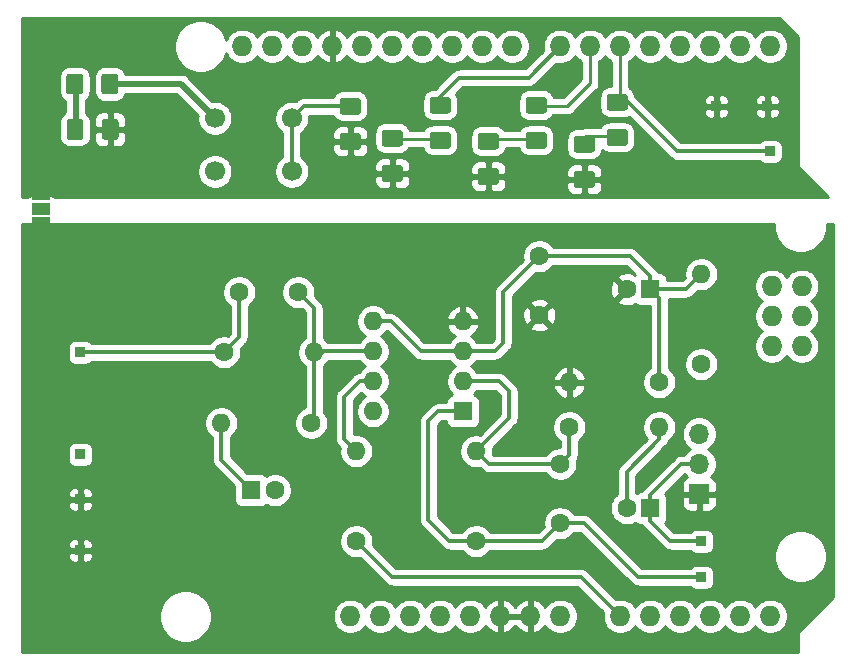
<source format=gbr>
%TF.GenerationSoftware,KiCad,Pcbnew,(5.1.5)-3*%
%TF.CreationDate,2020-05-16T21:05:58+02:00*%
%TF.ProjectId,30_PCB,33305f50-4342-42e6-9b69-6361645f7063,R0.7*%
%TF.SameCoordinates,Original*%
%TF.FileFunction,Copper,L1,Top*%
%TF.FilePolarity,Positive*%
%FSLAX46Y46*%
G04 Gerber Fmt 4.6, Leading zero omitted, Abs format (unit mm)*
G04 Created by KiCad (PCBNEW (5.1.5)-3) date 2020-05-16 21:05:58*
%MOMM*%
%LPD*%
G04 APERTURE LIST*
%ADD10O,1.600000X1.600000*%
%ADD11C,1.600000*%
%ADD12C,0.100000*%
%ADD13R,1.600000X1.600000*%
%ADD14O,1.727200X1.727200*%
%ADD15R,0.850000X0.850000*%
%ADD16R,1.500000X1.000000*%
%ADD17C,1.700000*%
%ADD18R,1.700000X1.700000*%
%ADD19O,1.700000X1.700000*%
%ADD20C,0.300000*%
%ADD21C,0.500000*%
%ADD22C,0.250000*%
%ADD23C,0.254000*%
G04 APERTURE END LIST*
D10*
X140970000Y-103378000D03*
D11*
X140970000Y-110998000D03*
D10*
X137414000Y-95000000D03*
D11*
X129794000Y-95000000D03*
D10*
X129540000Y-101000000D03*
D11*
X137160000Y-101000000D03*
D10*
X151130000Y-103378000D03*
D11*
X151130000Y-110998000D03*
D10*
X166624000Y-101346000D03*
D11*
X159004000Y-101346000D03*
D10*
X159004000Y-97536000D03*
D11*
X166624000Y-97536000D03*
D10*
X170180000Y-88392000D03*
D11*
X170180000Y-96012000D03*
%TA.AperFunction,SMDPad,CuDef*%
D12*
G36*
X141111504Y-76431704D02*
G01*
X141135773Y-76435304D01*
X141159571Y-76441265D01*
X141182671Y-76449530D01*
X141204849Y-76460020D01*
X141225893Y-76472633D01*
X141245598Y-76487247D01*
X141263777Y-76503723D01*
X141280253Y-76521902D01*
X141294867Y-76541607D01*
X141307480Y-76562651D01*
X141317970Y-76584829D01*
X141326235Y-76607929D01*
X141332196Y-76631727D01*
X141335796Y-76655996D01*
X141337000Y-76680500D01*
X141337000Y-77605500D01*
X141335796Y-77630004D01*
X141332196Y-77654273D01*
X141326235Y-77678071D01*
X141317970Y-77701171D01*
X141307480Y-77723349D01*
X141294867Y-77744393D01*
X141280253Y-77764098D01*
X141263777Y-77782277D01*
X141245598Y-77798753D01*
X141225893Y-77813367D01*
X141204849Y-77825980D01*
X141182671Y-77836470D01*
X141159571Y-77844735D01*
X141135773Y-77850696D01*
X141111504Y-77854296D01*
X141087000Y-77855500D01*
X139837000Y-77855500D01*
X139812496Y-77854296D01*
X139788227Y-77850696D01*
X139764429Y-77844735D01*
X139741329Y-77836470D01*
X139719151Y-77825980D01*
X139698107Y-77813367D01*
X139678402Y-77798753D01*
X139660223Y-77782277D01*
X139643747Y-77764098D01*
X139629133Y-77744393D01*
X139616520Y-77723349D01*
X139606030Y-77701171D01*
X139597765Y-77678071D01*
X139591804Y-77654273D01*
X139588204Y-77630004D01*
X139587000Y-77605500D01*
X139587000Y-76680500D01*
X139588204Y-76655996D01*
X139591804Y-76631727D01*
X139597765Y-76607929D01*
X139606030Y-76584829D01*
X139616520Y-76562651D01*
X139629133Y-76541607D01*
X139643747Y-76521902D01*
X139660223Y-76503723D01*
X139678402Y-76487247D01*
X139698107Y-76472633D01*
X139719151Y-76460020D01*
X139741329Y-76449530D01*
X139764429Y-76441265D01*
X139788227Y-76435304D01*
X139812496Y-76431704D01*
X139837000Y-76430500D01*
X141087000Y-76430500D01*
X141111504Y-76431704D01*
G37*
%TD.AperFunction*%
%TA.AperFunction,SMDPad,CuDef*%
G36*
X141111504Y-73456704D02*
G01*
X141135773Y-73460304D01*
X141159571Y-73466265D01*
X141182671Y-73474530D01*
X141204849Y-73485020D01*
X141225893Y-73497633D01*
X141245598Y-73512247D01*
X141263777Y-73528723D01*
X141280253Y-73546902D01*
X141294867Y-73566607D01*
X141307480Y-73587651D01*
X141317970Y-73609829D01*
X141326235Y-73632929D01*
X141332196Y-73656727D01*
X141335796Y-73680996D01*
X141337000Y-73705500D01*
X141337000Y-74630500D01*
X141335796Y-74655004D01*
X141332196Y-74679273D01*
X141326235Y-74703071D01*
X141317970Y-74726171D01*
X141307480Y-74748349D01*
X141294867Y-74769393D01*
X141280253Y-74789098D01*
X141263777Y-74807277D01*
X141245598Y-74823753D01*
X141225893Y-74838367D01*
X141204849Y-74850980D01*
X141182671Y-74861470D01*
X141159571Y-74869735D01*
X141135773Y-74875696D01*
X141111504Y-74879296D01*
X141087000Y-74880500D01*
X139837000Y-74880500D01*
X139812496Y-74879296D01*
X139788227Y-74875696D01*
X139764429Y-74869735D01*
X139741329Y-74861470D01*
X139719151Y-74850980D01*
X139698107Y-74838367D01*
X139678402Y-74823753D01*
X139660223Y-74807277D01*
X139643747Y-74789098D01*
X139629133Y-74769393D01*
X139616520Y-74748349D01*
X139606030Y-74726171D01*
X139597765Y-74703071D01*
X139591804Y-74679273D01*
X139588204Y-74655004D01*
X139587000Y-74630500D01*
X139587000Y-73705500D01*
X139588204Y-73680996D01*
X139591804Y-73656727D01*
X139597765Y-73632929D01*
X139606030Y-73609829D01*
X139616520Y-73587651D01*
X139629133Y-73566607D01*
X139643747Y-73546902D01*
X139660223Y-73528723D01*
X139678402Y-73512247D01*
X139698107Y-73497633D01*
X139719151Y-73485020D01*
X139741329Y-73474530D01*
X139764429Y-73466265D01*
X139788227Y-73460304D01*
X139812496Y-73456704D01*
X139837000Y-73455500D01*
X141087000Y-73455500D01*
X141111504Y-73456704D01*
G37*
%TD.AperFunction*%
%TA.AperFunction,SMDPad,CuDef*%
G36*
X163717504Y-76090204D02*
G01*
X163741773Y-76093804D01*
X163765571Y-76099765D01*
X163788671Y-76108030D01*
X163810849Y-76118520D01*
X163831893Y-76131133D01*
X163851598Y-76145747D01*
X163869777Y-76162223D01*
X163886253Y-76180402D01*
X163900867Y-76200107D01*
X163913480Y-76221151D01*
X163923970Y-76243329D01*
X163932235Y-76266429D01*
X163938196Y-76290227D01*
X163941796Y-76314496D01*
X163943000Y-76339000D01*
X163943000Y-77264000D01*
X163941796Y-77288504D01*
X163938196Y-77312773D01*
X163932235Y-77336571D01*
X163923970Y-77359671D01*
X163913480Y-77381849D01*
X163900867Y-77402893D01*
X163886253Y-77422598D01*
X163869777Y-77440777D01*
X163851598Y-77457253D01*
X163831893Y-77471867D01*
X163810849Y-77484480D01*
X163788671Y-77494970D01*
X163765571Y-77503235D01*
X163741773Y-77509196D01*
X163717504Y-77512796D01*
X163693000Y-77514000D01*
X162443000Y-77514000D01*
X162418496Y-77512796D01*
X162394227Y-77509196D01*
X162370429Y-77503235D01*
X162347329Y-77494970D01*
X162325151Y-77484480D01*
X162304107Y-77471867D01*
X162284402Y-77457253D01*
X162266223Y-77440777D01*
X162249747Y-77422598D01*
X162235133Y-77402893D01*
X162222520Y-77381849D01*
X162212030Y-77359671D01*
X162203765Y-77336571D01*
X162197804Y-77312773D01*
X162194204Y-77288504D01*
X162193000Y-77264000D01*
X162193000Y-76339000D01*
X162194204Y-76314496D01*
X162197804Y-76290227D01*
X162203765Y-76266429D01*
X162212030Y-76243329D01*
X162222520Y-76221151D01*
X162235133Y-76200107D01*
X162249747Y-76180402D01*
X162266223Y-76162223D01*
X162284402Y-76145747D01*
X162304107Y-76131133D01*
X162325151Y-76118520D01*
X162347329Y-76108030D01*
X162370429Y-76099765D01*
X162394227Y-76093804D01*
X162418496Y-76090204D01*
X162443000Y-76089000D01*
X163693000Y-76089000D01*
X163717504Y-76090204D01*
G37*
%TD.AperFunction*%
%TA.AperFunction,SMDPad,CuDef*%
G36*
X163717504Y-73115204D02*
G01*
X163741773Y-73118804D01*
X163765571Y-73124765D01*
X163788671Y-73133030D01*
X163810849Y-73143520D01*
X163831893Y-73156133D01*
X163851598Y-73170747D01*
X163869777Y-73187223D01*
X163886253Y-73205402D01*
X163900867Y-73225107D01*
X163913480Y-73246151D01*
X163923970Y-73268329D01*
X163932235Y-73291429D01*
X163938196Y-73315227D01*
X163941796Y-73339496D01*
X163943000Y-73364000D01*
X163943000Y-74289000D01*
X163941796Y-74313504D01*
X163938196Y-74337773D01*
X163932235Y-74361571D01*
X163923970Y-74384671D01*
X163913480Y-74406849D01*
X163900867Y-74427893D01*
X163886253Y-74447598D01*
X163869777Y-74465777D01*
X163851598Y-74482253D01*
X163831893Y-74496867D01*
X163810849Y-74509480D01*
X163788671Y-74519970D01*
X163765571Y-74528235D01*
X163741773Y-74534196D01*
X163717504Y-74537796D01*
X163693000Y-74539000D01*
X162443000Y-74539000D01*
X162418496Y-74537796D01*
X162394227Y-74534196D01*
X162370429Y-74528235D01*
X162347329Y-74519970D01*
X162325151Y-74509480D01*
X162304107Y-74496867D01*
X162284402Y-74482253D01*
X162266223Y-74465777D01*
X162249747Y-74447598D01*
X162235133Y-74427893D01*
X162222520Y-74406849D01*
X162212030Y-74384671D01*
X162203765Y-74361571D01*
X162197804Y-74337773D01*
X162194204Y-74313504D01*
X162193000Y-74289000D01*
X162193000Y-73364000D01*
X162194204Y-73339496D01*
X162197804Y-73315227D01*
X162203765Y-73291429D01*
X162212030Y-73268329D01*
X162222520Y-73246151D01*
X162235133Y-73225107D01*
X162249747Y-73205402D01*
X162266223Y-73187223D01*
X162284402Y-73170747D01*
X162304107Y-73156133D01*
X162325151Y-73143520D01*
X162347329Y-73133030D01*
X162370429Y-73124765D01*
X162394227Y-73118804D01*
X162418496Y-73115204D01*
X162443000Y-73114000D01*
X163693000Y-73114000D01*
X163717504Y-73115204D01*
G37*
%TD.AperFunction*%
%TA.AperFunction,SMDPad,CuDef*%
G36*
X156859504Y-76344204D02*
G01*
X156883773Y-76347804D01*
X156907571Y-76353765D01*
X156930671Y-76362030D01*
X156952849Y-76372520D01*
X156973893Y-76385133D01*
X156993598Y-76399747D01*
X157011777Y-76416223D01*
X157028253Y-76434402D01*
X157042867Y-76454107D01*
X157055480Y-76475151D01*
X157065970Y-76497329D01*
X157074235Y-76520429D01*
X157080196Y-76544227D01*
X157083796Y-76568496D01*
X157085000Y-76593000D01*
X157085000Y-77518000D01*
X157083796Y-77542504D01*
X157080196Y-77566773D01*
X157074235Y-77590571D01*
X157065970Y-77613671D01*
X157055480Y-77635849D01*
X157042867Y-77656893D01*
X157028253Y-77676598D01*
X157011777Y-77694777D01*
X156993598Y-77711253D01*
X156973893Y-77725867D01*
X156952849Y-77738480D01*
X156930671Y-77748970D01*
X156907571Y-77757235D01*
X156883773Y-77763196D01*
X156859504Y-77766796D01*
X156835000Y-77768000D01*
X155585000Y-77768000D01*
X155560496Y-77766796D01*
X155536227Y-77763196D01*
X155512429Y-77757235D01*
X155489329Y-77748970D01*
X155467151Y-77738480D01*
X155446107Y-77725867D01*
X155426402Y-77711253D01*
X155408223Y-77694777D01*
X155391747Y-77676598D01*
X155377133Y-77656893D01*
X155364520Y-77635849D01*
X155354030Y-77613671D01*
X155345765Y-77590571D01*
X155339804Y-77566773D01*
X155336204Y-77542504D01*
X155335000Y-77518000D01*
X155335000Y-76593000D01*
X155336204Y-76568496D01*
X155339804Y-76544227D01*
X155345765Y-76520429D01*
X155354030Y-76497329D01*
X155364520Y-76475151D01*
X155377133Y-76454107D01*
X155391747Y-76434402D01*
X155408223Y-76416223D01*
X155426402Y-76399747D01*
X155446107Y-76385133D01*
X155467151Y-76372520D01*
X155489329Y-76362030D01*
X155512429Y-76353765D01*
X155536227Y-76347804D01*
X155560496Y-76344204D01*
X155585000Y-76343000D01*
X156835000Y-76343000D01*
X156859504Y-76344204D01*
G37*
%TD.AperFunction*%
%TA.AperFunction,SMDPad,CuDef*%
G36*
X156859504Y-73369204D02*
G01*
X156883773Y-73372804D01*
X156907571Y-73378765D01*
X156930671Y-73387030D01*
X156952849Y-73397520D01*
X156973893Y-73410133D01*
X156993598Y-73424747D01*
X157011777Y-73441223D01*
X157028253Y-73459402D01*
X157042867Y-73479107D01*
X157055480Y-73500151D01*
X157065970Y-73522329D01*
X157074235Y-73545429D01*
X157080196Y-73569227D01*
X157083796Y-73593496D01*
X157085000Y-73618000D01*
X157085000Y-74543000D01*
X157083796Y-74567504D01*
X157080196Y-74591773D01*
X157074235Y-74615571D01*
X157065970Y-74638671D01*
X157055480Y-74660849D01*
X157042867Y-74681893D01*
X157028253Y-74701598D01*
X157011777Y-74719777D01*
X156993598Y-74736253D01*
X156973893Y-74750867D01*
X156952849Y-74763480D01*
X156930671Y-74773970D01*
X156907571Y-74782235D01*
X156883773Y-74788196D01*
X156859504Y-74791796D01*
X156835000Y-74793000D01*
X155585000Y-74793000D01*
X155560496Y-74791796D01*
X155536227Y-74788196D01*
X155512429Y-74782235D01*
X155489329Y-74773970D01*
X155467151Y-74763480D01*
X155446107Y-74750867D01*
X155426402Y-74736253D01*
X155408223Y-74719777D01*
X155391747Y-74701598D01*
X155377133Y-74681893D01*
X155364520Y-74660849D01*
X155354030Y-74638671D01*
X155345765Y-74615571D01*
X155339804Y-74591773D01*
X155336204Y-74567504D01*
X155335000Y-74543000D01*
X155335000Y-73618000D01*
X155336204Y-73593496D01*
X155339804Y-73569227D01*
X155345765Y-73545429D01*
X155354030Y-73522329D01*
X155364520Y-73500151D01*
X155377133Y-73479107D01*
X155391747Y-73459402D01*
X155408223Y-73441223D01*
X155426402Y-73424747D01*
X155446107Y-73410133D01*
X155467151Y-73397520D01*
X155489329Y-73387030D01*
X155512429Y-73378765D01*
X155536227Y-73372804D01*
X155560496Y-73369204D01*
X155585000Y-73368000D01*
X156835000Y-73368000D01*
X156859504Y-73369204D01*
G37*
%TD.AperFunction*%
%TA.AperFunction,SMDPad,CuDef*%
G36*
X148731504Y-76344204D02*
G01*
X148755773Y-76347804D01*
X148779571Y-76353765D01*
X148802671Y-76362030D01*
X148824849Y-76372520D01*
X148845893Y-76385133D01*
X148865598Y-76399747D01*
X148883777Y-76416223D01*
X148900253Y-76434402D01*
X148914867Y-76454107D01*
X148927480Y-76475151D01*
X148937970Y-76497329D01*
X148946235Y-76520429D01*
X148952196Y-76544227D01*
X148955796Y-76568496D01*
X148957000Y-76593000D01*
X148957000Y-77518000D01*
X148955796Y-77542504D01*
X148952196Y-77566773D01*
X148946235Y-77590571D01*
X148937970Y-77613671D01*
X148927480Y-77635849D01*
X148914867Y-77656893D01*
X148900253Y-77676598D01*
X148883777Y-77694777D01*
X148865598Y-77711253D01*
X148845893Y-77725867D01*
X148824849Y-77738480D01*
X148802671Y-77748970D01*
X148779571Y-77757235D01*
X148755773Y-77763196D01*
X148731504Y-77766796D01*
X148707000Y-77768000D01*
X147457000Y-77768000D01*
X147432496Y-77766796D01*
X147408227Y-77763196D01*
X147384429Y-77757235D01*
X147361329Y-77748970D01*
X147339151Y-77738480D01*
X147318107Y-77725867D01*
X147298402Y-77711253D01*
X147280223Y-77694777D01*
X147263747Y-77676598D01*
X147249133Y-77656893D01*
X147236520Y-77635849D01*
X147226030Y-77613671D01*
X147217765Y-77590571D01*
X147211804Y-77566773D01*
X147208204Y-77542504D01*
X147207000Y-77518000D01*
X147207000Y-76593000D01*
X147208204Y-76568496D01*
X147211804Y-76544227D01*
X147217765Y-76520429D01*
X147226030Y-76497329D01*
X147236520Y-76475151D01*
X147249133Y-76454107D01*
X147263747Y-76434402D01*
X147280223Y-76416223D01*
X147298402Y-76399747D01*
X147318107Y-76385133D01*
X147339151Y-76372520D01*
X147361329Y-76362030D01*
X147384429Y-76353765D01*
X147408227Y-76347804D01*
X147432496Y-76344204D01*
X147457000Y-76343000D01*
X148707000Y-76343000D01*
X148731504Y-76344204D01*
G37*
%TD.AperFunction*%
%TA.AperFunction,SMDPad,CuDef*%
G36*
X148731504Y-73369204D02*
G01*
X148755773Y-73372804D01*
X148779571Y-73378765D01*
X148802671Y-73387030D01*
X148824849Y-73397520D01*
X148845893Y-73410133D01*
X148865598Y-73424747D01*
X148883777Y-73441223D01*
X148900253Y-73459402D01*
X148914867Y-73479107D01*
X148927480Y-73500151D01*
X148937970Y-73522329D01*
X148946235Y-73545429D01*
X148952196Y-73569227D01*
X148955796Y-73593496D01*
X148957000Y-73618000D01*
X148957000Y-74543000D01*
X148955796Y-74567504D01*
X148952196Y-74591773D01*
X148946235Y-74615571D01*
X148937970Y-74638671D01*
X148927480Y-74660849D01*
X148914867Y-74681893D01*
X148900253Y-74701598D01*
X148883777Y-74719777D01*
X148865598Y-74736253D01*
X148845893Y-74750867D01*
X148824849Y-74763480D01*
X148802671Y-74773970D01*
X148779571Y-74782235D01*
X148755773Y-74788196D01*
X148731504Y-74791796D01*
X148707000Y-74793000D01*
X147457000Y-74793000D01*
X147432496Y-74791796D01*
X147408227Y-74788196D01*
X147384429Y-74782235D01*
X147361329Y-74773970D01*
X147339151Y-74763480D01*
X147318107Y-74750867D01*
X147298402Y-74736253D01*
X147280223Y-74719777D01*
X147263747Y-74701598D01*
X147249133Y-74681893D01*
X147236520Y-74660849D01*
X147226030Y-74638671D01*
X147217765Y-74615571D01*
X147211804Y-74591773D01*
X147208204Y-74567504D01*
X147207000Y-74543000D01*
X147207000Y-73618000D01*
X147208204Y-73593496D01*
X147211804Y-73569227D01*
X147217765Y-73545429D01*
X147226030Y-73522329D01*
X147236520Y-73500151D01*
X147249133Y-73479107D01*
X147263747Y-73459402D01*
X147280223Y-73441223D01*
X147298402Y-73424747D01*
X147318107Y-73410133D01*
X147339151Y-73397520D01*
X147361329Y-73387030D01*
X147384429Y-73378765D01*
X147408227Y-73372804D01*
X147432496Y-73369204D01*
X147457000Y-73368000D01*
X148707000Y-73368000D01*
X148731504Y-73369204D01*
G37*
%TD.AperFunction*%
%TA.AperFunction,SMDPad,CuDef*%
G36*
X117617504Y-71414604D02*
G01*
X117641773Y-71418204D01*
X117665571Y-71424165D01*
X117688671Y-71432430D01*
X117710849Y-71442920D01*
X117731893Y-71455533D01*
X117751598Y-71470147D01*
X117769777Y-71486623D01*
X117786253Y-71504802D01*
X117800867Y-71524507D01*
X117813480Y-71545551D01*
X117823970Y-71567729D01*
X117832235Y-71590829D01*
X117838196Y-71614627D01*
X117841796Y-71638896D01*
X117843000Y-71663400D01*
X117843000Y-72913400D01*
X117841796Y-72937904D01*
X117838196Y-72962173D01*
X117832235Y-72985971D01*
X117823970Y-73009071D01*
X117813480Y-73031249D01*
X117800867Y-73052293D01*
X117786253Y-73071998D01*
X117769777Y-73090177D01*
X117751598Y-73106653D01*
X117731893Y-73121267D01*
X117710849Y-73133880D01*
X117688671Y-73144370D01*
X117665571Y-73152635D01*
X117641773Y-73158596D01*
X117617504Y-73162196D01*
X117593000Y-73163400D01*
X116668000Y-73163400D01*
X116643496Y-73162196D01*
X116619227Y-73158596D01*
X116595429Y-73152635D01*
X116572329Y-73144370D01*
X116550151Y-73133880D01*
X116529107Y-73121267D01*
X116509402Y-73106653D01*
X116491223Y-73090177D01*
X116474747Y-73071998D01*
X116460133Y-73052293D01*
X116447520Y-73031249D01*
X116437030Y-73009071D01*
X116428765Y-72985971D01*
X116422804Y-72962173D01*
X116419204Y-72937904D01*
X116418000Y-72913400D01*
X116418000Y-71663400D01*
X116419204Y-71638896D01*
X116422804Y-71614627D01*
X116428765Y-71590829D01*
X116437030Y-71567729D01*
X116447520Y-71545551D01*
X116460133Y-71524507D01*
X116474747Y-71504802D01*
X116491223Y-71486623D01*
X116509402Y-71470147D01*
X116529107Y-71455533D01*
X116550151Y-71442920D01*
X116572329Y-71432430D01*
X116595429Y-71424165D01*
X116619227Y-71418204D01*
X116643496Y-71414604D01*
X116668000Y-71413400D01*
X117593000Y-71413400D01*
X117617504Y-71414604D01*
G37*
%TD.AperFunction*%
%TA.AperFunction,SMDPad,CuDef*%
G36*
X120592504Y-71414604D02*
G01*
X120616773Y-71418204D01*
X120640571Y-71424165D01*
X120663671Y-71432430D01*
X120685849Y-71442920D01*
X120706893Y-71455533D01*
X120726598Y-71470147D01*
X120744777Y-71486623D01*
X120761253Y-71504802D01*
X120775867Y-71524507D01*
X120788480Y-71545551D01*
X120798970Y-71567729D01*
X120807235Y-71590829D01*
X120813196Y-71614627D01*
X120816796Y-71638896D01*
X120818000Y-71663400D01*
X120818000Y-72913400D01*
X120816796Y-72937904D01*
X120813196Y-72962173D01*
X120807235Y-72985971D01*
X120798970Y-73009071D01*
X120788480Y-73031249D01*
X120775867Y-73052293D01*
X120761253Y-73071998D01*
X120744777Y-73090177D01*
X120726598Y-73106653D01*
X120706893Y-73121267D01*
X120685849Y-73133880D01*
X120663671Y-73144370D01*
X120640571Y-73152635D01*
X120616773Y-73158596D01*
X120592504Y-73162196D01*
X120568000Y-73163400D01*
X119643000Y-73163400D01*
X119618496Y-73162196D01*
X119594227Y-73158596D01*
X119570429Y-73152635D01*
X119547329Y-73144370D01*
X119525151Y-73133880D01*
X119504107Y-73121267D01*
X119484402Y-73106653D01*
X119466223Y-73090177D01*
X119449747Y-73071998D01*
X119435133Y-73052293D01*
X119422520Y-73031249D01*
X119412030Y-73009071D01*
X119403765Y-72985971D01*
X119397804Y-72962173D01*
X119394204Y-72937904D01*
X119393000Y-72913400D01*
X119393000Y-71663400D01*
X119394204Y-71638896D01*
X119397804Y-71614627D01*
X119403765Y-71590829D01*
X119412030Y-71567729D01*
X119422520Y-71545551D01*
X119435133Y-71524507D01*
X119449747Y-71504802D01*
X119466223Y-71486623D01*
X119484402Y-71470147D01*
X119504107Y-71455533D01*
X119525151Y-71442920D01*
X119547329Y-71432430D01*
X119570429Y-71424165D01*
X119594227Y-71418204D01*
X119618496Y-71414604D01*
X119643000Y-71413400D01*
X120568000Y-71413400D01*
X120592504Y-71414604D01*
G37*
%TD.AperFunction*%
%TA.AperFunction,SMDPad,CuDef*%
G36*
X160923504Y-76671204D02*
G01*
X160947773Y-76674804D01*
X160971571Y-76680765D01*
X160994671Y-76689030D01*
X161016849Y-76699520D01*
X161037893Y-76712133D01*
X161057598Y-76726747D01*
X161075777Y-76743223D01*
X161092253Y-76761402D01*
X161106867Y-76781107D01*
X161119480Y-76802151D01*
X161129970Y-76824329D01*
X161138235Y-76847429D01*
X161144196Y-76871227D01*
X161147796Y-76895496D01*
X161149000Y-76920000D01*
X161149000Y-77845000D01*
X161147796Y-77869504D01*
X161144196Y-77893773D01*
X161138235Y-77917571D01*
X161129970Y-77940671D01*
X161119480Y-77962849D01*
X161106867Y-77983893D01*
X161092253Y-78003598D01*
X161075777Y-78021777D01*
X161057598Y-78038253D01*
X161037893Y-78052867D01*
X161016849Y-78065480D01*
X160994671Y-78075970D01*
X160971571Y-78084235D01*
X160947773Y-78090196D01*
X160923504Y-78093796D01*
X160899000Y-78095000D01*
X159649000Y-78095000D01*
X159624496Y-78093796D01*
X159600227Y-78090196D01*
X159576429Y-78084235D01*
X159553329Y-78075970D01*
X159531151Y-78065480D01*
X159510107Y-78052867D01*
X159490402Y-78038253D01*
X159472223Y-78021777D01*
X159455747Y-78003598D01*
X159441133Y-77983893D01*
X159428520Y-77962849D01*
X159418030Y-77940671D01*
X159409765Y-77917571D01*
X159403804Y-77893773D01*
X159400204Y-77869504D01*
X159399000Y-77845000D01*
X159399000Y-76920000D01*
X159400204Y-76895496D01*
X159403804Y-76871227D01*
X159409765Y-76847429D01*
X159418030Y-76824329D01*
X159428520Y-76802151D01*
X159441133Y-76781107D01*
X159455747Y-76761402D01*
X159472223Y-76743223D01*
X159490402Y-76726747D01*
X159510107Y-76712133D01*
X159531151Y-76699520D01*
X159553329Y-76689030D01*
X159576429Y-76680765D01*
X159600227Y-76674804D01*
X159624496Y-76671204D01*
X159649000Y-76670000D01*
X160899000Y-76670000D01*
X160923504Y-76671204D01*
G37*
%TD.AperFunction*%
%TA.AperFunction,SMDPad,CuDef*%
G36*
X160923504Y-79646204D02*
G01*
X160947773Y-79649804D01*
X160971571Y-79655765D01*
X160994671Y-79664030D01*
X161016849Y-79674520D01*
X161037893Y-79687133D01*
X161057598Y-79701747D01*
X161075777Y-79718223D01*
X161092253Y-79736402D01*
X161106867Y-79756107D01*
X161119480Y-79777151D01*
X161129970Y-79799329D01*
X161138235Y-79822429D01*
X161144196Y-79846227D01*
X161147796Y-79870496D01*
X161149000Y-79895000D01*
X161149000Y-80820000D01*
X161147796Y-80844504D01*
X161144196Y-80868773D01*
X161138235Y-80892571D01*
X161129970Y-80915671D01*
X161119480Y-80937849D01*
X161106867Y-80958893D01*
X161092253Y-80978598D01*
X161075777Y-80996777D01*
X161057598Y-81013253D01*
X161037893Y-81027867D01*
X161016849Y-81040480D01*
X160994671Y-81050970D01*
X160971571Y-81059235D01*
X160947773Y-81065196D01*
X160923504Y-81068796D01*
X160899000Y-81070000D01*
X159649000Y-81070000D01*
X159624496Y-81068796D01*
X159600227Y-81065196D01*
X159576429Y-81059235D01*
X159553329Y-81050970D01*
X159531151Y-81040480D01*
X159510107Y-81027867D01*
X159490402Y-81013253D01*
X159472223Y-80996777D01*
X159455747Y-80978598D01*
X159441133Y-80958893D01*
X159428520Y-80937849D01*
X159418030Y-80915671D01*
X159409765Y-80892571D01*
X159403804Y-80868773D01*
X159400204Y-80844504D01*
X159399000Y-80820000D01*
X159399000Y-79895000D01*
X159400204Y-79870496D01*
X159403804Y-79846227D01*
X159409765Y-79822429D01*
X159418030Y-79799329D01*
X159428520Y-79777151D01*
X159441133Y-79756107D01*
X159455747Y-79736402D01*
X159472223Y-79718223D01*
X159490402Y-79701747D01*
X159510107Y-79687133D01*
X159531151Y-79674520D01*
X159553329Y-79664030D01*
X159576429Y-79655765D01*
X159600227Y-79649804D01*
X159624496Y-79646204D01*
X159649000Y-79645000D01*
X160899000Y-79645000D01*
X160923504Y-79646204D01*
G37*
%TD.AperFunction*%
%TA.AperFunction,SMDPad,CuDef*%
G36*
X152795504Y-76417204D02*
G01*
X152819773Y-76420804D01*
X152843571Y-76426765D01*
X152866671Y-76435030D01*
X152888849Y-76445520D01*
X152909893Y-76458133D01*
X152929598Y-76472747D01*
X152947777Y-76489223D01*
X152964253Y-76507402D01*
X152978867Y-76527107D01*
X152991480Y-76548151D01*
X153001970Y-76570329D01*
X153010235Y-76593429D01*
X153016196Y-76617227D01*
X153019796Y-76641496D01*
X153021000Y-76666000D01*
X153021000Y-77591000D01*
X153019796Y-77615504D01*
X153016196Y-77639773D01*
X153010235Y-77663571D01*
X153001970Y-77686671D01*
X152991480Y-77708849D01*
X152978867Y-77729893D01*
X152964253Y-77749598D01*
X152947777Y-77767777D01*
X152929598Y-77784253D01*
X152909893Y-77798867D01*
X152888849Y-77811480D01*
X152866671Y-77821970D01*
X152843571Y-77830235D01*
X152819773Y-77836196D01*
X152795504Y-77839796D01*
X152771000Y-77841000D01*
X151521000Y-77841000D01*
X151496496Y-77839796D01*
X151472227Y-77836196D01*
X151448429Y-77830235D01*
X151425329Y-77821970D01*
X151403151Y-77811480D01*
X151382107Y-77798867D01*
X151362402Y-77784253D01*
X151344223Y-77767777D01*
X151327747Y-77749598D01*
X151313133Y-77729893D01*
X151300520Y-77708849D01*
X151290030Y-77686671D01*
X151281765Y-77663571D01*
X151275804Y-77639773D01*
X151272204Y-77615504D01*
X151271000Y-77591000D01*
X151271000Y-76666000D01*
X151272204Y-76641496D01*
X151275804Y-76617227D01*
X151281765Y-76593429D01*
X151290030Y-76570329D01*
X151300520Y-76548151D01*
X151313133Y-76527107D01*
X151327747Y-76507402D01*
X151344223Y-76489223D01*
X151362402Y-76472747D01*
X151382107Y-76458133D01*
X151403151Y-76445520D01*
X151425329Y-76435030D01*
X151448429Y-76426765D01*
X151472227Y-76420804D01*
X151496496Y-76417204D01*
X151521000Y-76416000D01*
X152771000Y-76416000D01*
X152795504Y-76417204D01*
G37*
%TD.AperFunction*%
%TA.AperFunction,SMDPad,CuDef*%
G36*
X152795504Y-79392204D02*
G01*
X152819773Y-79395804D01*
X152843571Y-79401765D01*
X152866671Y-79410030D01*
X152888849Y-79420520D01*
X152909893Y-79433133D01*
X152929598Y-79447747D01*
X152947777Y-79464223D01*
X152964253Y-79482402D01*
X152978867Y-79502107D01*
X152991480Y-79523151D01*
X153001970Y-79545329D01*
X153010235Y-79568429D01*
X153016196Y-79592227D01*
X153019796Y-79616496D01*
X153021000Y-79641000D01*
X153021000Y-80566000D01*
X153019796Y-80590504D01*
X153016196Y-80614773D01*
X153010235Y-80638571D01*
X153001970Y-80661671D01*
X152991480Y-80683849D01*
X152978867Y-80704893D01*
X152964253Y-80724598D01*
X152947777Y-80742777D01*
X152929598Y-80759253D01*
X152909893Y-80773867D01*
X152888849Y-80786480D01*
X152866671Y-80796970D01*
X152843571Y-80805235D01*
X152819773Y-80811196D01*
X152795504Y-80814796D01*
X152771000Y-80816000D01*
X151521000Y-80816000D01*
X151496496Y-80814796D01*
X151472227Y-80811196D01*
X151448429Y-80805235D01*
X151425329Y-80796970D01*
X151403151Y-80786480D01*
X151382107Y-80773867D01*
X151362402Y-80759253D01*
X151344223Y-80742777D01*
X151327747Y-80724598D01*
X151313133Y-80704893D01*
X151300520Y-80683849D01*
X151290030Y-80661671D01*
X151281765Y-80638571D01*
X151275804Y-80614773D01*
X151272204Y-80590504D01*
X151271000Y-80566000D01*
X151271000Y-79641000D01*
X151272204Y-79616496D01*
X151275804Y-79592227D01*
X151281765Y-79568429D01*
X151290030Y-79545329D01*
X151300520Y-79523151D01*
X151313133Y-79502107D01*
X151327747Y-79482402D01*
X151344223Y-79464223D01*
X151362402Y-79447747D01*
X151382107Y-79433133D01*
X151403151Y-79420520D01*
X151425329Y-79410030D01*
X151448429Y-79401765D01*
X151472227Y-79395804D01*
X151496496Y-79392204D01*
X151521000Y-79391000D01*
X152771000Y-79391000D01*
X152795504Y-79392204D01*
G37*
%TD.AperFunction*%
%TA.AperFunction,SMDPad,CuDef*%
G36*
X144667504Y-76163204D02*
G01*
X144691773Y-76166804D01*
X144715571Y-76172765D01*
X144738671Y-76181030D01*
X144760849Y-76191520D01*
X144781893Y-76204133D01*
X144801598Y-76218747D01*
X144819777Y-76235223D01*
X144836253Y-76253402D01*
X144850867Y-76273107D01*
X144863480Y-76294151D01*
X144873970Y-76316329D01*
X144882235Y-76339429D01*
X144888196Y-76363227D01*
X144891796Y-76387496D01*
X144893000Y-76412000D01*
X144893000Y-77337000D01*
X144891796Y-77361504D01*
X144888196Y-77385773D01*
X144882235Y-77409571D01*
X144873970Y-77432671D01*
X144863480Y-77454849D01*
X144850867Y-77475893D01*
X144836253Y-77495598D01*
X144819777Y-77513777D01*
X144801598Y-77530253D01*
X144781893Y-77544867D01*
X144760849Y-77557480D01*
X144738671Y-77567970D01*
X144715571Y-77576235D01*
X144691773Y-77582196D01*
X144667504Y-77585796D01*
X144643000Y-77587000D01*
X143393000Y-77587000D01*
X143368496Y-77585796D01*
X143344227Y-77582196D01*
X143320429Y-77576235D01*
X143297329Y-77567970D01*
X143275151Y-77557480D01*
X143254107Y-77544867D01*
X143234402Y-77530253D01*
X143216223Y-77513777D01*
X143199747Y-77495598D01*
X143185133Y-77475893D01*
X143172520Y-77454849D01*
X143162030Y-77432671D01*
X143153765Y-77409571D01*
X143147804Y-77385773D01*
X143144204Y-77361504D01*
X143143000Y-77337000D01*
X143143000Y-76412000D01*
X143144204Y-76387496D01*
X143147804Y-76363227D01*
X143153765Y-76339429D01*
X143162030Y-76316329D01*
X143172520Y-76294151D01*
X143185133Y-76273107D01*
X143199747Y-76253402D01*
X143216223Y-76235223D01*
X143234402Y-76218747D01*
X143254107Y-76204133D01*
X143275151Y-76191520D01*
X143297329Y-76181030D01*
X143320429Y-76172765D01*
X143344227Y-76166804D01*
X143368496Y-76163204D01*
X143393000Y-76162000D01*
X144643000Y-76162000D01*
X144667504Y-76163204D01*
G37*
%TD.AperFunction*%
%TA.AperFunction,SMDPad,CuDef*%
G36*
X144667504Y-79138204D02*
G01*
X144691773Y-79141804D01*
X144715571Y-79147765D01*
X144738671Y-79156030D01*
X144760849Y-79166520D01*
X144781893Y-79179133D01*
X144801598Y-79193747D01*
X144819777Y-79210223D01*
X144836253Y-79228402D01*
X144850867Y-79248107D01*
X144863480Y-79269151D01*
X144873970Y-79291329D01*
X144882235Y-79314429D01*
X144888196Y-79338227D01*
X144891796Y-79362496D01*
X144893000Y-79387000D01*
X144893000Y-80312000D01*
X144891796Y-80336504D01*
X144888196Y-80360773D01*
X144882235Y-80384571D01*
X144873970Y-80407671D01*
X144863480Y-80429849D01*
X144850867Y-80450893D01*
X144836253Y-80470598D01*
X144819777Y-80488777D01*
X144801598Y-80505253D01*
X144781893Y-80519867D01*
X144760849Y-80532480D01*
X144738671Y-80542970D01*
X144715571Y-80551235D01*
X144691773Y-80557196D01*
X144667504Y-80560796D01*
X144643000Y-80562000D01*
X143393000Y-80562000D01*
X143368496Y-80560796D01*
X143344227Y-80557196D01*
X143320429Y-80551235D01*
X143297329Y-80542970D01*
X143275151Y-80532480D01*
X143254107Y-80519867D01*
X143234402Y-80505253D01*
X143216223Y-80488777D01*
X143199747Y-80470598D01*
X143185133Y-80450893D01*
X143172520Y-80429849D01*
X143162030Y-80407671D01*
X143153765Y-80384571D01*
X143147804Y-80360773D01*
X143144204Y-80336504D01*
X143143000Y-80312000D01*
X143143000Y-79387000D01*
X143144204Y-79362496D01*
X143147804Y-79338227D01*
X143153765Y-79314429D01*
X143162030Y-79291329D01*
X143172520Y-79269151D01*
X143185133Y-79248107D01*
X143199747Y-79228402D01*
X143216223Y-79210223D01*
X143234402Y-79193747D01*
X143254107Y-79179133D01*
X143275151Y-79166520D01*
X143297329Y-79156030D01*
X143320429Y-79147765D01*
X143344227Y-79141804D01*
X143368496Y-79138204D01*
X143393000Y-79137000D01*
X144643000Y-79137000D01*
X144667504Y-79138204D01*
G37*
%TD.AperFunction*%
%TA.AperFunction,SMDPad,CuDef*%
G36*
X117642904Y-75250004D02*
G01*
X117667173Y-75253604D01*
X117690971Y-75259565D01*
X117714071Y-75267830D01*
X117736249Y-75278320D01*
X117757293Y-75290933D01*
X117776998Y-75305547D01*
X117795177Y-75322023D01*
X117811653Y-75340202D01*
X117826267Y-75359907D01*
X117838880Y-75380951D01*
X117849370Y-75403129D01*
X117857635Y-75426229D01*
X117863596Y-75450027D01*
X117867196Y-75474296D01*
X117868400Y-75498800D01*
X117868400Y-76748800D01*
X117867196Y-76773304D01*
X117863596Y-76797573D01*
X117857635Y-76821371D01*
X117849370Y-76844471D01*
X117838880Y-76866649D01*
X117826267Y-76887693D01*
X117811653Y-76907398D01*
X117795177Y-76925577D01*
X117776998Y-76942053D01*
X117757293Y-76956667D01*
X117736249Y-76969280D01*
X117714071Y-76979770D01*
X117690971Y-76988035D01*
X117667173Y-76993996D01*
X117642904Y-76997596D01*
X117618400Y-76998800D01*
X116693400Y-76998800D01*
X116668896Y-76997596D01*
X116644627Y-76993996D01*
X116620829Y-76988035D01*
X116597729Y-76979770D01*
X116575551Y-76969280D01*
X116554507Y-76956667D01*
X116534802Y-76942053D01*
X116516623Y-76925577D01*
X116500147Y-76907398D01*
X116485533Y-76887693D01*
X116472920Y-76866649D01*
X116462430Y-76844471D01*
X116454165Y-76821371D01*
X116448204Y-76797573D01*
X116444604Y-76773304D01*
X116443400Y-76748800D01*
X116443400Y-75498800D01*
X116444604Y-75474296D01*
X116448204Y-75450027D01*
X116454165Y-75426229D01*
X116462430Y-75403129D01*
X116472920Y-75380951D01*
X116485533Y-75359907D01*
X116500147Y-75340202D01*
X116516623Y-75322023D01*
X116534802Y-75305547D01*
X116554507Y-75290933D01*
X116575551Y-75278320D01*
X116597729Y-75267830D01*
X116620829Y-75259565D01*
X116644627Y-75253604D01*
X116668896Y-75250004D01*
X116693400Y-75248800D01*
X117618400Y-75248800D01*
X117642904Y-75250004D01*
G37*
%TD.AperFunction*%
%TA.AperFunction,SMDPad,CuDef*%
G36*
X120617904Y-75250004D02*
G01*
X120642173Y-75253604D01*
X120665971Y-75259565D01*
X120689071Y-75267830D01*
X120711249Y-75278320D01*
X120732293Y-75290933D01*
X120751998Y-75305547D01*
X120770177Y-75322023D01*
X120786653Y-75340202D01*
X120801267Y-75359907D01*
X120813880Y-75380951D01*
X120824370Y-75403129D01*
X120832635Y-75426229D01*
X120838596Y-75450027D01*
X120842196Y-75474296D01*
X120843400Y-75498800D01*
X120843400Y-76748800D01*
X120842196Y-76773304D01*
X120838596Y-76797573D01*
X120832635Y-76821371D01*
X120824370Y-76844471D01*
X120813880Y-76866649D01*
X120801267Y-76887693D01*
X120786653Y-76907398D01*
X120770177Y-76925577D01*
X120751998Y-76942053D01*
X120732293Y-76956667D01*
X120711249Y-76969280D01*
X120689071Y-76979770D01*
X120665971Y-76988035D01*
X120642173Y-76993996D01*
X120617904Y-76997596D01*
X120593400Y-76998800D01*
X119668400Y-76998800D01*
X119643896Y-76997596D01*
X119619627Y-76993996D01*
X119595829Y-76988035D01*
X119572729Y-76979770D01*
X119550551Y-76969280D01*
X119529507Y-76956667D01*
X119509802Y-76942053D01*
X119491623Y-76925577D01*
X119475147Y-76907398D01*
X119460533Y-76887693D01*
X119447920Y-76866649D01*
X119437430Y-76844471D01*
X119429165Y-76821371D01*
X119423204Y-76797573D01*
X119419604Y-76773304D01*
X119418400Y-76748800D01*
X119418400Y-75498800D01*
X119419604Y-75474296D01*
X119423204Y-75450027D01*
X119429165Y-75426229D01*
X119437430Y-75403129D01*
X119447920Y-75380951D01*
X119460533Y-75359907D01*
X119475147Y-75340202D01*
X119491623Y-75322023D01*
X119509802Y-75305547D01*
X119529507Y-75290933D01*
X119550551Y-75278320D01*
X119572729Y-75267830D01*
X119595829Y-75259565D01*
X119619627Y-75253604D01*
X119643896Y-75250004D01*
X119668400Y-75248800D01*
X120593400Y-75248800D01*
X120617904Y-75250004D01*
G37*
%TD.AperFunction*%
D11*
X136064000Y-89916000D03*
X131064000Y-89916000D03*
X134080000Y-106680000D03*
D13*
X132080000Y-106680000D03*
D11*
X156464000Y-91868000D03*
X156464000Y-86868000D03*
X163862000Y-108204000D03*
D13*
X165862000Y-108204000D03*
D11*
X163862000Y-89662000D03*
D13*
X165862000Y-89662000D03*
D14*
X176149000Y-89408000D03*
X176022000Y-117348000D03*
X173482000Y-117348000D03*
X170942000Y-117348000D03*
X168402000Y-117348000D03*
X165862000Y-117348000D03*
X140462000Y-117348000D03*
X146558000Y-69088000D03*
X144018000Y-69088000D03*
X141478000Y-69088000D03*
X136398000Y-69088000D03*
X133858000Y-69088000D03*
X131318000Y-69088000D03*
X149098000Y-69088000D03*
X151638000Y-69088000D03*
X154178000Y-69088000D03*
X138938000Y-69088000D03*
X158242000Y-69088000D03*
X160782000Y-69088000D03*
X163322000Y-69088000D03*
X165862000Y-69088000D03*
X168402000Y-69088000D03*
X170942000Y-69088000D03*
X173482000Y-69088000D03*
X176022000Y-69088000D03*
X143002000Y-117348000D03*
X145542000Y-117348000D03*
X148082000Y-117348000D03*
X150622000Y-117348000D03*
X153162000Y-117348000D03*
X155702000Y-117348000D03*
X158242000Y-117348000D03*
X163322000Y-117348000D03*
X178689000Y-89408000D03*
X176149000Y-91948000D03*
X178689000Y-91948000D03*
X178689000Y-94488000D03*
X176149000Y-94488000D03*
D11*
X158242000Y-104474000D03*
X158242000Y-109474000D03*
D15*
X170180000Y-110998000D03*
X170180000Y-114046000D03*
X117602000Y-94996000D03*
X171450000Y-74168000D03*
X175768000Y-74168000D03*
X117602000Y-111760000D03*
X117602000Y-107442000D03*
X117602000Y-103632000D03*
X176000000Y-78000000D03*
%TA.AperFunction,SMDPad,CuDef*%
D12*
G36*
X113550000Y-82084000D02*
G01*
X113550000Y-81534000D01*
X113550602Y-81534000D01*
X113550602Y-81509466D01*
X113555412Y-81460635D01*
X113564984Y-81412510D01*
X113579228Y-81365555D01*
X113598005Y-81320222D01*
X113621136Y-81276949D01*
X113648396Y-81236150D01*
X113679524Y-81198221D01*
X113714221Y-81163524D01*
X113752150Y-81132396D01*
X113792949Y-81105136D01*
X113836222Y-81082005D01*
X113881555Y-81063228D01*
X113928510Y-81048984D01*
X113976635Y-81039412D01*
X114025466Y-81034602D01*
X114050000Y-81034602D01*
X114050000Y-81034000D01*
X114550000Y-81034000D01*
X114550000Y-81034602D01*
X114574534Y-81034602D01*
X114623365Y-81039412D01*
X114671490Y-81048984D01*
X114718445Y-81063228D01*
X114763778Y-81082005D01*
X114807051Y-81105136D01*
X114847850Y-81132396D01*
X114885779Y-81163524D01*
X114920476Y-81198221D01*
X114951604Y-81236150D01*
X114978864Y-81276949D01*
X115001995Y-81320222D01*
X115020772Y-81365555D01*
X115035016Y-81412510D01*
X115044588Y-81460635D01*
X115049398Y-81509466D01*
X115049398Y-81534000D01*
X115050000Y-81534000D01*
X115050000Y-82084000D01*
X113550000Y-82084000D01*
G37*
%TD.AperFunction*%
%TA.AperFunction,SMDPad,CuDef*%
G36*
X115049398Y-84134000D02*
G01*
X115049398Y-84158534D01*
X115044588Y-84207365D01*
X115035016Y-84255490D01*
X115020772Y-84302445D01*
X115001995Y-84347778D01*
X114978864Y-84391051D01*
X114951604Y-84431850D01*
X114920476Y-84469779D01*
X114885779Y-84504476D01*
X114847850Y-84535604D01*
X114807051Y-84562864D01*
X114763778Y-84585995D01*
X114718445Y-84604772D01*
X114671490Y-84619016D01*
X114623365Y-84628588D01*
X114574534Y-84633398D01*
X114550000Y-84633398D01*
X114550000Y-84634000D01*
X114050000Y-84634000D01*
X114050000Y-84633398D01*
X114025466Y-84633398D01*
X113976635Y-84628588D01*
X113928510Y-84619016D01*
X113881555Y-84604772D01*
X113836222Y-84585995D01*
X113792949Y-84562864D01*
X113752150Y-84535604D01*
X113714221Y-84504476D01*
X113679524Y-84469779D01*
X113648396Y-84431850D01*
X113621136Y-84391051D01*
X113598005Y-84347778D01*
X113579228Y-84302445D01*
X113564984Y-84255490D01*
X113555412Y-84207365D01*
X113550602Y-84158534D01*
X113550602Y-84134000D01*
X113550000Y-84134000D01*
X113550000Y-83584000D01*
X115050000Y-83584000D01*
X115050000Y-84134000D01*
X115049398Y-84134000D01*
G37*
%TD.AperFunction*%
D16*
X114300000Y-82834000D03*
D17*
X135506600Y-79684000D03*
X129006600Y-79684000D03*
X135506600Y-75184000D03*
X129006600Y-75184000D03*
D13*
X150000000Y-100000000D03*
D10*
X142380000Y-92380000D03*
X150000000Y-97460000D03*
X142380000Y-94920000D03*
X150000000Y-94920000D03*
X142380000Y-97460000D03*
X150000000Y-92380000D03*
X142380000Y-100000000D03*
D18*
X170000000Y-107000000D03*
D19*
X170000000Y-104460000D03*
X170000000Y-101920000D03*
D20*
X166624000Y-90424000D02*
X165862000Y-89662000D01*
X166624000Y-97536000D02*
X166624000Y-90424000D01*
X168910000Y-89662000D02*
X170180000Y-88392000D01*
X165862000Y-89662000D02*
X168910000Y-89662000D01*
X157595370Y-86868000D02*
X156464000Y-86868000D01*
X164168000Y-86868000D02*
X157595370Y-86868000D01*
X165862000Y-88562000D02*
X164168000Y-86868000D01*
X165862000Y-89662000D02*
X165862000Y-88562000D01*
X152730000Y-94920000D02*
X150000000Y-94920000D01*
X153416000Y-94234000D02*
X152730000Y-94920000D01*
X156464000Y-86868000D02*
X153416000Y-89916000D01*
X153416000Y-89916000D02*
X153416000Y-94234000D01*
X142380000Y-92380000D02*
X143878500Y-92380000D01*
X146418500Y-94920000D02*
X150000000Y-94920000D01*
X143878500Y-92380000D02*
X146418500Y-94920000D01*
X168506000Y-104460000D02*
X168797919Y-104460000D01*
X165862000Y-107104000D02*
X168506000Y-104460000D01*
X168797919Y-104460000D02*
X170000000Y-104460000D01*
X165862000Y-108204000D02*
X165862000Y-107104000D01*
X169455000Y-110998000D02*
X170180000Y-110998000D01*
X167556000Y-110998000D02*
X169455000Y-110998000D01*
X165862000Y-109304000D02*
X167556000Y-110998000D01*
X165862000Y-108204000D02*
X165862000Y-109304000D01*
X163862000Y-108204000D02*
X163862000Y-105124000D01*
X166624000Y-102362000D02*
X166624000Y-101346000D01*
X163862000Y-105124000D02*
X166624000Y-102362000D01*
X170180000Y-114046000D02*
X164846000Y-114046000D01*
X160274000Y-109474000D02*
X158242000Y-109474000D01*
X164846000Y-114046000D02*
X160274000Y-109474000D01*
X147904000Y-100000000D02*
X150000000Y-100000000D01*
X147066000Y-109220000D02*
X147066000Y-100838000D01*
X151130000Y-110998000D02*
X148844000Y-110998000D01*
X147066000Y-100838000D02*
X147904000Y-100000000D01*
X148844000Y-110998000D02*
X147066000Y-109220000D01*
X156718000Y-110998000D02*
X158242000Y-109474000D01*
X151130000Y-110998000D02*
X156718000Y-110998000D01*
X159004000Y-103712000D02*
X158242000Y-104474000D01*
X159004000Y-101346000D02*
X159004000Y-103712000D01*
X152226000Y-104474000D02*
X151130000Y-103378000D01*
X158242000Y-104474000D02*
X152226000Y-104474000D01*
X153086000Y-97460000D02*
X150000000Y-97460000D01*
X153924000Y-98298000D02*
X153086000Y-97460000D01*
X151130000Y-103378000D02*
X153924000Y-100584000D01*
X153924000Y-100584000D02*
X153924000Y-98298000D01*
X129540000Y-104140000D02*
X132080000Y-106680000D01*
X129540000Y-101000000D02*
X129540000Y-104140000D01*
X141248630Y-97460000D02*
X139954000Y-98754630D01*
X142380000Y-97460000D02*
X141248630Y-97460000D01*
X139954000Y-102362000D02*
X140970000Y-103378000D01*
X139954000Y-98754630D02*
X139954000Y-102362000D01*
X129790000Y-94996000D02*
X129794000Y-95000000D01*
X117602000Y-94996000D02*
X129790000Y-94996000D01*
X131064000Y-93730000D02*
X129794000Y-95000000D01*
X131064000Y-89916000D02*
X131064000Y-93730000D01*
X138252000Y-94920000D02*
X137414000Y-95758000D01*
X142380000Y-94920000D02*
X138252000Y-94920000D01*
X137414000Y-91266000D02*
X136064000Y-89916000D01*
X137414000Y-95758000D02*
X137414000Y-91266000D01*
X137414000Y-100746000D02*
X137160000Y-101000000D01*
X137414000Y-95000000D02*
X137414000Y-100746000D01*
D21*
X117218000Y-76098400D02*
X117243400Y-76123800D01*
X117218000Y-72288400D02*
X117218000Y-76098400D01*
D22*
X144024000Y-76968000D02*
X144018000Y-76962000D01*
X148082000Y-76968000D02*
X144024000Y-76968000D01*
X152394000Y-76968000D02*
X152146000Y-77216000D01*
X156210000Y-76968000D02*
X152394000Y-76968000D01*
X160405000Y-76714000D02*
X160274000Y-76845000D01*
X160274000Y-76845000D02*
X160274000Y-77470000D01*
X163068000Y-76714000D02*
X160405000Y-76714000D01*
D21*
X126111000Y-72288400D02*
X120018000Y-72288400D01*
X129006600Y-75184000D02*
X126111000Y-72288400D01*
D22*
X163327080Y-73654920D02*
X163068000Y-73914000D01*
X163327080Y-69108320D02*
X163327080Y-73654920D01*
D20*
X168116500Y-78000000D02*
X175275000Y-78000000D01*
X175275000Y-78000000D02*
X176000000Y-78000000D01*
X163943000Y-73826500D02*
X168116500Y-78000000D01*
X163068000Y-73826500D02*
X163943000Y-73826500D01*
D22*
X163327080Y-116895880D02*
X163327080Y-117368320D01*
D20*
X144018000Y-114046000D02*
X140970000Y-110998000D01*
X160020000Y-114046000D02*
X163322000Y-117348000D01*
X144018000Y-114046000D02*
X160020000Y-114046000D01*
X148082000Y-73368000D02*
X149695000Y-71755000D01*
X148082000Y-74080500D02*
X148082000Y-73368000D01*
X155600400Y-71755000D02*
X158247080Y-69108320D01*
X149695000Y-71755000D02*
X155600400Y-71755000D01*
D22*
X156210000Y-74168000D02*
X158832000Y-74168000D01*
X160787080Y-72212920D02*
X160787080Y-69108320D01*
X158832000Y-74168000D02*
X160787080Y-72212920D01*
X140462000Y-74168000D02*
X139587000Y-74168000D01*
D20*
X135506600Y-76386081D02*
X135506600Y-79684000D01*
X135506600Y-75184000D02*
X135506600Y-76386081D01*
X136522600Y-74168000D02*
X135506600Y-75184000D01*
X140462000Y-74168000D02*
X136522600Y-74168000D01*
D23*
G36*
X178340000Y-68273381D02*
G01*
X178340001Y-78967581D01*
X178336808Y-79000000D01*
X178349551Y-79129382D01*
X178387290Y-79253792D01*
X178448575Y-79368450D01*
X178510386Y-79443766D01*
X178510389Y-79443769D01*
X178531053Y-79468948D01*
X178556232Y-79489612D01*
X180939619Y-81873000D01*
X115489225Y-81873000D01*
X115404494Y-81803463D01*
X115294180Y-81744498D01*
X115174482Y-81708188D01*
X115050000Y-81695928D01*
X113550000Y-81695928D01*
X113425518Y-81708188D01*
X113305820Y-81744498D01*
X113195506Y-81803463D01*
X113110775Y-81873000D01*
X112660000Y-81873000D01*
X112660000Y-79537740D01*
X127521600Y-79537740D01*
X127521600Y-79830260D01*
X127578668Y-80117158D01*
X127690610Y-80387411D01*
X127853125Y-80630632D01*
X128059968Y-80837475D01*
X128303189Y-80999990D01*
X128573442Y-81111932D01*
X128860340Y-81169000D01*
X129152860Y-81169000D01*
X129439758Y-81111932D01*
X129710011Y-80999990D01*
X129953232Y-80837475D01*
X130160075Y-80630632D01*
X130322590Y-80387411D01*
X130434532Y-80117158D01*
X130491600Y-79830260D01*
X130491600Y-79537740D01*
X130434532Y-79250842D01*
X130322590Y-78980589D01*
X130160075Y-78737368D01*
X129953232Y-78530525D01*
X129710011Y-78368010D01*
X129439758Y-78256068D01*
X129152860Y-78199000D01*
X128860340Y-78199000D01*
X128573442Y-78256068D01*
X128303189Y-78368010D01*
X128059968Y-78530525D01*
X127853125Y-78737368D01*
X127690610Y-78980589D01*
X127578668Y-79250842D01*
X127521600Y-79537740D01*
X112660000Y-79537740D01*
X112660000Y-71663400D01*
X115779928Y-71663400D01*
X115779928Y-72913400D01*
X115796992Y-73086654D01*
X115847528Y-73253250D01*
X115929595Y-73406786D01*
X116040038Y-73541362D01*
X116174614Y-73651805D01*
X116328150Y-73733872D01*
X116333000Y-73735343D01*
X116333001Y-74689312D01*
X116200014Y-74760395D01*
X116065438Y-74870838D01*
X115954995Y-75005414D01*
X115872928Y-75158950D01*
X115822392Y-75325546D01*
X115805328Y-75498800D01*
X115805328Y-76748800D01*
X115822392Y-76922054D01*
X115872928Y-77088650D01*
X115954995Y-77242186D01*
X116065438Y-77376762D01*
X116200014Y-77487205D01*
X116353550Y-77569272D01*
X116520146Y-77619808D01*
X116693400Y-77636872D01*
X117618400Y-77636872D01*
X117791654Y-77619808D01*
X117958250Y-77569272D01*
X118111786Y-77487205D01*
X118246362Y-77376762D01*
X118356805Y-77242186D01*
X118438872Y-77088650D01*
X118466127Y-76998800D01*
X118780328Y-76998800D01*
X118792588Y-77123282D01*
X118828898Y-77242980D01*
X118887863Y-77353294D01*
X118967215Y-77449985D01*
X119063906Y-77529337D01*
X119174220Y-77588302D01*
X119293918Y-77624612D01*
X119418400Y-77636872D01*
X119845150Y-77633800D01*
X120003900Y-77475050D01*
X120003900Y-76250800D01*
X120257900Y-76250800D01*
X120257900Y-77475050D01*
X120416650Y-77633800D01*
X120843400Y-77636872D01*
X120967882Y-77624612D01*
X121087580Y-77588302D01*
X121197894Y-77529337D01*
X121294585Y-77449985D01*
X121373937Y-77353294D01*
X121432902Y-77242980D01*
X121469212Y-77123282D01*
X121481472Y-76998800D01*
X121478400Y-76409550D01*
X121319650Y-76250800D01*
X120257900Y-76250800D01*
X120003900Y-76250800D01*
X118942150Y-76250800D01*
X118783400Y-76409550D01*
X118780328Y-76998800D01*
X118466127Y-76998800D01*
X118489408Y-76922054D01*
X118506472Y-76748800D01*
X118506472Y-75498800D01*
X118489408Y-75325546D01*
X118466128Y-75248800D01*
X118780328Y-75248800D01*
X118783400Y-75838050D01*
X118942150Y-75996800D01*
X120003900Y-75996800D01*
X120003900Y-74772550D01*
X120257900Y-74772550D01*
X120257900Y-75996800D01*
X121319650Y-75996800D01*
X121478400Y-75838050D01*
X121481472Y-75248800D01*
X121469212Y-75124318D01*
X121432902Y-75004620D01*
X121373937Y-74894306D01*
X121294585Y-74797615D01*
X121197894Y-74718263D01*
X121087580Y-74659298D01*
X120967882Y-74622988D01*
X120843400Y-74610728D01*
X120416650Y-74613800D01*
X120257900Y-74772550D01*
X120003900Y-74772550D01*
X119845150Y-74613800D01*
X119418400Y-74610728D01*
X119293918Y-74622988D01*
X119174220Y-74659298D01*
X119063906Y-74718263D01*
X118967215Y-74797615D01*
X118887863Y-74894306D01*
X118828898Y-75004620D01*
X118792588Y-75124318D01*
X118780328Y-75248800D01*
X118466128Y-75248800D01*
X118438872Y-75158950D01*
X118356805Y-75005414D01*
X118246362Y-74870838D01*
X118111786Y-74760395D01*
X118103000Y-74755699D01*
X118103000Y-73638170D01*
X118220962Y-73541362D01*
X118331405Y-73406786D01*
X118413472Y-73253250D01*
X118464008Y-73086654D01*
X118481072Y-72913400D01*
X118481072Y-71663400D01*
X118754928Y-71663400D01*
X118754928Y-72913400D01*
X118771992Y-73086654D01*
X118822528Y-73253250D01*
X118904595Y-73406786D01*
X119015038Y-73541362D01*
X119149614Y-73651805D01*
X119303150Y-73733872D01*
X119469746Y-73784408D01*
X119643000Y-73801472D01*
X120568000Y-73801472D01*
X120741254Y-73784408D01*
X120907850Y-73733872D01*
X121061386Y-73651805D01*
X121195962Y-73541362D01*
X121306405Y-73406786D01*
X121388472Y-73253250D01*
X121412694Y-73173400D01*
X125744422Y-73173400D01*
X127536061Y-74965040D01*
X127521600Y-75037740D01*
X127521600Y-75330260D01*
X127578668Y-75617158D01*
X127690610Y-75887411D01*
X127853125Y-76130632D01*
X128059968Y-76337475D01*
X128303189Y-76499990D01*
X128573442Y-76611932D01*
X128860340Y-76669000D01*
X129152860Y-76669000D01*
X129439758Y-76611932D01*
X129710011Y-76499990D01*
X129953232Y-76337475D01*
X130160075Y-76130632D01*
X130322590Y-75887411D01*
X130434532Y-75617158D01*
X130491600Y-75330260D01*
X130491600Y-75037740D01*
X134021600Y-75037740D01*
X134021600Y-75330260D01*
X134078668Y-75617158D01*
X134190610Y-75887411D01*
X134353125Y-76130632D01*
X134559968Y-76337475D01*
X134721600Y-76445474D01*
X134721601Y-78422526D01*
X134559968Y-78530525D01*
X134353125Y-78737368D01*
X134190610Y-78980589D01*
X134078668Y-79250842D01*
X134021600Y-79537740D01*
X134021600Y-79830260D01*
X134078668Y-80117158D01*
X134190610Y-80387411D01*
X134353125Y-80630632D01*
X134559968Y-80837475D01*
X134803189Y-80999990D01*
X135073442Y-81111932D01*
X135360340Y-81169000D01*
X135652860Y-81169000D01*
X135939758Y-81111932D01*
X136210011Y-80999990D01*
X136453232Y-80837475D01*
X136660075Y-80630632D01*
X136705933Y-80562000D01*
X142504928Y-80562000D01*
X142517188Y-80686482D01*
X142553498Y-80806180D01*
X142612463Y-80916494D01*
X142691815Y-81013185D01*
X142788506Y-81092537D01*
X142898820Y-81151502D01*
X143018518Y-81187812D01*
X143143000Y-81200072D01*
X143732250Y-81197000D01*
X143891000Y-81038250D01*
X143891000Y-79976500D01*
X144145000Y-79976500D01*
X144145000Y-81038250D01*
X144303750Y-81197000D01*
X144893000Y-81200072D01*
X145017482Y-81187812D01*
X145137180Y-81151502D01*
X145247494Y-81092537D01*
X145344185Y-81013185D01*
X145423537Y-80916494D01*
X145477253Y-80816000D01*
X150632928Y-80816000D01*
X150645188Y-80940482D01*
X150681498Y-81060180D01*
X150740463Y-81170494D01*
X150819815Y-81267185D01*
X150916506Y-81346537D01*
X151026820Y-81405502D01*
X151146518Y-81441812D01*
X151271000Y-81454072D01*
X151860250Y-81451000D01*
X152019000Y-81292250D01*
X152019000Y-80230500D01*
X152273000Y-80230500D01*
X152273000Y-81292250D01*
X152431750Y-81451000D01*
X153021000Y-81454072D01*
X153145482Y-81441812D01*
X153265180Y-81405502D01*
X153375494Y-81346537D01*
X153472185Y-81267185D01*
X153551537Y-81170494D01*
X153605253Y-81070000D01*
X158760928Y-81070000D01*
X158773188Y-81194482D01*
X158809498Y-81314180D01*
X158868463Y-81424494D01*
X158947815Y-81521185D01*
X159044506Y-81600537D01*
X159154820Y-81659502D01*
X159274518Y-81695812D01*
X159399000Y-81708072D01*
X159988250Y-81705000D01*
X160147000Y-81546250D01*
X160147000Y-80484500D01*
X160401000Y-80484500D01*
X160401000Y-81546250D01*
X160559750Y-81705000D01*
X161149000Y-81708072D01*
X161273482Y-81695812D01*
X161393180Y-81659502D01*
X161503494Y-81600537D01*
X161600185Y-81521185D01*
X161679537Y-81424494D01*
X161738502Y-81314180D01*
X161774812Y-81194482D01*
X161787072Y-81070000D01*
X161784000Y-80643250D01*
X161625250Y-80484500D01*
X160401000Y-80484500D01*
X160147000Y-80484500D01*
X158922750Y-80484500D01*
X158764000Y-80643250D01*
X158760928Y-81070000D01*
X153605253Y-81070000D01*
X153610502Y-81060180D01*
X153646812Y-80940482D01*
X153659072Y-80816000D01*
X153656000Y-80389250D01*
X153497250Y-80230500D01*
X152273000Y-80230500D01*
X152019000Y-80230500D01*
X150794750Y-80230500D01*
X150636000Y-80389250D01*
X150632928Y-80816000D01*
X145477253Y-80816000D01*
X145482502Y-80806180D01*
X145518812Y-80686482D01*
X145531072Y-80562000D01*
X145528000Y-80135250D01*
X145369250Y-79976500D01*
X144145000Y-79976500D01*
X143891000Y-79976500D01*
X142666750Y-79976500D01*
X142508000Y-80135250D01*
X142504928Y-80562000D01*
X136705933Y-80562000D01*
X136822590Y-80387411D01*
X136934532Y-80117158D01*
X136991600Y-79830260D01*
X136991600Y-79537740D01*
X136934532Y-79250842D01*
X136887378Y-79137000D01*
X142504928Y-79137000D01*
X142508000Y-79563750D01*
X142666750Y-79722500D01*
X143891000Y-79722500D01*
X143891000Y-78660750D01*
X144145000Y-78660750D01*
X144145000Y-79722500D01*
X145369250Y-79722500D01*
X145528000Y-79563750D01*
X145529243Y-79391000D01*
X150632928Y-79391000D01*
X150636000Y-79817750D01*
X150794750Y-79976500D01*
X152019000Y-79976500D01*
X152019000Y-78914750D01*
X152273000Y-78914750D01*
X152273000Y-79976500D01*
X153497250Y-79976500D01*
X153656000Y-79817750D01*
X153657243Y-79645000D01*
X158760928Y-79645000D01*
X158764000Y-80071750D01*
X158922750Y-80230500D01*
X160147000Y-80230500D01*
X160147000Y-79168750D01*
X160401000Y-79168750D01*
X160401000Y-80230500D01*
X161625250Y-80230500D01*
X161784000Y-80071750D01*
X161787072Y-79645000D01*
X161774812Y-79520518D01*
X161738502Y-79400820D01*
X161679537Y-79290506D01*
X161600185Y-79193815D01*
X161503494Y-79114463D01*
X161393180Y-79055498D01*
X161273482Y-79019188D01*
X161149000Y-79006928D01*
X160559750Y-79010000D01*
X160401000Y-79168750D01*
X160147000Y-79168750D01*
X159988250Y-79010000D01*
X159399000Y-79006928D01*
X159274518Y-79019188D01*
X159154820Y-79055498D01*
X159044506Y-79114463D01*
X158947815Y-79193815D01*
X158868463Y-79290506D01*
X158809498Y-79400820D01*
X158773188Y-79520518D01*
X158760928Y-79645000D01*
X153657243Y-79645000D01*
X153659072Y-79391000D01*
X153646812Y-79266518D01*
X153610502Y-79146820D01*
X153551537Y-79036506D01*
X153472185Y-78939815D01*
X153375494Y-78860463D01*
X153265180Y-78801498D01*
X153145482Y-78765188D01*
X153021000Y-78752928D01*
X152431750Y-78756000D01*
X152273000Y-78914750D01*
X152019000Y-78914750D01*
X151860250Y-78756000D01*
X151271000Y-78752928D01*
X151146518Y-78765188D01*
X151026820Y-78801498D01*
X150916506Y-78860463D01*
X150819815Y-78939815D01*
X150740463Y-79036506D01*
X150681498Y-79146820D01*
X150645188Y-79266518D01*
X150632928Y-79391000D01*
X145529243Y-79391000D01*
X145531072Y-79137000D01*
X145518812Y-79012518D01*
X145482502Y-78892820D01*
X145423537Y-78782506D01*
X145344185Y-78685815D01*
X145247494Y-78606463D01*
X145137180Y-78547498D01*
X145017482Y-78511188D01*
X144893000Y-78498928D01*
X144303750Y-78502000D01*
X144145000Y-78660750D01*
X143891000Y-78660750D01*
X143732250Y-78502000D01*
X143143000Y-78498928D01*
X143018518Y-78511188D01*
X142898820Y-78547498D01*
X142788506Y-78606463D01*
X142691815Y-78685815D01*
X142612463Y-78782506D01*
X142553498Y-78892820D01*
X142517188Y-79012518D01*
X142504928Y-79137000D01*
X136887378Y-79137000D01*
X136822590Y-78980589D01*
X136660075Y-78737368D01*
X136453232Y-78530525D01*
X136291600Y-78422526D01*
X136291600Y-77855500D01*
X138948928Y-77855500D01*
X138961188Y-77979982D01*
X138997498Y-78099680D01*
X139056463Y-78209994D01*
X139135815Y-78306685D01*
X139232506Y-78386037D01*
X139342820Y-78445002D01*
X139462518Y-78481312D01*
X139587000Y-78493572D01*
X140176250Y-78490500D01*
X140335000Y-78331750D01*
X140335000Y-77270000D01*
X140589000Y-77270000D01*
X140589000Y-78331750D01*
X140747750Y-78490500D01*
X141337000Y-78493572D01*
X141461482Y-78481312D01*
X141581180Y-78445002D01*
X141691494Y-78386037D01*
X141788185Y-78306685D01*
X141867537Y-78209994D01*
X141926502Y-78099680D01*
X141962812Y-77979982D01*
X141975072Y-77855500D01*
X141972000Y-77428750D01*
X141813250Y-77270000D01*
X140589000Y-77270000D01*
X140335000Y-77270000D01*
X139110750Y-77270000D01*
X138952000Y-77428750D01*
X138948928Y-77855500D01*
X136291600Y-77855500D01*
X136291600Y-76445474D01*
X136314010Y-76430500D01*
X138948928Y-76430500D01*
X138952000Y-76857250D01*
X139110750Y-77016000D01*
X140335000Y-77016000D01*
X140335000Y-75954250D01*
X140589000Y-75954250D01*
X140589000Y-77016000D01*
X141813250Y-77016000D01*
X141972000Y-76857250D01*
X141975072Y-76430500D01*
X141973250Y-76412000D01*
X142504928Y-76412000D01*
X142504928Y-77337000D01*
X142521992Y-77510254D01*
X142572528Y-77676850D01*
X142654595Y-77830386D01*
X142765038Y-77964962D01*
X142899614Y-78075405D01*
X143053150Y-78157472D01*
X143219746Y-78208008D01*
X143393000Y-78225072D01*
X144643000Y-78225072D01*
X144816254Y-78208008D01*
X144982850Y-78157472D01*
X145136386Y-78075405D01*
X145270962Y-77964962D01*
X145381405Y-77830386D01*
X145436132Y-77728000D01*
X146597139Y-77728000D01*
X146636528Y-77857850D01*
X146718595Y-78011386D01*
X146829038Y-78145962D01*
X146963614Y-78256405D01*
X147117150Y-78338472D01*
X147283746Y-78389008D01*
X147457000Y-78406072D01*
X148707000Y-78406072D01*
X148880254Y-78389008D01*
X149046850Y-78338472D01*
X149200386Y-78256405D01*
X149334962Y-78145962D01*
X149445405Y-78011386D01*
X149527472Y-77857850D01*
X149578008Y-77691254D01*
X149595072Y-77518000D01*
X149595072Y-76666000D01*
X150632928Y-76666000D01*
X150632928Y-77591000D01*
X150649992Y-77764254D01*
X150700528Y-77930850D01*
X150782595Y-78084386D01*
X150893038Y-78218962D01*
X151027614Y-78329405D01*
X151181150Y-78411472D01*
X151347746Y-78462008D01*
X151521000Y-78479072D01*
X152771000Y-78479072D01*
X152944254Y-78462008D01*
X153110850Y-78411472D01*
X153264386Y-78329405D01*
X153398962Y-78218962D01*
X153509405Y-78084386D01*
X153591472Y-77930850D01*
X153642008Y-77764254D01*
X153645579Y-77728000D01*
X154725139Y-77728000D01*
X154764528Y-77857850D01*
X154846595Y-78011386D01*
X154957038Y-78145962D01*
X155091614Y-78256405D01*
X155245150Y-78338472D01*
X155411746Y-78389008D01*
X155585000Y-78406072D01*
X156835000Y-78406072D01*
X157008254Y-78389008D01*
X157174850Y-78338472D01*
X157328386Y-78256405D01*
X157462962Y-78145962D01*
X157573405Y-78011386D01*
X157655472Y-77857850D01*
X157706008Y-77691254D01*
X157723072Y-77518000D01*
X157723072Y-76920000D01*
X158760928Y-76920000D01*
X158760928Y-77845000D01*
X158777992Y-78018254D01*
X158828528Y-78184850D01*
X158910595Y-78338386D01*
X159021038Y-78472962D01*
X159155614Y-78583405D01*
X159309150Y-78665472D01*
X159475746Y-78716008D01*
X159649000Y-78733072D01*
X160899000Y-78733072D01*
X161072254Y-78716008D01*
X161238850Y-78665472D01*
X161392386Y-78583405D01*
X161526962Y-78472962D01*
X161637405Y-78338386D01*
X161719472Y-78184850D01*
X161770008Y-78018254D01*
X161785939Y-77856504D01*
X161815038Y-77891962D01*
X161949614Y-78002405D01*
X162103150Y-78084472D01*
X162269746Y-78135008D01*
X162443000Y-78152072D01*
X163693000Y-78152072D01*
X163866254Y-78135008D01*
X164032850Y-78084472D01*
X164186386Y-78002405D01*
X164320962Y-77891962D01*
X164431405Y-77757386D01*
X164513472Y-77603850D01*
X164564008Y-77437254D01*
X164581072Y-77264000D01*
X164581072Y-76339000D01*
X164564008Y-76165746D01*
X164513472Y-75999150D01*
X164431405Y-75845614D01*
X164320962Y-75711038D01*
X164186386Y-75600595D01*
X164032850Y-75518528D01*
X163866254Y-75467992D01*
X163693000Y-75450928D01*
X162443000Y-75450928D01*
X162269746Y-75467992D01*
X162103150Y-75518528D01*
X161949614Y-75600595D01*
X161815038Y-75711038D01*
X161704595Y-75845614D01*
X161646661Y-75954000D01*
X160442323Y-75954000D01*
X160405000Y-75950324D01*
X160367678Y-75954000D01*
X160367667Y-75954000D01*
X160256014Y-75964997D01*
X160112753Y-76008454D01*
X160068837Y-76031928D01*
X159649000Y-76031928D01*
X159475746Y-76048992D01*
X159309150Y-76099528D01*
X159155614Y-76181595D01*
X159021038Y-76292038D01*
X158910595Y-76426614D01*
X158828528Y-76580150D01*
X158777992Y-76746746D01*
X158760928Y-76920000D01*
X157723072Y-76920000D01*
X157723072Y-76593000D01*
X157706008Y-76419746D01*
X157655472Y-76253150D01*
X157573405Y-76099614D01*
X157462962Y-75965038D01*
X157328386Y-75854595D01*
X157174850Y-75772528D01*
X157008254Y-75721992D01*
X156835000Y-75704928D01*
X155585000Y-75704928D01*
X155411746Y-75721992D01*
X155245150Y-75772528D01*
X155091614Y-75854595D01*
X154957038Y-75965038D01*
X154846595Y-76099614D01*
X154788661Y-76208000D01*
X153528319Y-76208000D01*
X153509405Y-76172614D01*
X153398962Y-76038038D01*
X153264386Y-75927595D01*
X153110850Y-75845528D01*
X152944254Y-75794992D01*
X152771000Y-75777928D01*
X151521000Y-75777928D01*
X151347746Y-75794992D01*
X151181150Y-75845528D01*
X151027614Y-75927595D01*
X150893038Y-76038038D01*
X150782595Y-76172614D01*
X150700528Y-76326150D01*
X150649992Y-76492746D01*
X150632928Y-76666000D01*
X149595072Y-76666000D01*
X149595072Y-76593000D01*
X149578008Y-76419746D01*
X149527472Y-76253150D01*
X149445405Y-76099614D01*
X149334962Y-75965038D01*
X149200386Y-75854595D01*
X149046850Y-75772528D01*
X148880254Y-75721992D01*
X148707000Y-75704928D01*
X147457000Y-75704928D01*
X147283746Y-75721992D01*
X147117150Y-75772528D01*
X146963614Y-75854595D01*
X146829038Y-75965038D01*
X146718595Y-76099614D01*
X146660661Y-76208000D01*
X145504681Y-76208000D01*
X145463472Y-76072150D01*
X145381405Y-75918614D01*
X145270962Y-75784038D01*
X145136386Y-75673595D01*
X144982850Y-75591528D01*
X144816254Y-75540992D01*
X144643000Y-75523928D01*
X143393000Y-75523928D01*
X143219746Y-75540992D01*
X143053150Y-75591528D01*
X142899614Y-75673595D01*
X142765038Y-75784038D01*
X142654595Y-75918614D01*
X142572528Y-76072150D01*
X142521992Y-76238746D01*
X142504928Y-76412000D01*
X141973250Y-76412000D01*
X141962812Y-76306018D01*
X141926502Y-76186320D01*
X141867537Y-76076006D01*
X141788185Y-75979315D01*
X141691494Y-75899963D01*
X141581180Y-75840998D01*
X141461482Y-75804688D01*
X141337000Y-75792428D01*
X140747750Y-75795500D01*
X140589000Y-75954250D01*
X140335000Y-75954250D01*
X140176250Y-75795500D01*
X139587000Y-75792428D01*
X139462518Y-75804688D01*
X139342820Y-75840998D01*
X139232506Y-75899963D01*
X139135815Y-75979315D01*
X139056463Y-76076006D01*
X138997498Y-76186320D01*
X138961188Y-76306018D01*
X138948928Y-76430500D01*
X136314010Y-76430500D01*
X136453232Y-76337475D01*
X136660075Y-76130632D01*
X136822590Y-75887411D01*
X136934532Y-75617158D01*
X136991600Y-75330260D01*
X136991600Y-75037740D01*
X136974744Y-74953000D01*
X139011265Y-74953000D01*
X139016528Y-74970350D01*
X139098595Y-75123886D01*
X139209038Y-75258462D01*
X139343614Y-75368905D01*
X139497150Y-75450972D01*
X139663746Y-75501508D01*
X139837000Y-75518572D01*
X141087000Y-75518572D01*
X141260254Y-75501508D01*
X141426850Y-75450972D01*
X141580386Y-75368905D01*
X141714962Y-75258462D01*
X141825405Y-75123886D01*
X141907472Y-74970350D01*
X141958008Y-74803754D01*
X141975072Y-74630500D01*
X141975072Y-73705500D01*
X141966455Y-73618000D01*
X146568928Y-73618000D01*
X146568928Y-74543000D01*
X146585992Y-74716254D01*
X146636528Y-74882850D01*
X146718595Y-75036386D01*
X146829038Y-75170962D01*
X146963614Y-75281405D01*
X147117150Y-75363472D01*
X147283746Y-75414008D01*
X147457000Y-75431072D01*
X148707000Y-75431072D01*
X148880254Y-75414008D01*
X149046850Y-75363472D01*
X149200386Y-75281405D01*
X149334962Y-75170962D01*
X149445405Y-75036386D01*
X149527472Y-74882850D01*
X149578008Y-74716254D01*
X149595072Y-74543000D01*
X149595072Y-73618000D01*
X149578008Y-73444746D01*
X149527472Y-73278150D01*
X149445405Y-73124614D01*
X149440960Y-73119198D01*
X150020158Y-72540000D01*
X155561847Y-72540000D01*
X155600400Y-72543797D01*
X155638953Y-72540000D01*
X155638961Y-72540000D01*
X155754287Y-72528641D01*
X155902260Y-72483754D01*
X156038633Y-72410862D01*
X156158164Y-72312764D01*
X156182747Y-72282810D01*
X157914701Y-70550856D01*
X158094401Y-70586600D01*
X158389599Y-70586600D01*
X158679125Y-70529010D01*
X158951853Y-70416042D01*
X159197302Y-70252039D01*
X159406039Y-70043302D01*
X159512000Y-69884719D01*
X159617961Y-70043302D01*
X159826698Y-70252039D01*
X160027081Y-70385930D01*
X160027080Y-71898118D01*
X158517199Y-73408000D01*
X157694861Y-73408000D01*
X157655472Y-73278150D01*
X157573405Y-73124614D01*
X157462962Y-72990038D01*
X157328386Y-72879595D01*
X157174850Y-72797528D01*
X157008254Y-72746992D01*
X156835000Y-72729928D01*
X155585000Y-72729928D01*
X155411746Y-72746992D01*
X155245150Y-72797528D01*
X155091614Y-72879595D01*
X154957038Y-72990038D01*
X154846595Y-73124614D01*
X154764528Y-73278150D01*
X154713992Y-73444746D01*
X154696928Y-73618000D01*
X154696928Y-74543000D01*
X154713992Y-74716254D01*
X154764528Y-74882850D01*
X154846595Y-75036386D01*
X154957038Y-75170962D01*
X155091614Y-75281405D01*
X155245150Y-75363472D01*
X155411746Y-75414008D01*
X155585000Y-75431072D01*
X156835000Y-75431072D01*
X157008254Y-75414008D01*
X157174850Y-75363472D01*
X157328386Y-75281405D01*
X157462962Y-75170962D01*
X157573405Y-75036386D01*
X157631339Y-74928000D01*
X158794678Y-74928000D01*
X158832000Y-74931676D01*
X158869322Y-74928000D01*
X158869333Y-74928000D01*
X158980986Y-74917003D01*
X159124247Y-74873546D01*
X159256276Y-74802974D01*
X159372001Y-74708001D01*
X159395804Y-74678997D01*
X161298084Y-72776718D01*
X161327081Y-72752921D01*
X161422054Y-72637196D01*
X161492626Y-72505167D01*
X161536083Y-72361906D01*
X161547080Y-72250253D01*
X161547080Y-72250245D01*
X161550756Y-72212920D01*
X161547080Y-72175595D01*
X161547080Y-70379141D01*
X161737302Y-70252039D01*
X161946039Y-70043302D01*
X162052000Y-69884719D01*
X162157961Y-70043302D01*
X162366698Y-70252039D01*
X162567080Y-70385930D01*
X162567081Y-72475928D01*
X162443000Y-72475928D01*
X162269746Y-72492992D01*
X162103150Y-72543528D01*
X161949614Y-72625595D01*
X161815038Y-72736038D01*
X161704595Y-72870614D01*
X161622528Y-73024150D01*
X161571992Y-73190746D01*
X161554928Y-73364000D01*
X161554928Y-74289000D01*
X161571992Y-74462254D01*
X161622528Y-74628850D01*
X161704595Y-74782386D01*
X161815038Y-74916962D01*
X161949614Y-75027405D01*
X162103150Y-75109472D01*
X162269746Y-75160008D01*
X162443000Y-75177072D01*
X163693000Y-75177072D01*
X163866254Y-75160008D01*
X164032850Y-75109472D01*
X164086916Y-75080573D01*
X167534158Y-78527816D01*
X167558736Y-78557764D01*
X167588684Y-78582342D01*
X167588687Y-78582345D01*
X167589979Y-78583405D01*
X167678267Y-78655862D01*
X167814640Y-78728754D01*
X167928172Y-78763194D01*
X167962612Y-78773641D01*
X167976990Y-78775057D01*
X168077939Y-78785000D01*
X168077946Y-78785000D01*
X168116499Y-78788797D01*
X168155052Y-78785000D01*
X175048982Y-78785000D01*
X175123815Y-78876185D01*
X175220506Y-78955537D01*
X175330820Y-79014502D01*
X175450518Y-79050812D01*
X175575000Y-79063072D01*
X176425000Y-79063072D01*
X176549482Y-79050812D01*
X176669180Y-79014502D01*
X176779494Y-78955537D01*
X176876185Y-78876185D01*
X176955537Y-78779494D01*
X177014502Y-78669180D01*
X177050812Y-78549482D01*
X177063072Y-78425000D01*
X177063072Y-77575000D01*
X177050812Y-77450518D01*
X177014502Y-77330820D01*
X176955537Y-77220506D01*
X176876185Y-77123815D01*
X176779494Y-77044463D01*
X176669180Y-76985498D01*
X176549482Y-76949188D01*
X176425000Y-76936928D01*
X175575000Y-76936928D01*
X175450518Y-76949188D01*
X175330820Y-76985498D01*
X175220506Y-77044463D01*
X175123815Y-77123815D01*
X175048982Y-77215000D01*
X168441658Y-77215000D01*
X165819658Y-74593000D01*
X170386928Y-74593000D01*
X170399188Y-74717482D01*
X170435498Y-74837180D01*
X170494463Y-74947494D01*
X170573815Y-75044185D01*
X170670506Y-75123537D01*
X170780820Y-75182502D01*
X170900518Y-75218812D01*
X171025000Y-75231072D01*
X171164250Y-75228000D01*
X171323000Y-75069250D01*
X171323000Y-74295000D01*
X171577000Y-74295000D01*
X171577000Y-75069250D01*
X171735750Y-75228000D01*
X171875000Y-75231072D01*
X171999482Y-75218812D01*
X172119180Y-75182502D01*
X172229494Y-75123537D01*
X172326185Y-75044185D01*
X172405537Y-74947494D01*
X172464502Y-74837180D01*
X172500812Y-74717482D01*
X172513072Y-74593000D01*
X174704928Y-74593000D01*
X174717188Y-74717482D01*
X174753498Y-74837180D01*
X174812463Y-74947494D01*
X174891815Y-75044185D01*
X174988506Y-75123537D01*
X175098820Y-75182502D01*
X175218518Y-75218812D01*
X175343000Y-75231072D01*
X175482250Y-75228000D01*
X175641000Y-75069250D01*
X175641000Y-74295000D01*
X175895000Y-74295000D01*
X175895000Y-75069250D01*
X176053750Y-75228000D01*
X176193000Y-75231072D01*
X176317482Y-75218812D01*
X176437180Y-75182502D01*
X176547494Y-75123537D01*
X176644185Y-75044185D01*
X176723537Y-74947494D01*
X176782502Y-74837180D01*
X176818812Y-74717482D01*
X176831072Y-74593000D01*
X176828000Y-74453750D01*
X176669250Y-74295000D01*
X175895000Y-74295000D01*
X175641000Y-74295000D01*
X174866750Y-74295000D01*
X174708000Y-74453750D01*
X174704928Y-74593000D01*
X172513072Y-74593000D01*
X172510000Y-74453750D01*
X172351250Y-74295000D01*
X171577000Y-74295000D01*
X171323000Y-74295000D01*
X170548750Y-74295000D01*
X170390000Y-74453750D01*
X170386928Y-74593000D01*
X165819658Y-74593000D01*
X164969658Y-73743000D01*
X170386928Y-73743000D01*
X170390000Y-73882250D01*
X170548750Y-74041000D01*
X171323000Y-74041000D01*
X171323000Y-73266750D01*
X171577000Y-73266750D01*
X171577000Y-74041000D01*
X172351250Y-74041000D01*
X172510000Y-73882250D01*
X172513072Y-73743000D01*
X174704928Y-73743000D01*
X174708000Y-73882250D01*
X174866750Y-74041000D01*
X175641000Y-74041000D01*
X175641000Y-73266750D01*
X175895000Y-73266750D01*
X175895000Y-74041000D01*
X176669250Y-74041000D01*
X176828000Y-73882250D01*
X176831072Y-73743000D01*
X176818812Y-73618518D01*
X176782502Y-73498820D01*
X176723537Y-73388506D01*
X176644185Y-73291815D01*
X176547494Y-73212463D01*
X176437180Y-73153498D01*
X176317482Y-73117188D01*
X176193000Y-73104928D01*
X176053750Y-73108000D01*
X175895000Y-73266750D01*
X175641000Y-73266750D01*
X175482250Y-73108000D01*
X175343000Y-73104928D01*
X175218518Y-73117188D01*
X175098820Y-73153498D01*
X174988506Y-73212463D01*
X174891815Y-73291815D01*
X174812463Y-73388506D01*
X174753498Y-73498820D01*
X174717188Y-73618518D01*
X174704928Y-73743000D01*
X172513072Y-73743000D01*
X172500812Y-73618518D01*
X172464502Y-73498820D01*
X172405537Y-73388506D01*
X172326185Y-73291815D01*
X172229494Y-73212463D01*
X172119180Y-73153498D01*
X171999482Y-73117188D01*
X171875000Y-73104928D01*
X171735750Y-73108000D01*
X171577000Y-73266750D01*
X171323000Y-73266750D01*
X171164250Y-73108000D01*
X171025000Y-73104928D01*
X170900518Y-73117188D01*
X170780820Y-73153498D01*
X170670506Y-73212463D01*
X170573815Y-73291815D01*
X170494463Y-73388506D01*
X170435498Y-73498820D01*
X170399188Y-73618518D01*
X170386928Y-73743000D01*
X164969658Y-73743000D01*
X164580025Y-73353368D01*
X164564008Y-73190746D01*
X164513472Y-73024150D01*
X164431405Y-72870614D01*
X164320962Y-72736038D01*
X164186386Y-72625595D01*
X164087080Y-72572515D01*
X164087080Y-70379141D01*
X164277302Y-70252039D01*
X164486039Y-70043302D01*
X164592000Y-69884719D01*
X164697961Y-70043302D01*
X164906698Y-70252039D01*
X165152147Y-70416042D01*
X165424875Y-70529010D01*
X165714401Y-70586600D01*
X166009599Y-70586600D01*
X166299125Y-70529010D01*
X166571853Y-70416042D01*
X166817302Y-70252039D01*
X167026039Y-70043302D01*
X167132000Y-69884719D01*
X167237961Y-70043302D01*
X167446698Y-70252039D01*
X167692147Y-70416042D01*
X167964875Y-70529010D01*
X168254401Y-70586600D01*
X168549599Y-70586600D01*
X168839125Y-70529010D01*
X169111853Y-70416042D01*
X169357302Y-70252039D01*
X169566039Y-70043302D01*
X169672000Y-69884719D01*
X169777961Y-70043302D01*
X169986698Y-70252039D01*
X170232147Y-70416042D01*
X170504875Y-70529010D01*
X170794401Y-70586600D01*
X171089599Y-70586600D01*
X171379125Y-70529010D01*
X171651853Y-70416042D01*
X171897302Y-70252039D01*
X172106039Y-70043302D01*
X172212000Y-69884719D01*
X172317961Y-70043302D01*
X172526698Y-70252039D01*
X172772147Y-70416042D01*
X173044875Y-70529010D01*
X173334401Y-70586600D01*
X173629599Y-70586600D01*
X173919125Y-70529010D01*
X174191853Y-70416042D01*
X174437302Y-70252039D01*
X174646039Y-70043302D01*
X174752000Y-69884719D01*
X174857961Y-70043302D01*
X175066698Y-70252039D01*
X175312147Y-70416042D01*
X175584875Y-70529010D01*
X175874401Y-70586600D01*
X176169599Y-70586600D01*
X176459125Y-70529010D01*
X176731853Y-70416042D01*
X176977302Y-70252039D01*
X177186039Y-70043302D01*
X177350042Y-69797853D01*
X177463010Y-69525125D01*
X177520600Y-69235599D01*
X177520600Y-68940401D01*
X177463010Y-68650875D01*
X177350042Y-68378147D01*
X177186039Y-68132698D01*
X176977302Y-67923961D01*
X176731853Y-67759958D01*
X176459125Y-67646990D01*
X176169599Y-67589400D01*
X175874401Y-67589400D01*
X175584875Y-67646990D01*
X175312147Y-67759958D01*
X175066698Y-67923961D01*
X174857961Y-68132698D01*
X174752000Y-68291281D01*
X174646039Y-68132698D01*
X174437302Y-67923961D01*
X174191853Y-67759958D01*
X173919125Y-67646990D01*
X173629599Y-67589400D01*
X173334401Y-67589400D01*
X173044875Y-67646990D01*
X172772147Y-67759958D01*
X172526698Y-67923961D01*
X172317961Y-68132698D01*
X172212000Y-68291281D01*
X172106039Y-68132698D01*
X171897302Y-67923961D01*
X171651853Y-67759958D01*
X171379125Y-67646990D01*
X171089599Y-67589400D01*
X170794401Y-67589400D01*
X170504875Y-67646990D01*
X170232147Y-67759958D01*
X169986698Y-67923961D01*
X169777961Y-68132698D01*
X169672000Y-68291281D01*
X169566039Y-68132698D01*
X169357302Y-67923961D01*
X169111853Y-67759958D01*
X168839125Y-67646990D01*
X168549599Y-67589400D01*
X168254401Y-67589400D01*
X167964875Y-67646990D01*
X167692147Y-67759958D01*
X167446698Y-67923961D01*
X167237961Y-68132698D01*
X167132000Y-68291281D01*
X167026039Y-68132698D01*
X166817302Y-67923961D01*
X166571853Y-67759958D01*
X166299125Y-67646990D01*
X166009599Y-67589400D01*
X165714401Y-67589400D01*
X165424875Y-67646990D01*
X165152147Y-67759958D01*
X164906698Y-67923961D01*
X164697961Y-68132698D01*
X164592000Y-68291281D01*
X164486039Y-68132698D01*
X164277302Y-67923961D01*
X164031853Y-67759958D01*
X163759125Y-67646990D01*
X163469599Y-67589400D01*
X163174401Y-67589400D01*
X162884875Y-67646990D01*
X162612147Y-67759958D01*
X162366698Y-67923961D01*
X162157961Y-68132698D01*
X162052000Y-68291281D01*
X161946039Y-68132698D01*
X161737302Y-67923961D01*
X161491853Y-67759958D01*
X161219125Y-67646990D01*
X160929599Y-67589400D01*
X160634401Y-67589400D01*
X160344875Y-67646990D01*
X160072147Y-67759958D01*
X159826698Y-67923961D01*
X159617961Y-68132698D01*
X159512000Y-68291281D01*
X159406039Y-68132698D01*
X159197302Y-67923961D01*
X158951853Y-67759958D01*
X158679125Y-67646990D01*
X158389599Y-67589400D01*
X158094401Y-67589400D01*
X157804875Y-67646990D01*
X157532147Y-67759958D01*
X157286698Y-67923961D01*
X157077961Y-68132698D01*
X156913958Y-68378147D01*
X156800990Y-68650875D01*
X156743400Y-68940401D01*
X156743400Y-69235599D01*
X156787573Y-69457670D01*
X155275243Y-70970000D01*
X149733552Y-70970000D01*
X149694999Y-70966203D01*
X149656446Y-70970000D01*
X149656439Y-70970000D01*
X149555490Y-70979943D01*
X149541112Y-70981359D01*
X149506672Y-70991806D01*
X149393140Y-71026246D01*
X149256767Y-71099138D01*
X149196559Y-71148550D01*
X149167187Y-71172655D01*
X149167184Y-71172658D01*
X149137236Y-71197236D01*
X149112658Y-71227184D01*
X147609915Y-72729928D01*
X147457000Y-72729928D01*
X147283746Y-72746992D01*
X147117150Y-72797528D01*
X146963614Y-72879595D01*
X146829038Y-72990038D01*
X146718595Y-73124614D01*
X146636528Y-73278150D01*
X146585992Y-73444746D01*
X146568928Y-73618000D01*
X141966455Y-73618000D01*
X141958008Y-73532246D01*
X141907472Y-73365650D01*
X141825405Y-73212114D01*
X141714962Y-73077538D01*
X141580386Y-72967095D01*
X141426850Y-72885028D01*
X141260254Y-72834492D01*
X141087000Y-72817428D01*
X139837000Y-72817428D01*
X139663746Y-72834492D01*
X139497150Y-72885028D01*
X139343614Y-72967095D01*
X139209038Y-73077538D01*
X139098595Y-73212114D01*
X139016528Y-73365650D01*
X139011265Y-73383000D01*
X136561155Y-73383000D01*
X136522600Y-73379203D01*
X136484044Y-73383000D01*
X136484039Y-73383000D01*
X136443626Y-73386980D01*
X136368713Y-73394358D01*
X136220740Y-73439246D01*
X136084367Y-73512138D01*
X136048758Y-73541362D01*
X135994787Y-73585655D01*
X135994784Y-73585658D01*
X135964836Y-73610236D01*
X135940257Y-73640185D01*
X135843518Y-73736924D01*
X135652860Y-73699000D01*
X135360340Y-73699000D01*
X135073442Y-73756068D01*
X134803189Y-73868010D01*
X134559968Y-74030525D01*
X134353125Y-74237368D01*
X134190610Y-74480589D01*
X134078668Y-74750842D01*
X134021600Y-75037740D01*
X130491600Y-75037740D01*
X130434532Y-74750842D01*
X130322590Y-74480589D01*
X130160075Y-74237368D01*
X129953232Y-74030525D01*
X129710011Y-73868010D01*
X129439758Y-73756068D01*
X129152860Y-73699000D01*
X128860340Y-73699000D01*
X128787640Y-73713461D01*
X126767534Y-71693356D01*
X126739817Y-71659583D01*
X126605059Y-71548989D01*
X126451313Y-71466811D01*
X126284490Y-71416205D01*
X126154477Y-71403400D01*
X126154469Y-71403400D01*
X126111000Y-71399119D01*
X126067531Y-71403400D01*
X121412694Y-71403400D01*
X121388472Y-71323550D01*
X121306405Y-71170014D01*
X121195962Y-71035438D01*
X121061386Y-70924995D01*
X120907850Y-70842928D01*
X120741254Y-70792392D01*
X120568000Y-70775328D01*
X119643000Y-70775328D01*
X119469746Y-70792392D01*
X119303150Y-70842928D01*
X119149614Y-70924995D01*
X119015038Y-71035438D01*
X118904595Y-71170014D01*
X118822528Y-71323550D01*
X118771992Y-71490146D01*
X118754928Y-71663400D01*
X118481072Y-71663400D01*
X118464008Y-71490146D01*
X118413472Y-71323550D01*
X118331405Y-71170014D01*
X118220962Y-71035438D01*
X118086386Y-70924995D01*
X117932850Y-70842928D01*
X117766254Y-70792392D01*
X117593000Y-70775328D01*
X116668000Y-70775328D01*
X116494746Y-70792392D01*
X116328150Y-70842928D01*
X116174614Y-70924995D01*
X116040038Y-71035438D01*
X115929595Y-71170014D01*
X115847528Y-71323550D01*
X115796992Y-71490146D01*
X115779928Y-71663400D01*
X112660000Y-71663400D01*
X112660000Y-68867872D01*
X125527000Y-68867872D01*
X125527000Y-69308128D01*
X125612890Y-69739925D01*
X125781369Y-70146669D01*
X126025962Y-70512729D01*
X126337271Y-70824038D01*
X126703331Y-71068631D01*
X127110075Y-71237110D01*
X127541872Y-71323000D01*
X127982128Y-71323000D01*
X128413925Y-71237110D01*
X128820669Y-71068631D01*
X129186729Y-70824038D01*
X129498038Y-70512729D01*
X129742631Y-70146669D01*
X129911110Y-69739925D01*
X129928906Y-69650460D01*
X129989958Y-69797853D01*
X130153961Y-70043302D01*
X130362698Y-70252039D01*
X130608147Y-70416042D01*
X130880875Y-70529010D01*
X131170401Y-70586600D01*
X131465599Y-70586600D01*
X131755125Y-70529010D01*
X132027853Y-70416042D01*
X132273302Y-70252039D01*
X132482039Y-70043302D01*
X132588000Y-69884719D01*
X132693961Y-70043302D01*
X132902698Y-70252039D01*
X133148147Y-70416042D01*
X133420875Y-70529010D01*
X133710401Y-70586600D01*
X134005599Y-70586600D01*
X134295125Y-70529010D01*
X134567853Y-70416042D01*
X134813302Y-70252039D01*
X135022039Y-70043302D01*
X135128000Y-69884719D01*
X135233961Y-70043302D01*
X135442698Y-70252039D01*
X135688147Y-70416042D01*
X135960875Y-70529010D01*
X136250401Y-70586600D01*
X136545599Y-70586600D01*
X136835125Y-70529010D01*
X137107853Y-70416042D01*
X137353302Y-70252039D01*
X137562039Y-70043302D01*
X137669692Y-69882187D01*
X137831146Y-70098293D01*
X138049512Y-70294817D01*
X138302022Y-70444964D01*
X138578973Y-70542963D01*
X138811000Y-70422464D01*
X138811000Y-69215000D01*
X138791000Y-69215000D01*
X138791000Y-68961000D01*
X138811000Y-68961000D01*
X138811000Y-67753536D01*
X139065000Y-67753536D01*
X139065000Y-68961000D01*
X139085000Y-68961000D01*
X139085000Y-69215000D01*
X139065000Y-69215000D01*
X139065000Y-70422464D01*
X139297027Y-70542963D01*
X139573978Y-70444964D01*
X139826488Y-70294817D01*
X140044854Y-70098293D01*
X140206308Y-69882187D01*
X140313961Y-70043302D01*
X140522698Y-70252039D01*
X140768147Y-70416042D01*
X141040875Y-70529010D01*
X141330401Y-70586600D01*
X141625599Y-70586600D01*
X141915125Y-70529010D01*
X142187853Y-70416042D01*
X142433302Y-70252039D01*
X142642039Y-70043302D01*
X142748000Y-69884719D01*
X142853961Y-70043302D01*
X143062698Y-70252039D01*
X143308147Y-70416042D01*
X143580875Y-70529010D01*
X143870401Y-70586600D01*
X144165599Y-70586600D01*
X144455125Y-70529010D01*
X144727853Y-70416042D01*
X144973302Y-70252039D01*
X145182039Y-70043302D01*
X145288000Y-69884719D01*
X145393961Y-70043302D01*
X145602698Y-70252039D01*
X145848147Y-70416042D01*
X146120875Y-70529010D01*
X146410401Y-70586600D01*
X146705599Y-70586600D01*
X146995125Y-70529010D01*
X147267853Y-70416042D01*
X147513302Y-70252039D01*
X147722039Y-70043302D01*
X147828000Y-69884719D01*
X147933961Y-70043302D01*
X148142698Y-70252039D01*
X148388147Y-70416042D01*
X148660875Y-70529010D01*
X148950401Y-70586600D01*
X149245599Y-70586600D01*
X149535125Y-70529010D01*
X149807853Y-70416042D01*
X150053302Y-70252039D01*
X150262039Y-70043302D01*
X150368000Y-69884719D01*
X150473961Y-70043302D01*
X150682698Y-70252039D01*
X150928147Y-70416042D01*
X151200875Y-70529010D01*
X151490401Y-70586600D01*
X151785599Y-70586600D01*
X152075125Y-70529010D01*
X152347853Y-70416042D01*
X152593302Y-70252039D01*
X152802039Y-70043302D01*
X152908000Y-69884719D01*
X153013961Y-70043302D01*
X153222698Y-70252039D01*
X153468147Y-70416042D01*
X153740875Y-70529010D01*
X154030401Y-70586600D01*
X154325599Y-70586600D01*
X154615125Y-70529010D01*
X154887853Y-70416042D01*
X155133302Y-70252039D01*
X155342039Y-70043302D01*
X155506042Y-69797853D01*
X155619010Y-69525125D01*
X155676600Y-69235599D01*
X155676600Y-68940401D01*
X155619010Y-68650875D01*
X155506042Y-68378147D01*
X155342039Y-68132698D01*
X155133302Y-67923961D01*
X154887853Y-67759958D01*
X154615125Y-67646990D01*
X154325599Y-67589400D01*
X154030401Y-67589400D01*
X153740875Y-67646990D01*
X153468147Y-67759958D01*
X153222698Y-67923961D01*
X153013961Y-68132698D01*
X152908000Y-68291281D01*
X152802039Y-68132698D01*
X152593302Y-67923961D01*
X152347853Y-67759958D01*
X152075125Y-67646990D01*
X151785599Y-67589400D01*
X151490401Y-67589400D01*
X151200875Y-67646990D01*
X150928147Y-67759958D01*
X150682698Y-67923961D01*
X150473961Y-68132698D01*
X150368000Y-68291281D01*
X150262039Y-68132698D01*
X150053302Y-67923961D01*
X149807853Y-67759958D01*
X149535125Y-67646990D01*
X149245599Y-67589400D01*
X148950401Y-67589400D01*
X148660875Y-67646990D01*
X148388147Y-67759958D01*
X148142698Y-67923961D01*
X147933961Y-68132698D01*
X147828000Y-68291281D01*
X147722039Y-68132698D01*
X147513302Y-67923961D01*
X147267853Y-67759958D01*
X146995125Y-67646990D01*
X146705599Y-67589400D01*
X146410401Y-67589400D01*
X146120875Y-67646990D01*
X145848147Y-67759958D01*
X145602698Y-67923961D01*
X145393961Y-68132698D01*
X145288000Y-68291281D01*
X145182039Y-68132698D01*
X144973302Y-67923961D01*
X144727853Y-67759958D01*
X144455125Y-67646990D01*
X144165599Y-67589400D01*
X143870401Y-67589400D01*
X143580875Y-67646990D01*
X143308147Y-67759958D01*
X143062698Y-67923961D01*
X142853961Y-68132698D01*
X142748000Y-68291281D01*
X142642039Y-68132698D01*
X142433302Y-67923961D01*
X142187853Y-67759958D01*
X141915125Y-67646990D01*
X141625599Y-67589400D01*
X141330401Y-67589400D01*
X141040875Y-67646990D01*
X140768147Y-67759958D01*
X140522698Y-67923961D01*
X140313961Y-68132698D01*
X140206308Y-68293813D01*
X140044854Y-68077707D01*
X139826488Y-67881183D01*
X139573978Y-67731036D01*
X139297027Y-67633037D01*
X139065000Y-67753536D01*
X138811000Y-67753536D01*
X138578973Y-67633037D01*
X138302022Y-67731036D01*
X138049512Y-67881183D01*
X137831146Y-68077707D01*
X137669692Y-68293813D01*
X137562039Y-68132698D01*
X137353302Y-67923961D01*
X137107853Y-67759958D01*
X136835125Y-67646990D01*
X136545599Y-67589400D01*
X136250401Y-67589400D01*
X135960875Y-67646990D01*
X135688147Y-67759958D01*
X135442698Y-67923961D01*
X135233961Y-68132698D01*
X135128000Y-68291281D01*
X135022039Y-68132698D01*
X134813302Y-67923961D01*
X134567853Y-67759958D01*
X134295125Y-67646990D01*
X134005599Y-67589400D01*
X133710401Y-67589400D01*
X133420875Y-67646990D01*
X133148147Y-67759958D01*
X132902698Y-67923961D01*
X132693961Y-68132698D01*
X132588000Y-68291281D01*
X132482039Y-68132698D01*
X132273302Y-67923961D01*
X132027853Y-67759958D01*
X131755125Y-67646990D01*
X131465599Y-67589400D01*
X131170401Y-67589400D01*
X130880875Y-67646990D01*
X130608147Y-67759958D01*
X130362698Y-67923961D01*
X130153961Y-68132698D01*
X129989958Y-68378147D01*
X129928906Y-68525540D01*
X129911110Y-68436075D01*
X129742631Y-68029331D01*
X129498038Y-67663271D01*
X129186729Y-67351962D01*
X128820669Y-67107369D01*
X128413925Y-66938890D01*
X127982128Y-66853000D01*
X127541872Y-66853000D01*
X127110075Y-66938890D01*
X126703331Y-67107369D01*
X126337271Y-67351962D01*
X126025962Y-67663271D01*
X125781369Y-68029331D01*
X125612890Y-68436075D01*
X125527000Y-68867872D01*
X112660000Y-68867872D01*
X112660000Y-66660000D01*
X176726620Y-66660000D01*
X178340000Y-68273381D01*
G37*
X178340000Y-68273381D02*
X178340001Y-78967581D01*
X178336808Y-79000000D01*
X178349551Y-79129382D01*
X178387290Y-79253792D01*
X178448575Y-79368450D01*
X178510386Y-79443766D01*
X178510389Y-79443769D01*
X178531053Y-79468948D01*
X178556232Y-79489612D01*
X180939619Y-81873000D01*
X115489225Y-81873000D01*
X115404494Y-81803463D01*
X115294180Y-81744498D01*
X115174482Y-81708188D01*
X115050000Y-81695928D01*
X113550000Y-81695928D01*
X113425518Y-81708188D01*
X113305820Y-81744498D01*
X113195506Y-81803463D01*
X113110775Y-81873000D01*
X112660000Y-81873000D01*
X112660000Y-79537740D01*
X127521600Y-79537740D01*
X127521600Y-79830260D01*
X127578668Y-80117158D01*
X127690610Y-80387411D01*
X127853125Y-80630632D01*
X128059968Y-80837475D01*
X128303189Y-80999990D01*
X128573442Y-81111932D01*
X128860340Y-81169000D01*
X129152860Y-81169000D01*
X129439758Y-81111932D01*
X129710011Y-80999990D01*
X129953232Y-80837475D01*
X130160075Y-80630632D01*
X130322590Y-80387411D01*
X130434532Y-80117158D01*
X130491600Y-79830260D01*
X130491600Y-79537740D01*
X130434532Y-79250842D01*
X130322590Y-78980589D01*
X130160075Y-78737368D01*
X129953232Y-78530525D01*
X129710011Y-78368010D01*
X129439758Y-78256068D01*
X129152860Y-78199000D01*
X128860340Y-78199000D01*
X128573442Y-78256068D01*
X128303189Y-78368010D01*
X128059968Y-78530525D01*
X127853125Y-78737368D01*
X127690610Y-78980589D01*
X127578668Y-79250842D01*
X127521600Y-79537740D01*
X112660000Y-79537740D01*
X112660000Y-71663400D01*
X115779928Y-71663400D01*
X115779928Y-72913400D01*
X115796992Y-73086654D01*
X115847528Y-73253250D01*
X115929595Y-73406786D01*
X116040038Y-73541362D01*
X116174614Y-73651805D01*
X116328150Y-73733872D01*
X116333000Y-73735343D01*
X116333001Y-74689312D01*
X116200014Y-74760395D01*
X116065438Y-74870838D01*
X115954995Y-75005414D01*
X115872928Y-75158950D01*
X115822392Y-75325546D01*
X115805328Y-75498800D01*
X115805328Y-76748800D01*
X115822392Y-76922054D01*
X115872928Y-77088650D01*
X115954995Y-77242186D01*
X116065438Y-77376762D01*
X116200014Y-77487205D01*
X116353550Y-77569272D01*
X116520146Y-77619808D01*
X116693400Y-77636872D01*
X117618400Y-77636872D01*
X117791654Y-77619808D01*
X117958250Y-77569272D01*
X118111786Y-77487205D01*
X118246362Y-77376762D01*
X118356805Y-77242186D01*
X118438872Y-77088650D01*
X118466127Y-76998800D01*
X118780328Y-76998800D01*
X118792588Y-77123282D01*
X118828898Y-77242980D01*
X118887863Y-77353294D01*
X118967215Y-77449985D01*
X119063906Y-77529337D01*
X119174220Y-77588302D01*
X119293918Y-77624612D01*
X119418400Y-77636872D01*
X119845150Y-77633800D01*
X120003900Y-77475050D01*
X120003900Y-76250800D01*
X120257900Y-76250800D01*
X120257900Y-77475050D01*
X120416650Y-77633800D01*
X120843400Y-77636872D01*
X120967882Y-77624612D01*
X121087580Y-77588302D01*
X121197894Y-77529337D01*
X121294585Y-77449985D01*
X121373937Y-77353294D01*
X121432902Y-77242980D01*
X121469212Y-77123282D01*
X121481472Y-76998800D01*
X121478400Y-76409550D01*
X121319650Y-76250800D01*
X120257900Y-76250800D01*
X120003900Y-76250800D01*
X118942150Y-76250800D01*
X118783400Y-76409550D01*
X118780328Y-76998800D01*
X118466127Y-76998800D01*
X118489408Y-76922054D01*
X118506472Y-76748800D01*
X118506472Y-75498800D01*
X118489408Y-75325546D01*
X118466128Y-75248800D01*
X118780328Y-75248800D01*
X118783400Y-75838050D01*
X118942150Y-75996800D01*
X120003900Y-75996800D01*
X120003900Y-74772550D01*
X120257900Y-74772550D01*
X120257900Y-75996800D01*
X121319650Y-75996800D01*
X121478400Y-75838050D01*
X121481472Y-75248800D01*
X121469212Y-75124318D01*
X121432902Y-75004620D01*
X121373937Y-74894306D01*
X121294585Y-74797615D01*
X121197894Y-74718263D01*
X121087580Y-74659298D01*
X120967882Y-74622988D01*
X120843400Y-74610728D01*
X120416650Y-74613800D01*
X120257900Y-74772550D01*
X120003900Y-74772550D01*
X119845150Y-74613800D01*
X119418400Y-74610728D01*
X119293918Y-74622988D01*
X119174220Y-74659298D01*
X119063906Y-74718263D01*
X118967215Y-74797615D01*
X118887863Y-74894306D01*
X118828898Y-75004620D01*
X118792588Y-75124318D01*
X118780328Y-75248800D01*
X118466128Y-75248800D01*
X118438872Y-75158950D01*
X118356805Y-75005414D01*
X118246362Y-74870838D01*
X118111786Y-74760395D01*
X118103000Y-74755699D01*
X118103000Y-73638170D01*
X118220962Y-73541362D01*
X118331405Y-73406786D01*
X118413472Y-73253250D01*
X118464008Y-73086654D01*
X118481072Y-72913400D01*
X118481072Y-71663400D01*
X118754928Y-71663400D01*
X118754928Y-72913400D01*
X118771992Y-73086654D01*
X118822528Y-73253250D01*
X118904595Y-73406786D01*
X119015038Y-73541362D01*
X119149614Y-73651805D01*
X119303150Y-73733872D01*
X119469746Y-73784408D01*
X119643000Y-73801472D01*
X120568000Y-73801472D01*
X120741254Y-73784408D01*
X120907850Y-73733872D01*
X121061386Y-73651805D01*
X121195962Y-73541362D01*
X121306405Y-73406786D01*
X121388472Y-73253250D01*
X121412694Y-73173400D01*
X125744422Y-73173400D01*
X127536061Y-74965040D01*
X127521600Y-75037740D01*
X127521600Y-75330260D01*
X127578668Y-75617158D01*
X127690610Y-75887411D01*
X127853125Y-76130632D01*
X128059968Y-76337475D01*
X128303189Y-76499990D01*
X128573442Y-76611932D01*
X128860340Y-76669000D01*
X129152860Y-76669000D01*
X129439758Y-76611932D01*
X129710011Y-76499990D01*
X129953232Y-76337475D01*
X130160075Y-76130632D01*
X130322590Y-75887411D01*
X130434532Y-75617158D01*
X130491600Y-75330260D01*
X130491600Y-75037740D01*
X134021600Y-75037740D01*
X134021600Y-75330260D01*
X134078668Y-75617158D01*
X134190610Y-75887411D01*
X134353125Y-76130632D01*
X134559968Y-76337475D01*
X134721600Y-76445474D01*
X134721601Y-78422526D01*
X134559968Y-78530525D01*
X134353125Y-78737368D01*
X134190610Y-78980589D01*
X134078668Y-79250842D01*
X134021600Y-79537740D01*
X134021600Y-79830260D01*
X134078668Y-80117158D01*
X134190610Y-80387411D01*
X134353125Y-80630632D01*
X134559968Y-80837475D01*
X134803189Y-80999990D01*
X135073442Y-81111932D01*
X135360340Y-81169000D01*
X135652860Y-81169000D01*
X135939758Y-81111932D01*
X136210011Y-80999990D01*
X136453232Y-80837475D01*
X136660075Y-80630632D01*
X136705933Y-80562000D01*
X142504928Y-80562000D01*
X142517188Y-80686482D01*
X142553498Y-80806180D01*
X142612463Y-80916494D01*
X142691815Y-81013185D01*
X142788506Y-81092537D01*
X142898820Y-81151502D01*
X143018518Y-81187812D01*
X143143000Y-81200072D01*
X143732250Y-81197000D01*
X143891000Y-81038250D01*
X143891000Y-79976500D01*
X144145000Y-79976500D01*
X144145000Y-81038250D01*
X144303750Y-81197000D01*
X144893000Y-81200072D01*
X145017482Y-81187812D01*
X145137180Y-81151502D01*
X145247494Y-81092537D01*
X145344185Y-81013185D01*
X145423537Y-80916494D01*
X145477253Y-80816000D01*
X150632928Y-80816000D01*
X150645188Y-80940482D01*
X150681498Y-81060180D01*
X150740463Y-81170494D01*
X150819815Y-81267185D01*
X150916506Y-81346537D01*
X151026820Y-81405502D01*
X151146518Y-81441812D01*
X151271000Y-81454072D01*
X151860250Y-81451000D01*
X152019000Y-81292250D01*
X152019000Y-80230500D01*
X152273000Y-80230500D01*
X152273000Y-81292250D01*
X152431750Y-81451000D01*
X153021000Y-81454072D01*
X153145482Y-81441812D01*
X153265180Y-81405502D01*
X153375494Y-81346537D01*
X153472185Y-81267185D01*
X153551537Y-81170494D01*
X153605253Y-81070000D01*
X158760928Y-81070000D01*
X158773188Y-81194482D01*
X158809498Y-81314180D01*
X158868463Y-81424494D01*
X158947815Y-81521185D01*
X159044506Y-81600537D01*
X159154820Y-81659502D01*
X159274518Y-81695812D01*
X159399000Y-81708072D01*
X159988250Y-81705000D01*
X160147000Y-81546250D01*
X160147000Y-80484500D01*
X160401000Y-80484500D01*
X160401000Y-81546250D01*
X160559750Y-81705000D01*
X161149000Y-81708072D01*
X161273482Y-81695812D01*
X161393180Y-81659502D01*
X161503494Y-81600537D01*
X161600185Y-81521185D01*
X161679537Y-81424494D01*
X161738502Y-81314180D01*
X161774812Y-81194482D01*
X161787072Y-81070000D01*
X161784000Y-80643250D01*
X161625250Y-80484500D01*
X160401000Y-80484500D01*
X160147000Y-80484500D01*
X158922750Y-80484500D01*
X158764000Y-80643250D01*
X158760928Y-81070000D01*
X153605253Y-81070000D01*
X153610502Y-81060180D01*
X153646812Y-80940482D01*
X153659072Y-80816000D01*
X153656000Y-80389250D01*
X153497250Y-80230500D01*
X152273000Y-80230500D01*
X152019000Y-80230500D01*
X150794750Y-80230500D01*
X150636000Y-80389250D01*
X150632928Y-80816000D01*
X145477253Y-80816000D01*
X145482502Y-80806180D01*
X145518812Y-80686482D01*
X145531072Y-80562000D01*
X145528000Y-80135250D01*
X145369250Y-79976500D01*
X144145000Y-79976500D01*
X143891000Y-79976500D01*
X142666750Y-79976500D01*
X142508000Y-80135250D01*
X142504928Y-80562000D01*
X136705933Y-80562000D01*
X136822590Y-80387411D01*
X136934532Y-80117158D01*
X136991600Y-79830260D01*
X136991600Y-79537740D01*
X136934532Y-79250842D01*
X136887378Y-79137000D01*
X142504928Y-79137000D01*
X142508000Y-79563750D01*
X142666750Y-79722500D01*
X143891000Y-79722500D01*
X143891000Y-78660750D01*
X144145000Y-78660750D01*
X144145000Y-79722500D01*
X145369250Y-79722500D01*
X145528000Y-79563750D01*
X145529243Y-79391000D01*
X150632928Y-79391000D01*
X150636000Y-79817750D01*
X150794750Y-79976500D01*
X152019000Y-79976500D01*
X152019000Y-78914750D01*
X152273000Y-78914750D01*
X152273000Y-79976500D01*
X153497250Y-79976500D01*
X153656000Y-79817750D01*
X153657243Y-79645000D01*
X158760928Y-79645000D01*
X158764000Y-80071750D01*
X158922750Y-80230500D01*
X160147000Y-80230500D01*
X160147000Y-79168750D01*
X160401000Y-79168750D01*
X160401000Y-80230500D01*
X161625250Y-80230500D01*
X161784000Y-80071750D01*
X161787072Y-79645000D01*
X161774812Y-79520518D01*
X161738502Y-79400820D01*
X161679537Y-79290506D01*
X161600185Y-79193815D01*
X161503494Y-79114463D01*
X161393180Y-79055498D01*
X161273482Y-79019188D01*
X161149000Y-79006928D01*
X160559750Y-79010000D01*
X160401000Y-79168750D01*
X160147000Y-79168750D01*
X159988250Y-79010000D01*
X159399000Y-79006928D01*
X159274518Y-79019188D01*
X159154820Y-79055498D01*
X159044506Y-79114463D01*
X158947815Y-79193815D01*
X158868463Y-79290506D01*
X158809498Y-79400820D01*
X158773188Y-79520518D01*
X158760928Y-79645000D01*
X153657243Y-79645000D01*
X153659072Y-79391000D01*
X153646812Y-79266518D01*
X153610502Y-79146820D01*
X153551537Y-79036506D01*
X153472185Y-78939815D01*
X153375494Y-78860463D01*
X153265180Y-78801498D01*
X153145482Y-78765188D01*
X153021000Y-78752928D01*
X152431750Y-78756000D01*
X152273000Y-78914750D01*
X152019000Y-78914750D01*
X151860250Y-78756000D01*
X151271000Y-78752928D01*
X151146518Y-78765188D01*
X151026820Y-78801498D01*
X150916506Y-78860463D01*
X150819815Y-78939815D01*
X150740463Y-79036506D01*
X150681498Y-79146820D01*
X150645188Y-79266518D01*
X150632928Y-79391000D01*
X145529243Y-79391000D01*
X145531072Y-79137000D01*
X145518812Y-79012518D01*
X145482502Y-78892820D01*
X145423537Y-78782506D01*
X145344185Y-78685815D01*
X145247494Y-78606463D01*
X145137180Y-78547498D01*
X145017482Y-78511188D01*
X144893000Y-78498928D01*
X144303750Y-78502000D01*
X144145000Y-78660750D01*
X143891000Y-78660750D01*
X143732250Y-78502000D01*
X143143000Y-78498928D01*
X143018518Y-78511188D01*
X142898820Y-78547498D01*
X142788506Y-78606463D01*
X142691815Y-78685815D01*
X142612463Y-78782506D01*
X142553498Y-78892820D01*
X142517188Y-79012518D01*
X142504928Y-79137000D01*
X136887378Y-79137000D01*
X136822590Y-78980589D01*
X136660075Y-78737368D01*
X136453232Y-78530525D01*
X136291600Y-78422526D01*
X136291600Y-77855500D01*
X138948928Y-77855500D01*
X138961188Y-77979982D01*
X138997498Y-78099680D01*
X139056463Y-78209994D01*
X139135815Y-78306685D01*
X139232506Y-78386037D01*
X139342820Y-78445002D01*
X139462518Y-78481312D01*
X139587000Y-78493572D01*
X140176250Y-78490500D01*
X140335000Y-78331750D01*
X140335000Y-77270000D01*
X140589000Y-77270000D01*
X140589000Y-78331750D01*
X140747750Y-78490500D01*
X141337000Y-78493572D01*
X141461482Y-78481312D01*
X141581180Y-78445002D01*
X141691494Y-78386037D01*
X141788185Y-78306685D01*
X141867537Y-78209994D01*
X141926502Y-78099680D01*
X141962812Y-77979982D01*
X141975072Y-77855500D01*
X141972000Y-77428750D01*
X141813250Y-77270000D01*
X140589000Y-77270000D01*
X140335000Y-77270000D01*
X139110750Y-77270000D01*
X138952000Y-77428750D01*
X138948928Y-77855500D01*
X136291600Y-77855500D01*
X136291600Y-76445474D01*
X136314010Y-76430500D01*
X138948928Y-76430500D01*
X138952000Y-76857250D01*
X139110750Y-77016000D01*
X140335000Y-77016000D01*
X140335000Y-75954250D01*
X140589000Y-75954250D01*
X140589000Y-77016000D01*
X141813250Y-77016000D01*
X141972000Y-76857250D01*
X141975072Y-76430500D01*
X141973250Y-76412000D01*
X142504928Y-76412000D01*
X142504928Y-77337000D01*
X142521992Y-77510254D01*
X142572528Y-77676850D01*
X142654595Y-77830386D01*
X142765038Y-77964962D01*
X142899614Y-78075405D01*
X143053150Y-78157472D01*
X143219746Y-78208008D01*
X143393000Y-78225072D01*
X144643000Y-78225072D01*
X144816254Y-78208008D01*
X144982850Y-78157472D01*
X145136386Y-78075405D01*
X145270962Y-77964962D01*
X145381405Y-77830386D01*
X145436132Y-77728000D01*
X146597139Y-77728000D01*
X146636528Y-77857850D01*
X146718595Y-78011386D01*
X146829038Y-78145962D01*
X146963614Y-78256405D01*
X147117150Y-78338472D01*
X147283746Y-78389008D01*
X147457000Y-78406072D01*
X148707000Y-78406072D01*
X148880254Y-78389008D01*
X149046850Y-78338472D01*
X149200386Y-78256405D01*
X149334962Y-78145962D01*
X149445405Y-78011386D01*
X149527472Y-77857850D01*
X149578008Y-77691254D01*
X149595072Y-77518000D01*
X149595072Y-76666000D01*
X150632928Y-76666000D01*
X150632928Y-77591000D01*
X150649992Y-77764254D01*
X150700528Y-77930850D01*
X150782595Y-78084386D01*
X150893038Y-78218962D01*
X151027614Y-78329405D01*
X151181150Y-78411472D01*
X151347746Y-78462008D01*
X151521000Y-78479072D01*
X152771000Y-78479072D01*
X152944254Y-78462008D01*
X153110850Y-78411472D01*
X153264386Y-78329405D01*
X153398962Y-78218962D01*
X153509405Y-78084386D01*
X153591472Y-77930850D01*
X153642008Y-77764254D01*
X153645579Y-77728000D01*
X154725139Y-77728000D01*
X154764528Y-77857850D01*
X154846595Y-78011386D01*
X154957038Y-78145962D01*
X155091614Y-78256405D01*
X155245150Y-78338472D01*
X155411746Y-78389008D01*
X155585000Y-78406072D01*
X156835000Y-78406072D01*
X157008254Y-78389008D01*
X157174850Y-78338472D01*
X157328386Y-78256405D01*
X157462962Y-78145962D01*
X157573405Y-78011386D01*
X157655472Y-77857850D01*
X157706008Y-77691254D01*
X157723072Y-77518000D01*
X157723072Y-76920000D01*
X158760928Y-76920000D01*
X158760928Y-77845000D01*
X158777992Y-78018254D01*
X158828528Y-78184850D01*
X158910595Y-78338386D01*
X159021038Y-78472962D01*
X159155614Y-78583405D01*
X159309150Y-78665472D01*
X159475746Y-78716008D01*
X159649000Y-78733072D01*
X160899000Y-78733072D01*
X161072254Y-78716008D01*
X161238850Y-78665472D01*
X161392386Y-78583405D01*
X161526962Y-78472962D01*
X161637405Y-78338386D01*
X161719472Y-78184850D01*
X161770008Y-78018254D01*
X161785939Y-77856504D01*
X161815038Y-77891962D01*
X161949614Y-78002405D01*
X162103150Y-78084472D01*
X162269746Y-78135008D01*
X162443000Y-78152072D01*
X163693000Y-78152072D01*
X163866254Y-78135008D01*
X164032850Y-78084472D01*
X164186386Y-78002405D01*
X164320962Y-77891962D01*
X164431405Y-77757386D01*
X164513472Y-77603850D01*
X164564008Y-77437254D01*
X164581072Y-77264000D01*
X164581072Y-76339000D01*
X164564008Y-76165746D01*
X164513472Y-75999150D01*
X164431405Y-75845614D01*
X164320962Y-75711038D01*
X164186386Y-75600595D01*
X164032850Y-75518528D01*
X163866254Y-75467992D01*
X163693000Y-75450928D01*
X162443000Y-75450928D01*
X162269746Y-75467992D01*
X162103150Y-75518528D01*
X161949614Y-75600595D01*
X161815038Y-75711038D01*
X161704595Y-75845614D01*
X161646661Y-75954000D01*
X160442323Y-75954000D01*
X160405000Y-75950324D01*
X160367678Y-75954000D01*
X160367667Y-75954000D01*
X160256014Y-75964997D01*
X160112753Y-76008454D01*
X160068837Y-76031928D01*
X159649000Y-76031928D01*
X159475746Y-76048992D01*
X159309150Y-76099528D01*
X159155614Y-76181595D01*
X159021038Y-76292038D01*
X158910595Y-76426614D01*
X158828528Y-76580150D01*
X158777992Y-76746746D01*
X158760928Y-76920000D01*
X157723072Y-76920000D01*
X157723072Y-76593000D01*
X157706008Y-76419746D01*
X157655472Y-76253150D01*
X157573405Y-76099614D01*
X157462962Y-75965038D01*
X157328386Y-75854595D01*
X157174850Y-75772528D01*
X157008254Y-75721992D01*
X156835000Y-75704928D01*
X155585000Y-75704928D01*
X155411746Y-75721992D01*
X155245150Y-75772528D01*
X155091614Y-75854595D01*
X154957038Y-75965038D01*
X154846595Y-76099614D01*
X154788661Y-76208000D01*
X153528319Y-76208000D01*
X153509405Y-76172614D01*
X153398962Y-76038038D01*
X153264386Y-75927595D01*
X153110850Y-75845528D01*
X152944254Y-75794992D01*
X152771000Y-75777928D01*
X151521000Y-75777928D01*
X151347746Y-75794992D01*
X151181150Y-75845528D01*
X151027614Y-75927595D01*
X150893038Y-76038038D01*
X150782595Y-76172614D01*
X150700528Y-76326150D01*
X150649992Y-76492746D01*
X150632928Y-76666000D01*
X149595072Y-76666000D01*
X149595072Y-76593000D01*
X149578008Y-76419746D01*
X149527472Y-76253150D01*
X149445405Y-76099614D01*
X149334962Y-75965038D01*
X149200386Y-75854595D01*
X149046850Y-75772528D01*
X148880254Y-75721992D01*
X148707000Y-75704928D01*
X147457000Y-75704928D01*
X147283746Y-75721992D01*
X147117150Y-75772528D01*
X146963614Y-75854595D01*
X146829038Y-75965038D01*
X146718595Y-76099614D01*
X146660661Y-76208000D01*
X145504681Y-76208000D01*
X145463472Y-76072150D01*
X145381405Y-75918614D01*
X145270962Y-75784038D01*
X145136386Y-75673595D01*
X144982850Y-75591528D01*
X144816254Y-75540992D01*
X144643000Y-75523928D01*
X143393000Y-75523928D01*
X143219746Y-75540992D01*
X143053150Y-75591528D01*
X142899614Y-75673595D01*
X142765038Y-75784038D01*
X142654595Y-75918614D01*
X142572528Y-76072150D01*
X142521992Y-76238746D01*
X142504928Y-76412000D01*
X141973250Y-76412000D01*
X141962812Y-76306018D01*
X141926502Y-76186320D01*
X141867537Y-76076006D01*
X141788185Y-75979315D01*
X141691494Y-75899963D01*
X141581180Y-75840998D01*
X141461482Y-75804688D01*
X141337000Y-75792428D01*
X140747750Y-75795500D01*
X140589000Y-75954250D01*
X140335000Y-75954250D01*
X140176250Y-75795500D01*
X139587000Y-75792428D01*
X139462518Y-75804688D01*
X139342820Y-75840998D01*
X139232506Y-75899963D01*
X139135815Y-75979315D01*
X139056463Y-76076006D01*
X138997498Y-76186320D01*
X138961188Y-76306018D01*
X138948928Y-76430500D01*
X136314010Y-76430500D01*
X136453232Y-76337475D01*
X136660075Y-76130632D01*
X136822590Y-75887411D01*
X136934532Y-75617158D01*
X136991600Y-75330260D01*
X136991600Y-75037740D01*
X136974744Y-74953000D01*
X139011265Y-74953000D01*
X139016528Y-74970350D01*
X139098595Y-75123886D01*
X139209038Y-75258462D01*
X139343614Y-75368905D01*
X139497150Y-75450972D01*
X139663746Y-75501508D01*
X139837000Y-75518572D01*
X141087000Y-75518572D01*
X141260254Y-75501508D01*
X141426850Y-75450972D01*
X141580386Y-75368905D01*
X141714962Y-75258462D01*
X141825405Y-75123886D01*
X141907472Y-74970350D01*
X141958008Y-74803754D01*
X141975072Y-74630500D01*
X141975072Y-73705500D01*
X141966455Y-73618000D01*
X146568928Y-73618000D01*
X146568928Y-74543000D01*
X146585992Y-74716254D01*
X146636528Y-74882850D01*
X146718595Y-75036386D01*
X146829038Y-75170962D01*
X146963614Y-75281405D01*
X147117150Y-75363472D01*
X147283746Y-75414008D01*
X147457000Y-75431072D01*
X148707000Y-75431072D01*
X148880254Y-75414008D01*
X149046850Y-75363472D01*
X149200386Y-75281405D01*
X149334962Y-75170962D01*
X149445405Y-75036386D01*
X149527472Y-74882850D01*
X149578008Y-74716254D01*
X149595072Y-74543000D01*
X149595072Y-73618000D01*
X149578008Y-73444746D01*
X149527472Y-73278150D01*
X149445405Y-73124614D01*
X149440960Y-73119198D01*
X150020158Y-72540000D01*
X155561847Y-72540000D01*
X155600400Y-72543797D01*
X155638953Y-72540000D01*
X155638961Y-72540000D01*
X155754287Y-72528641D01*
X155902260Y-72483754D01*
X156038633Y-72410862D01*
X156158164Y-72312764D01*
X156182747Y-72282810D01*
X157914701Y-70550856D01*
X158094401Y-70586600D01*
X158389599Y-70586600D01*
X158679125Y-70529010D01*
X158951853Y-70416042D01*
X159197302Y-70252039D01*
X159406039Y-70043302D01*
X159512000Y-69884719D01*
X159617961Y-70043302D01*
X159826698Y-70252039D01*
X160027081Y-70385930D01*
X160027080Y-71898118D01*
X158517199Y-73408000D01*
X157694861Y-73408000D01*
X157655472Y-73278150D01*
X157573405Y-73124614D01*
X157462962Y-72990038D01*
X157328386Y-72879595D01*
X157174850Y-72797528D01*
X157008254Y-72746992D01*
X156835000Y-72729928D01*
X155585000Y-72729928D01*
X155411746Y-72746992D01*
X155245150Y-72797528D01*
X155091614Y-72879595D01*
X154957038Y-72990038D01*
X154846595Y-73124614D01*
X154764528Y-73278150D01*
X154713992Y-73444746D01*
X154696928Y-73618000D01*
X154696928Y-74543000D01*
X154713992Y-74716254D01*
X154764528Y-74882850D01*
X154846595Y-75036386D01*
X154957038Y-75170962D01*
X155091614Y-75281405D01*
X155245150Y-75363472D01*
X155411746Y-75414008D01*
X155585000Y-75431072D01*
X156835000Y-75431072D01*
X157008254Y-75414008D01*
X157174850Y-75363472D01*
X157328386Y-75281405D01*
X157462962Y-75170962D01*
X157573405Y-75036386D01*
X157631339Y-74928000D01*
X158794678Y-74928000D01*
X158832000Y-74931676D01*
X158869322Y-74928000D01*
X158869333Y-74928000D01*
X158980986Y-74917003D01*
X159124247Y-74873546D01*
X159256276Y-74802974D01*
X159372001Y-74708001D01*
X159395804Y-74678997D01*
X161298084Y-72776718D01*
X161327081Y-72752921D01*
X161422054Y-72637196D01*
X161492626Y-72505167D01*
X161536083Y-72361906D01*
X161547080Y-72250253D01*
X161547080Y-72250245D01*
X161550756Y-72212920D01*
X161547080Y-72175595D01*
X161547080Y-70379141D01*
X161737302Y-70252039D01*
X161946039Y-70043302D01*
X162052000Y-69884719D01*
X162157961Y-70043302D01*
X162366698Y-70252039D01*
X162567080Y-70385930D01*
X162567081Y-72475928D01*
X162443000Y-72475928D01*
X162269746Y-72492992D01*
X162103150Y-72543528D01*
X161949614Y-72625595D01*
X161815038Y-72736038D01*
X161704595Y-72870614D01*
X161622528Y-73024150D01*
X161571992Y-73190746D01*
X161554928Y-73364000D01*
X161554928Y-74289000D01*
X161571992Y-74462254D01*
X161622528Y-74628850D01*
X161704595Y-74782386D01*
X161815038Y-74916962D01*
X161949614Y-75027405D01*
X162103150Y-75109472D01*
X162269746Y-75160008D01*
X162443000Y-75177072D01*
X163693000Y-75177072D01*
X163866254Y-75160008D01*
X164032850Y-75109472D01*
X164086916Y-75080573D01*
X167534158Y-78527816D01*
X167558736Y-78557764D01*
X167588684Y-78582342D01*
X167588687Y-78582345D01*
X167589979Y-78583405D01*
X167678267Y-78655862D01*
X167814640Y-78728754D01*
X167928172Y-78763194D01*
X167962612Y-78773641D01*
X167976990Y-78775057D01*
X168077939Y-78785000D01*
X168077946Y-78785000D01*
X168116499Y-78788797D01*
X168155052Y-78785000D01*
X175048982Y-78785000D01*
X175123815Y-78876185D01*
X175220506Y-78955537D01*
X175330820Y-79014502D01*
X175450518Y-79050812D01*
X175575000Y-79063072D01*
X176425000Y-79063072D01*
X176549482Y-79050812D01*
X176669180Y-79014502D01*
X176779494Y-78955537D01*
X176876185Y-78876185D01*
X176955537Y-78779494D01*
X177014502Y-78669180D01*
X177050812Y-78549482D01*
X177063072Y-78425000D01*
X177063072Y-77575000D01*
X177050812Y-77450518D01*
X177014502Y-77330820D01*
X176955537Y-77220506D01*
X176876185Y-77123815D01*
X176779494Y-77044463D01*
X176669180Y-76985498D01*
X176549482Y-76949188D01*
X176425000Y-76936928D01*
X175575000Y-76936928D01*
X175450518Y-76949188D01*
X175330820Y-76985498D01*
X175220506Y-77044463D01*
X175123815Y-77123815D01*
X175048982Y-77215000D01*
X168441658Y-77215000D01*
X165819658Y-74593000D01*
X170386928Y-74593000D01*
X170399188Y-74717482D01*
X170435498Y-74837180D01*
X170494463Y-74947494D01*
X170573815Y-75044185D01*
X170670506Y-75123537D01*
X170780820Y-75182502D01*
X170900518Y-75218812D01*
X171025000Y-75231072D01*
X171164250Y-75228000D01*
X171323000Y-75069250D01*
X171323000Y-74295000D01*
X171577000Y-74295000D01*
X171577000Y-75069250D01*
X171735750Y-75228000D01*
X171875000Y-75231072D01*
X171999482Y-75218812D01*
X172119180Y-75182502D01*
X172229494Y-75123537D01*
X172326185Y-75044185D01*
X172405537Y-74947494D01*
X172464502Y-74837180D01*
X172500812Y-74717482D01*
X172513072Y-74593000D01*
X174704928Y-74593000D01*
X174717188Y-74717482D01*
X174753498Y-74837180D01*
X174812463Y-74947494D01*
X174891815Y-75044185D01*
X174988506Y-75123537D01*
X175098820Y-75182502D01*
X175218518Y-75218812D01*
X175343000Y-75231072D01*
X175482250Y-75228000D01*
X175641000Y-75069250D01*
X175641000Y-74295000D01*
X175895000Y-74295000D01*
X175895000Y-75069250D01*
X176053750Y-75228000D01*
X176193000Y-75231072D01*
X176317482Y-75218812D01*
X176437180Y-75182502D01*
X176547494Y-75123537D01*
X176644185Y-75044185D01*
X176723537Y-74947494D01*
X176782502Y-74837180D01*
X176818812Y-74717482D01*
X176831072Y-74593000D01*
X176828000Y-74453750D01*
X176669250Y-74295000D01*
X175895000Y-74295000D01*
X175641000Y-74295000D01*
X174866750Y-74295000D01*
X174708000Y-74453750D01*
X174704928Y-74593000D01*
X172513072Y-74593000D01*
X172510000Y-74453750D01*
X172351250Y-74295000D01*
X171577000Y-74295000D01*
X171323000Y-74295000D01*
X170548750Y-74295000D01*
X170390000Y-74453750D01*
X170386928Y-74593000D01*
X165819658Y-74593000D01*
X164969658Y-73743000D01*
X170386928Y-73743000D01*
X170390000Y-73882250D01*
X170548750Y-74041000D01*
X171323000Y-74041000D01*
X171323000Y-73266750D01*
X171577000Y-73266750D01*
X171577000Y-74041000D01*
X172351250Y-74041000D01*
X172510000Y-73882250D01*
X172513072Y-73743000D01*
X174704928Y-73743000D01*
X174708000Y-73882250D01*
X174866750Y-74041000D01*
X175641000Y-74041000D01*
X175641000Y-73266750D01*
X175895000Y-73266750D01*
X175895000Y-74041000D01*
X176669250Y-74041000D01*
X176828000Y-73882250D01*
X176831072Y-73743000D01*
X176818812Y-73618518D01*
X176782502Y-73498820D01*
X176723537Y-73388506D01*
X176644185Y-73291815D01*
X176547494Y-73212463D01*
X176437180Y-73153498D01*
X176317482Y-73117188D01*
X176193000Y-73104928D01*
X176053750Y-73108000D01*
X175895000Y-73266750D01*
X175641000Y-73266750D01*
X175482250Y-73108000D01*
X175343000Y-73104928D01*
X175218518Y-73117188D01*
X175098820Y-73153498D01*
X174988506Y-73212463D01*
X174891815Y-73291815D01*
X174812463Y-73388506D01*
X174753498Y-73498820D01*
X174717188Y-73618518D01*
X174704928Y-73743000D01*
X172513072Y-73743000D01*
X172500812Y-73618518D01*
X172464502Y-73498820D01*
X172405537Y-73388506D01*
X172326185Y-73291815D01*
X172229494Y-73212463D01*
X172119180Y-73153498D01*
X171999482Y-73117188D01*
X171875000Y-73104928D01*
X171735750Y-73108000D01*
X171577000Y-73266750D01*
X171323000Y-73266750D01*
X171164250Y-73108000D01*
X171025000Y-73104928D01*
X170900518Y-73117188D01*
X170780820Y-73153498D01*
X170670506Y-73212463D01*
X170573815Y-73291815D01*
X170494463Y-73388506D01*
X170435498Y-73498820D01*
X170399188Y-73618518D01*
X170386928Y-73743000D01*
X164969658Y-73743000D01*
X164580025Y-73353368D01*
X164564008Y-73190746D01*
X164513472Y-73024150D01*
X164431405Y-72870614D01*
X164320962Y-72736038D01*
X164186386Y-72625595D01*
X164087080Y-72572515D01*
X164087080Y-70379141D01*
X164277302Y-70252039D01*
X164486039Y-70043302D01*
X164592000Y-69884719D01*
X164697961Y-70043302D01*
X164906698Y-70252039D01*
X165152147Y-70416042D01*
X165424875Y-70529010D01*
X165714401Y-70586600D01*
X166009599Y-70586600D01*
X166299125Y-70529010D01*
X166571853Y-70416042D01*
X166817302Y-70252039D01*
X167026039Y-70043302D01*
X167132000Y-69884719D01*
X167237961Y-70043302D01*
X167446698Y-70252039D01*
X167692147Y-70416042D01*
X167964875Y-70529010D01*
X168254401Y-70586600D01*
X168549599Y-70586600D01*
X168839125Y-70529010D01*
X169111853Y-70416042D01*
X169357302Y-70252039D01*
X169566039Y-70043302D01*
X169672000Y-69884719D01*
X169777961Y-70043302D01*
X169986698Y-70252039D01*
X170232147Y-70416042D01*
X170504875Y-70529010D01*
X170794401Y-70586600D01*
X171089599Y-70586600D01*
X171379125Y-70529010D01*
X171651853Y-70416042D01*
X171897302Y-70252039D01*
X172106039Y-70043302D01*
X172212000Y-69884719D01*
X172317961Y-70043302D01*
X172526698Y-70252039D01*
X172772147Y-70416042D01*
X173044875Y-70529010D01*
X173334401Y-70586600D01*
X173629599Y-70586600D01*
X173919125Y-70529010D01*
X174191853Y-70416042D01*
X174437302Y-70252039D01*
X174646039Y-70043302D01*
X174752000Y-69884719D01*
X174857961Y-70043302D01*
X175066698Y-70252039D01*
X175312147Y-70416042D01*
X175584875Y-70529010D01*
X175874401Y-70586600D01*
X176169599Y-70586600D01*
X176459125Y-70529010D01*
X176731853Y-70416042D01*
X176977302Y-70252039D01*
X177186039Y-70043302D01*
X177350042Y-69797853D01*
X177463010Y-69525125D01*
X177520600Y-69235599D01*
X177520600Y-68940401D01*
X177463010Y-68650875D01*
X177350042Y-68378147D01*
X177186039Y-68132698D01*
X176977302Y-67923961D01*
X176731853Y-67759958D01*
X176459125Y-67646990D01*
X176169599Y-67589400D01*
X175874401Y-67589400D01*
X175584875Y-67646990D01*
X175312147Y-67759958D01*
X175066698Y-67923961D01*
X174857961Y-68132698D01*
X174752000Y-68291281D01*
X174646039Y-68132698D01*
X174437302Y-67923961D01*
X174191853Y-67759958D01*
X173919125Y-67646990D01*
X173629599Y-67589400D01*
X173334401Y-67589400D01*
X173044875Y-67646990D01*
X172772147Y-67759958D01*
X172526698Y-67923961D01*
X172317961Y-68132698D01*
X172212000Y-68291281D01*
X172106039Y-68132698D01*
X171897302Y-67923961D01*
X171651853Y-67759958D01*
X171379125Y-67646990D01*
X171089599Y-67589400D01*
X170794401Y-67589400D01*
X170504875Y-67646990D01*
X170232147Y-67759958D01*
X169986698Y-67923961D01*
X169777961Y-68132698D01*
X169672000Y-68291281D01*
X169566039Y-68132698D01*
X169357302Y-67923961D01*
X169111853Y-67759958D01*
X168839125Y-67646990D01*
X168549599Y-67589400D01*
X168254401Y-67589400D01*
X167964875Y-67646990D01*
X167692147Y-67759958D01*
X167446698Y-67923961D01*
X167237961Y-68132698D01*
X167132000Y-68291281D01*
X167026039Y-68132698D01*
X166817302Y-67923961D01*
X166571853Y-67759958D01*
X166299125Y-67646990D01*
X166009599Y-67589400D01*
X165714401Y-67589400D01*
X165424875Y-67646990D01*
X165152147Y-67759958D01*
X164906698Y-67923961D01*
X164697961Y-68132698D01*
X164592000Y-68291281D01*
X164486039Y-68132698D01*
X164277302Y-67923961D01*
X164031853Y-67759958D01*
X163759125Y-67646990D01*
X163469599Y-67589400D01*
X163174401Y-67589400D01*
X162884875Y-67646990D01*
X162612147Y-67759958D01*
X162366698Y-67923961D01*
X162157961Y-68132698D01*
X162052000Y-68291281D01*
X161946039Y-68132698D01*
X161737302Y-67923961D01*
X161491853Y-67759958D01*
X161219125Y-67646990D01*
X160929599Y-67589400D01*
X160634401Y-67589400D01*
X160344875Y-67646990D01*
X160072147Y-67759958D01*
X159826698Y-67923961D01*
X159617961Y-68132698D01*
X159512000Y-68291281D01*
X159406039Y-68132698D01*
X159197302Y-67923961D01*
X158951853Y-67759958D01*
X158679125Y-67646990D01*
X158389599Y-67589400D01*
X158094401Y-67589400D01*
X157804875Y-67646990D01*
X157532147Y-67759958D01*
X157286698Y-67923961D01*
X157077961Y-68132698D01*
X156913958Y-68378147D01*
X156800990Y-68650875D01*
X156743400Y-68940401D01*
X156743400Y-69235599D01*
X156787573Y-69457670D01*
X155275243Y-70970000D01*
X149733552Y-70970000D01*
X149694999Y-70966203D01*
X149656446Y-70970000D01*
X149656439Y-70970000D01*
X149555490Y-70979943D01*
X149541112Y-70981359D01*
X149506672Y-70991806D01*
X149393140Y-71026246D01*
X149256767Y-71099138D01*
X149196559Y-71148550D01*
X149167187Y-71172655D01*
X149167184Y-71172658D01*
X149137236Y-71197236D01*
X149112658Y-71227184D01*
X147609915Y-72729928D01*
X147457000Y-72729928D01*
X147283746Y-72746992D01*
X147117150Y-72797528D01*
X146963614Y-72879595D01*
X146829038Y-72990038D01*
X146718595Y-73124614D01*
X146636528Y-73278150D01*
X146585992Y-73444746D01*
X146568928Y-73618000D01*
X141966455Y-73618000D01*
X141958008Y-73532246D01*
X141907472Y-73365650D01*
X141825405Y-73212114D01*
X141714962Y-73077538D01*
X141580386Y-72967095D01*
X141426850Y-72885028D01*
X141260254Y-72834492D01*
X141087000Y-72817428D01*
X139837000Y-72817428D01*
X139663746Y-72834492D01*
X139497150Y-72885028D01*
X139343614Y-72967095D01*
X139209038Y-73077538D01*
X139098595Y-73212114D01*
X139016528Y-73365650D01*
X139011265Y-73383000D01*
X136561155Y-73383000D01*
X136522600Y-73379203D01*
X136484044Y-73383000D01*
X136484039Y-73383000D01*
X136443626Y-73386980D01*
X136368713Y-73394358D01*
X136220740Y-73439246D01*
X136084367Y-73512138D01*
X136048758Y-73541362D01*
X135994787Y-73585655D01*
X135994784Y-73585658D01*
X135964836Y-73610236D01*
X135940257Y-73640185D01*
X135843518Y-73736924D01*
X135652860Y-73699000D01*
X135360340Y-73699000D01*
X135073442Y-73756068D01*
X134803189Y-73868010D01*
X134559968Y-74030525D01*
X134353125Y-74237368D01*
X134190610Y-74480589D01*
X134078668Y-74750842D01*
X134021600Y-75037740D01*
X130491600Y-75037740D01*
X130434532Y-74750842D01*
X130322590Y-74480589D01*
X130160075Y-74237368D01*
X129953232Y-74030525D01*
X129710011Y-73868010D01*
X129439758Y-73756068D01*
X129152860Y-73699000D01*
X128860340Y-73699000D01*
X128787640Y-73713461D01*
X126767534Y-71693356D01*
X126739817Y-71659583D01*
X126605059Y-71548989D01*
X126451313Y-71466811D01*
X126284490Y-71416205D01*
X126154477Y-71403400D01*
X126154469Y-71403400D01*
X126111000Y-71399119D01*
X126067531Y-71403400D01*
X121412694Y-71403400D01*
X121388472Y-71323550D01*
X121306405Y-71170014D01*
X121195962Y-71035438D01*
X121061386Y-70924995D01*
X120907850Y-70842928D01*
X120741254Y-70792392D01*
X120568000Y-70775328D01*
X119643000Y-70775328D01*
X119469746Y-70792392D01*
X119303150Y-70842928D01*
X119149614Y-70924995D01*
X119015038Y-71035438D01*
X118904595Y-71170014D01*
X118822528Y-71323550D01*
X118771992Y-71490146D01*
X118754928Y-71663400D01*
X118481072Y-71663400D01*
X118464008Y-71490146D01*
X118413472Y-71323550D01*
X118331405Y-71170014D01*
X118220962Y-71035438D01*
X118086386Y-70924995D01*
X117932850Y-70842928D01*
X117766254Y-70792392D01*
X117593000Y-70775328D01*
X116668000Y-70775328D01*
X116494746Y-70792392D01*
X116328150Y-70842928D01*
X116174614Y-70924995D01*
X116040038Y-71035438D01*
X115929595Y-71170014D01*
X115847528Y-71323550D01*
X115796992Y-71490146D01*
X115779928Y-71663400D01*
X112660000Y-71663400D01*
X112660000Y-68867872D01*
X125527000Y-68867872D01*
X125527000Y-69308128D01*
X125612890Y-69739925D01*
X125781369Y-70146669D01*
X126025962Y-70512729D01*
X126337271Y-70824038D01*
X126703331Y-71068631D01*
X127110075Y-71237110D01*
X127541872Y-71323000D01*
X127982128Y-71323000D01*
X128413925Y-71237110D01*
X128820669Y-71068631D01*
X129186729Y-70824038D01*
X129498038Y-70512729D01*
X129742631Y-70146669D01*
X129911110Y-69739925D01*
X129928906Y-69650460D01*
X129989958Y-69797853D01*
X130153961Y-70043302D01*
X130362698Y-70252039D01*
X130608147Y-70416042D01*
X130880875Y-70529010D01*
X131170401Y-70586600D01*
X131465599Y-70586600D01*
X131755125Y-70529010D01*
X132027853Y-70416042D01*
X132273302Y-70252039D01*
X132482039Y-70043302D01*
X132588000Y-69884719D01*
X132693961Y-70043302D01*
X132902698Y-70252039D01*
X133148147Y-70416042D01*
X133420875Y-70529010D01*
X133710401Y-70586600D01*
X134005599Y-70586600D01*
X134295125Y-70529010D01*
X134567853Y-70416042D01*
X134813302Y-70252039D01*
X135022039Y-70043302D01*
X135128000Y-69884719D01*
X135233961Y-70043302D01*
X135442698Y-70252039D01*
X135688147Y-70416042D01*
X135960875Y-70529010D01*
X136250401Y-70586600D01*
X136545599Y-70586600D01*
X136835125Y-70529010D01*
X137107853Y-70416042D01*
X137353302Y-70252039D01*
X137562039Y-70043302D01*
X137669692Y-69882187D01*
X137831146Y-70098293D01*
X138049512Y-70294817D01*
X138302022Y-70444964D01*
X138578973Y-70542963D01*
X138811000Y-70422464D01*
X138811000Y-69215000D01*
X138791000Y-69215000D01*
X138791000Y-68961000D01*
X138811000Y-68961000D01*
X138811000Y-67753536D01*
X139065000Y-67753536D01*
X139065000Y-68961000D01*
X139085000Y-68961000D01*
X139085000Y-69215000D01*
X139065000Y-69215000D01*
X139065000Y-70422464D01*
X139297027Y-70542963D01*
X139573978Y-70444964D01*
X139826488Y-70294817D01*
X140044854Y-70098293D01*
X140206308Y-69882187D01*
X140313961Y-70043302D01*
X140522698Y-70252039D01*
X140768147Y-70416042D01*
X141040875Y-70529010D01*
X141330401Y-70586600D01*
X141625599Y-70586600D01*
X141915125Y-70529010D01*
X142187853Y-70416042D01*
X142433302Y-70252039D01*
X142642039Y-70043302D01*
X142748000Y-69884719D01*
X142853961Y-70043302D01*
X143062698Y-70252039D01*
X143308147Y-70416042D01*
X143580875Y-70529010D01*
X143870401Y-70586600D01*
X144165599Y-70586600D01*
X144455125Y-70529010D01*
X144727853Y-70416042D01*
X144973302Y-70252039D01*
X145182039Y-70043302D01*
X145288000Y-69884719D01*
X145393961Y-70043302D01*
X145602698Y-70252039D01*
X145848147Y-70416042D01*
X146120875Y-70529010D01*
X146410401Y-70586600D01*
X146705599Y-70586600D01*
X146995125Y-70529010D01*
X147267853Y-70416042D01*
X147513302Y-70252039D01*
X147722039Y-70043302D01*
X147828000Y-69884719D01*
X147933961Y-70043302D01*
X148142698Y-70252039D01*
X148388147Y-70416042D01*
X148660875Y-70529010D01*
X148950401Y-70586600D01*
X149245599Y-70586600D01*
X149535125Y-70529010D01*
X149807853Y-70416042D01*
X150053302Y-70252039D01*
X150262039Y-70043302D01*
X150368000Y-69884719D01*
X150473961Y-70043302D01*
X150682698Y-70252039D01*
X150928147Y-70416042D01*
X151200875Y-70529010D01*
X151490401Y-70586600D01*
X151785599Y-70586600D01*
X152075125Y-70529010D01*
X152347853Y-70416042D01*
X152593302Y-70252039D01*
X152802039Y-70043302D01*
X152908000Y-69884719D01*
X153013961Y-70043302D01*
X153222698Y-70252039D01*
X153468147Y-70416042D01*
X153740875Y-70529010D01*
X154030401Y-70586600D01*
X154325599Y-70586600D01*
X154615125Y-70529010D01*
X154887853Y-70416042D01*
X155133302Y-70252039D01*
X155342039Y-70043302D01*
X155506042Y-69797853D01*
X155619010Y-69525125D01*
X155676600Y-69235599D01*
X155676600Y-68940401D01*
X155619010Y-68650875D01*
X155506042Y-68378147D01*
X155342039Y-68132698D01*
X155133302Y-67923961D01*
X154887853Y-67759958D01*
X154615125Y-67646990D01*
X154325599Y-67589400D01*
X154030401Y-67589400D01*
X153740875Y-67646990D01*
X153468147Y-67759958D01*
X153222698Y-67923961D01*
X153013961Y-68132698D01*
X152908000Y-68291281D01*
X152802039Y-68132698D01*
X152593302Y-67923961D01*
X152347853Y-67759958D01*
X152075125Y-67646990D01*
X151785599Y-67589400D01*
X151490401Y-67589400D01*
X151200875Y-67646990D01*
X150928147Y-67759958D01*
X150682698Y-67923961D01*
X150473961Y-68132698D01*
X150368000Y-68291281D01*
X150262039Y-68132698D01*
X150053302Y-67923961D01*
X149807853Y-67759958D01*
X149535125Y-67646990D01*
X149245599Y-67589400D01*
X148950401Y-67589400D01*
X148660875Y-67646990D01*
X148388147Y-67759958D01*
X148142698Y-67923961D01*
X147933961Y-68132698D01*
X147828000Y-68291281D01*
X147722039Y-68132698D01*
X147513302Y-67923961D01*
X147267853Y-67759958D01*
X146995125Y-67646990D01*
X146705599Y-67589400D01*
X146410401Y-67589400D01*
X146120875Y-67646990D01*
X145848147Y-67759958D01*
X145602698Y-67923961D01*
X145393961Y-68132698D01*
X145288000Y-68291281D01*
X145182039Y-68132698D01*
X144973302Y-67923961D01*
X144727853Y-67759958D01*
X144455125Y-67646990D01*
X144165599Y-67589400D01*
X143870401Y-67589400D01*
X143580875Y-67646990D01*
X143308147Y-67759958D01*
X143062698Y-67923961D01*
X142853961Y-68132698D01*
X142748000Y-68291281D01*
X142642039Y-68132698D01*
X142433302Y-67923961D01*
X142187853Y-67759958D01*
X141915125Y-67646990D01*
X141625599Y-67589400D01*
X141330401Y-67589400D01*
X141040875Y-67646990D01*
X140768147Y-67759958D01*
X140522698Y-67923961D01*
X140313961Y-68132698D01*
X140206308Y-68293813D01*
X140044854Y-68077707D01*
X139826488Y-67881183D01*
X139573978Y-67731036D01*
X139297027Y-67633037D01*
X139065000Y-67753536D01*
X138811000Y-67753536D01*
X138578973Y-67633037D01*
X138302022Y-67731036D01*
X138049512Y-67881183D01*
X137831146Y-68077707D01*
X137669692Y-68293813D01*
X137562039Y-68132698D01*
X137353302Y-67923961D01*
X137107853Y-67759958D01*
X136835125Y-67646990D01*
X136545599Y-67589400D01*
X136250401Y-67589400D01*
X135960875Y-67646990D01*
X135688147Y-67759958D01*
X135442698Y-67923961D01*
X135233961Y-68132698D01*
X135128000Y-68291281D01*
X135022039Y-68132698D01*
X134813302Y-67923961D01*
X134567853Y-67759958D01*
X134295125Y-67646990D01*
X134005599Y-67589400D01*
X133710401Y-67589400D01*
X133420875Y-67646990D01*
X133148147Y-67759958D01*
X132902698Y-67923961D01*
X132693961Y-68132698D01*
X132588000Y-68291281D01*
X132482039Y-68132698D01*
X132273302Y-67923961D01*
X132027853Y-67759958D01*
X131755125Y-67646990D01*
X131465599Y-67589400D01*
X131170401Y-67589400D01*
X130880875Y-67646990D01*
X130608147Y-67759958D01*
X130362698Y-67923961D01*
X130153961Y-68132698D01*
X129989958Y-68378147D01*
X129928906Y-68525540D01*
X129911110Y-68436075D01*
X129742631Y-68029331D01*
X129498038Y-67663271D01*
X129186729Y-67351962D01*
X128820669Y-67107369D01*
X128413925Y-66938890D01*
X127982128Y-66853000D01*
X127541872Y-66853000D01*
X127110075Y-66938890D01*
X126703331Y-67107369D01*
X126337271Y-67351962D01*
X126025962Y-67663271D01*
X125781369Y-68029331D01*
X125612890Y-68436075D01*
X125527000Y-68867872D01*
X112660000Y-68867872D01*
X112660000Y-66660000D01*
X176726620Y-66660000D01*
X178340000Y-68273381D01*
G36*
X176327000Y-84548128D02*
G01*
X176412890Y-84979925D01*
X176581369Y-85386669D01*
X176825962Y-85752729D01*
X177137271Y-86064038D01*
X177503331Y-86308631D01*
X177910075Y-86477110D01*
X178341872Y-86563000D01*
X178782128Y-86563000D01*
X179213925Y-86477110D01*
X179620669Y-86308631D01*
X179986729Y-86064038D01*
X180298038Y-85752729D01*
X180542631Y-85386669D01*
X180711110Y-84979925D01*
X180797000Y-84548128D01*
X180797000Y-84127000D01*
X181340000Y-84127000D01*
X181340001Y-115726618D01*
X178556236Y-118510384D01*
X178531052Y-118531052D01*
X178510386Y-118556234D01*
X178448575Y-118631550D01*
X178409335Y-118704964D01*
X178387290Y-118746208D01*
X178349550Y-118870618D01*
X178340000Y-118967582D01*
X178340000Y-118967591D01*
X178336808Y-119000000D01*
X178340000Y-119032409D01*
X178340001Y-120340000D01*
X112660000Y-120340000D01*
X112660000Y-117127872D01*
X124257000Y-117127872D01*
X124257000Y-117568128D01*
X124342890Y-117999925D01*
X124511369Y-118406669D01*
X124755962Y-118772729D01*
X125067271Y-119084038D01*
X125433331Y-119328631D01*
X125840075Y-119497110D01*
X126271872Y-119583000D01*
X126712128Y-119583000D01*
X127143925Y-119497110D01*
X127550669Y-119328631D01*
X127916729Y-119084038D01*
X128228038Y-118772729D01*
X128472631Y-118406669D01*
X128641110Y-117999925D01*
X128727000Y-117568128D01*
X128727000Y-117200401D01*
X138963400Y-117200401D01*
X138963400Y-117495599D01*
X139020990Y-117785125D01*
X139133958Y-118057853D01*
X139297961Y-118303302D01*
X139506698Y-118512039D01*
X139752147Y-118676042D01*
X140024875Y-118789010D01*
X140314401Y-118846600D01*
X140609599Y-118846600D01*
X140899125Y-118789010D01*
X141171853Y-118676042D01*
X141417302Y-118512039D01*
X141626039Y-118303302D01*
X141732000Y-118144719D01*
X141837961Y-118303302D01*
X142046698Y-118512039D01*
X142292147Y-118676042D01*
X142564875Y-118789010D01*
X142854401Y-118846600D01*
X143149599Y-118846600D01*
X143439125Y-118789010D01*
X143711853Y-118676042D01*
X143957302Y-118512039D01*
X144166039Y-118303302D01*
X144272000Y-118144719D01*
X144377961Y-118303302D01*
X144586698Y-118512039D01*
X144832147Y-118676042D01*
X145104875Y-118789010D01*
X145394401Y-118846600D01*
X145689599Y-118846600D01*
X145979125Y-118789010D01*
X146251853Y-118676042D01*
X146497302Y-118512039D01*
X146706039Y-118303302D01*
X146812000Y-118144719D01*
X146917961Y-118303302D01*
X147126698Y-118512039D01*
X147372147Y-118676042D01*
X147644875Y-118789010D01*
X147934401Y-118846600D01*
X148229599Y-118846600D01*
X148519125Y-118789010D01*
X148791853Y-118676042D01*
X149037302Y-118512039D01*
X149246039Y-118303302D01*
X149352000Y-118144719D01*
X149457961Y-118303302D01*
X149666698Y-118512039D01*
X149912147Y-118676042D01*
X150184875Y-118789010D01*
X150474401Y-118846600D01*
X150769599Y-118846600D01*
X151059125Y-118789010D01*
X151331853Y-118676042D01*
X151577302Y-118512039D01*
X151786039Y-118303302D01*
X151893692Y-118142187D01*
X152055146Y-118358293D01*
X152273512Y-118554817D01*
X152526022Y-118704964D01*
X152802973Y-118802963D01*
X153035000Y-118682464D01*
X153035000Y-117475000D01*
X153289000Y-117475000D01*
X153289000Y-118682464D01*
X153521027Y-118802963D01*
X153797978Y-118704964D01*
X154050488Y-118554817D01*
X154268854Y-118358293D01*
X154432000Y-118139922D01*
X154595146Y-118358293D01*
X154813512Y-118554817D01*
X155066022Y-118704964D01*
X155342973Y-118802963D01*
X155575000Y-118682464D01*
X155575000Y-117475000D01*
X153289000Y-117475000D01*
X153035000Y-117475000D01*
X153015000Y-117475000D01*
X153015000Y-117221000D01*
X153035000Y-117221000D01*
X153035000Y-116013536D01*
X153289000Y-116013536D01*
X153289000Y-117221000D01*
X155575000Y-117221000D01*
X155575000Y-116013536D01*
X155829000Y-116013536D01*
X155829000Y-117221000D01*
X155849000Y-117221000D01*
X155849000Y-117475000D01*
X155829000Y-117475000D01*
X155829000Y-118682464D01*
X156061027Y-118802963D01*
X156337978Y-118704964D01*
X156590488Y-118554817D01*
X156808854Y-118358293D01*
X156970308Y-118142187D01*
X157077961Y-118303302D01*
X157286698Y-118512039D01*
X157532147Y-118676042D01*
X157804875Y-118789010D01*
X158094401Y-118846600D01*
X158389599Y-118846600D01*
X158679125Y-118789010D01*
X158951853Y-118676042D01*
X159197302Y-118512039D01*
X159406039Y-118303302D01*
X159570042Y-118057853D01*
X159683010Y-117785125D01*
X159740600Y-117495599D01*
X159740600Y-117200401D01*
X159683010Y-116910875D01*
X159570042Y-116638147D01*
X159406039Y-116392698D01*
X159197302Y-116183961D01*
X158951853Y-116019958D01*
X158679125Y-115906990D01*
X158389599Y-115849400D01*
X158094401Y-115849400D01*
X157804875Y-115906990D01*
X157532147Y-116019958D01*
X157286698Y-116183961D01*
X157077961Y-116392698D01*
X156970308Y-116553813D01*
X156808854Y-116337707D01*
X156590488Y-116141183D01*
X156337978Y-115991036D01*
X156061027Y-115893037D01*
X155829000Y-116013536D01*
X155575000Y-116013536D01*
X155342973Y-115893037D01*
X155066022Y-115991036D01*
X154813512Y-116141183D01*
X154595146Y-116337707D01*
X154432000Y-116556078D01*
X154268854Y-116337707D01*
X154050488Y-116141183D01*
X153797978Y-115991036D01*
X153521027Y-115893037D01*
X153289000Y-116013536D01*
X153035000Y-116013536D01*
X152802973Y-115893037D01*
X152526022Y-115991036D01*
X152273512Y-116141183D01*
X152055146Y-116337707D01*
X151893692Y-116553813D01*
X151786039Y-116392698D01*
X151577302Y-116183961D01*
X151331853Y-116019958D01*
X151059125Y-115906990D01*
X150769599Y-115849400D01*
X150474401Y-115849400D01*
X150184875Y-115906990D01*
X149912147Y-116019958D01*
X149666698Y-116183961D01*
X149457961Y-116392698D01*
X149352000Y-116551281D01*
X149246039Y-116392698D01*
X149037302Y-116183961D01*
X148791853Y-116019958D01*
X148519125Y-115906990D01*
X148229599Y-115849400D01*
X147934401Y-115849400D01*
X147644875Y-115906990D01*
X147372147Y-116019958D01*
X147126698Y-116183961D01*
X146917961Y-116392698D01*
X146812000Y-116551281D01*
X146706039Y-116392698D01*
X146497302Y-116183961D01*
X146251853Y-116019958D01*
X145979125Y-115906990D01*
X145689599Y-115849400D01*
X145394401Y-115849400D01*
X145104875Y-115906990D01*
X144832147Y-116019958D01*
X144586698Y-116183961D01*
X144377961Y-116392698D01*
X144272000Y-116551281D01*
X144166039Y-116392698D01*
X143957302Y-116183961D01*
X143711853Y-116019958D01*
X143439125Y-115906990D01*
X143149599Y-115849400D01*
X142854401Y-115849400D01*
X142564875Y-115906990D01*
X142292147Y-116019958D01*
X142046698Y-116183961D01*
X141837961Y-116392698D01*
X141732000Y-116551281D01*
X141626039Y-116392698D01*
X141417302Y-116183961D01*
X141171853Y-116019958D01*
X140899125Y-115906990D01*
X140609599Y-115849400D01*
X140314401Y-115849400D01*
X140024875Y-115906990D01*
X139752147Y-116019958D01*
X139506698Y-116183961D01*
X139297961Y-116392698D01*
X139133958Y-116638147D01*
X139020990Y-116910875D01*
X138963400Y-117200401D01*
X128727000Y-117200401D01*
X128727000Y-117127872D01*
X128641110Y-116696075D01*
X128472631Y-116289331D01*
X128228038Y-115923271D01*
X127916729Y-115611962D01*
X127550669Y-115367369D01*
X127143925Y-115198890D01*
X126712128Y-115113000D01*
X126271872Y-115113000D01*
X125840075Y-115198890D01*
X125433331Y-115367369D01*
X125067271Y-115611962D01*
X124755962Y-115923271D01*
X124511369Y-116289331D01*
X124342890Y-116696075D01*
X124257000Y-117127872D01*
X112660000Y-117127872D01*
X112660000Y-112185000D01*
X116538928Y-112185000D01*
X116551188Y-112309482D01*
X116587498Y-112429180D01*
X116646463Y-112539494D01*
X116725815Y-112636185D01*
X116822506Y-112715537D01*
X116932820Y-112774502D01*
X117052518Y-112810812D01*
X117177000Y-112823072D01*
X117316250Y-112820000D01*
X117475000Y-112661250D01*
X117475000Y-111887000D01*
X117729000Y-111887000D01*
X117729000Y-112661250D01*
X117887750Y-112820000D01*
X118027000Y-112823072D01*
X118151482Y-112810812D01*
X118271180Y-112774502D01*
X118381494Y-112715537D01*
X118478185Y-112636185D01*
X118557537Y-112539494D01*
X118616502Y-112429180D01*
X118652812Y-112309482D01*
X118665072Y-112185000D01*
X118662000Y-112045750D01*
X118503250Y-111887000D01*
X117729000Y-111887000D01*
X117475000Y-111887000D01*
X116700750Y-111887000D01*
X116542000Y-112045750D01*
X116538928Y-112185000D01*
X112660000Y-112185000D01*
X112660000Y-111335000D01*
X116538928Y-111335000D01*
X116542000Y-111474250D01*
X116700750Y-111633000D01*
X117475000Y-111633000D01*
X117475000Y-110858750D01*
X117729000Y-110858750D01*
X117729000Y-111633000D01*
X118503250Y-111633000D01*
X118662000Y-111474250D01*
X118665072Y-111335000D01*
X118652812Y-111210518D01*
X118616502Y-111090820D01*
X118557537Y-110980506D01*
X118478185Y-110883815D01*
X118445103Y-110856665D01*
X139535000Y-110856665D01*
X139535000Y-111139335D01*
X139590147Y-111416574D01*
X139698320Y-111677727D01*
X139855363Y-111912759D01*
X140055241Y-112112637D01*
X140290273Y-112269680D01*
X140551426Y-112377853D01*
X140828665Y-112433000D01*
X141111335Y-112433000D01*
X141264396Y-112402554D01*
X143435658Y-114573816D01*
X143460236Y-114603764D01*
X143490184Y-114628342D01*
X143490187Y-114628345D01*
X143519559Y-114652450D01*
X143579767Y-114701862D01*
X143716138Y-114774753D01*
X143716140Y-114774754D01*
X143864113Y-114819642D01*
X143939026Y-114827020D01*
X143979439Y-114831000D01*
X143979444Y-114831000D01*
X144018000Y-114834797D01*
X144056555Y-114831000D01*
X159694843Y-114831000D01*
X161863358Y-116999516D01*
X161823400Y-117200401D01*
X161823400Y-117495599D01*
X161880990Y-117785125D01*
X161993958Y-118057853D01*
X162157961Y-118303302D01*
X162366698Y-118512039D01*
X162612147Y-118676042D01*
X162884875Y-118789010D01*
X163174401Y-118846600D01*
X163469599Y-118846600D01*
X163759125Y-118789010D01*
X164031853Y-118676042D01*
X164277302Y-118512039D01*
X164486039Y-118303302D01*
X164592000Y-118144719D01*
X164697961Y-118303302D01*
X164906698Y-118512039D01*
X165152147Y-118676042D01*
X165424875Y-118789010D01*
X165714401Y-118846600D01*
X166009599Y-118846600D01*
X166299125Y-118789010D01*
X166571853Y-118676042D01*
X166817302Y-118512039D01*
X167026039Y-118303302D01*
X167132000Y-118144719D01*
X167237961Y-118303302D01*
X167446698Y-118512039D01*
X167692147Y-118676042D01*
X167964875Y-118789010D01*
X168254401Y-118846600D01*
X168549599Y-118846600D01*
X168839125Y-118789010D01*
X169111853Y-118676042D01*
X169357302Y-118512039D01*
X169566039Y-118303302D01*
X169672000Y-118144719D01*
X169777961Y-118303302D01*
X169986698Y-118512039D01*
X170232147Y-118676042D01*
X170504875Y-118789010D01*
X170794401Y-118846600D01*
X171089599Y-118846600D01*
X171379125Y-118789010D01*
X171651853Y-118676042D01*
X171897302Y-118512039D01*
X172106039Y-118303302D01*
X172212000Y-118144719D01*
X172317961Y-118303302D01*
X172526698Y-118512039D01*
X172772147Y-118676042D01*
X173044875Y-118789010D01*
X173334401Y-118846600D01*
X173629599Y-118846600D01*
X173919125Y-118789010D01*
X174191853Y-118676042D01*
X174437302Y-118512039D01*
X174646039Y-118303302D01*
X174752000Y-118144719D01*
X174857961Y-118303302D01*
X175066698Y-118512039D01*
X175312147Y-118676042D01*
X175584875Y-118789010D01*
X175874401Y-118846600D01*
X176169599Y-118846600D01*
X176459125Y-118789010D01*
X176731853Y-118676042D01*
X176977302Y-118512039D01*
X177186039Y-118303302D01*
X177350042Y-118057853D01*
X177463010Y-117785125D01*
X177520600Y-117495599D01*
X177520600Y-117200401D01*
X177463010Y-116910875D01*
X177350042Y-116638147D01*
X177186039Y-116392698D01*
X176977302Y-116183961D01*
X176731853Y-116019958D01*
X176459125Y-115906990D01*
X176169599Y-115849400D01*
X175874401Y-115849400D01*
X175584875Y-115906990D01*
X175312147Y-116019958D01*
X175066698Y-116183961D01*
X174857961Y-116392698D01*
X174752000Y-116551281D01*
X174646039Y-116392698D01*
X174437302Y-116183961D01*
X174191853Y-116019958D01*
X173919125Y-115906990D01*
X173629599Y-115849400D01*
X173334401Y-115849400D01*
X173044875Y-115906990D01*
X172772147Y-116019958D01*
X172526698Y-116183961D01*
X172317961Y-116392698D01*
X172212000Y-116551281D01*
X172106039Y-116392698D01*
X171897302Y-116183961D01*
X171651853Y-116019958D01*
X171379125Y-115906990D01*
X171089599Y-115849400D01*
X170794401Y-115849400D01*
X170504875Y-115906990D01*
X170232147Y-116019958D01*
X169986698Y-116183961D01*
X169777961Y-116392698D01*
X169672000Y-116551281D01*
X169566039Y-116392698D01*
X169357302Y-116183961D01*
X169111853Y-116019958D01*
X168839125Y-115906990D01*
X168549599Y-115849400D01*
X168254401Y-115849400D01*
X167964875Y-115906990D01*
X167692147Y-116019958D01*
X167446698Y-116183961D01*
X167237961Y-116392698D01*
X167132000Y-116551281D01*
X167026039Y-116392698D01*
X166817302Y-116183961D01*
X166571853Y-116019958D01*
X166299125Y-115906990D01*
X166009599Y-115849400D01*
X165714401Y-115849400D01*
X165424875Y-115906990D01*
X165152147Y-116019958D01*
X164906698Y-116183961D01*
X164697961Y-116392698D01*
X164592000Y-116551281D01*
X164486039Y-116392698D01*
X164277302Y-116183961D01*
X164031853Y-116019958D01*
X163759125Y-115906990D01*
X163469599Y-115849400D01*
X163174401Y-115849400D01*
X162973516Y-115889358D01*
X160602347Y-113518190D01*
X160577764Y-113488236D01*
X160458233Y-113390138D01*
X160321860Y-113317246D01*
X160173887Y-113272359D01*
X160058561Y-113261000D01*
X160058553Y-113261000D01*
X160020000Y-113257203D01*
X159981447Y-113261000D01*
X144343158Y-113261000D01*
X142374554Y-111292396D01*
X142405000Y-111139335D01*
X142405000Y-110856665D01*
X142349853Y-110579426D01*
X142241680Y-110318273D01*
X142084637Y-110083241D01*
X141884759Y-109883363D01*
X141649727Y-109726320D01*
X141388574Y-109618147D01*
X141111335Y-109563000D01*
X140828665Y-109563000D01*
X140551426Y-109618147D01*
X140290273Y-109726320D01*
X140055241Y-109883363D01*
X139855363Y-110083241D01*
X139698320Y-110318273D01*
X139590147Y-110579426D01*
X139535000Y-110856665D01*
X118445103Y-110856665D01*
X118381494Y-110804463D01*
X118271180Y-110745498D01*
X118151482Y-110709188D01*
X118027000Y-110696928D01*
X117887750Y-110700000D01*
X117729000Y-110858750D01*
X117475000Y-110858750D01*
X117316250Y-110700000D01*
X117177000Y-110696928D01*
X117052518Y-110709188D01*
X116932820Y-110745498D01*
X116822506Y-110804463D01*
X116725815Y-110883815D01*
X116646463Y-110980506D01*
X116587498Y-111090820D01*
X116551188Y-111210518D01*
X116538928Y-111335000D01*
X112660000Y-111335000D01*
X112660000Y-107867000D01*
X116538928Y-107867000D01*
X116551188Y-107991482D01*
X116587498Y-108111180D01*
X116646463Y-108221494D01*
X116725815Y-108318185D01*
X116822506Y-108397537D01*
X116932820Y-108456502D01*
X117052518Y-108492812D01*
X117177000Y-108505072D01*
X117316250Y-108502000D01*
X117475000Y-108343250D01*
X117475000Y-107569000D01*
X117729000Y-107569000D01*
X117729000Y-108343250D01*
X117887750Y-108502000D01*
X118027000Y-108505072D01*
X118151482Y-108492812D01*
X118271180Y-108456502D01*
X118381494Y-108397537D01*
X118478185Y-108318185D01*
X118557537Y-108221494D01*
X118616502Y-108111180D01*
X118652812Y-107991482D01*
X118665072Y-107867000D01*
X118662000Y-107727750D01*
X118503250Y-107569000D01*
X117729000Y-107569000D01*
X117475000Y-107569000D01*
X116700750Y-107569000D01*
X116542000Y-107727750D01*
X116538928Y-107867000D01*
X112660000Y-107867000D01*
X112660000Y-107017000D01*
X116538928Y-107017000D01*
X116542000Y-107156250D01*
X116700750Y-107315000D01*
X117475000Y-107315000D01*
X117475000Y-106540750D01*
X117729000Y-106540750D01*
X117729000Y-107315000D01*
X118503250Y-107315000D01*
X118662000Y-107156250D01*
X118665072Y-107017000D01*
X118652812Y-106892518D01*
X118616502Y-106772820D01*
X118557537Y-106662506D01*
X118478185Y-106565815D01*
X118381494Y-106486463D01*
X118271180Y-106427498D01*
X118151482Y-106391188D01*
X118027000Y-106378928D01*
X117887750Y-106382000D01*
X117729000Y-106540750D01*
X117475000Y-106540750D01*
X117316250Y-106382000D01*
X117177000Y-106378928D01*
X117052518Y-106391188D01*
X116932820Y-106427498D01*
X116822506Y-106486463D01*
X116725815Y-106565815D01*
X116646463Y-106662506D01*
X116587498Y-106772820D01*
X116551188Y-106892518D01*
X116538928Y-107017000D01*
X112660000Y-107017000D01*
X112660000Y-103207000D01*
X116538928Y-103207000D01*
X116538928Y-104057000D01*
X116551188Y-104181482D01*
X116587498Y-104301180D01*
X116646463Y-104411494D01*
X116725815Y-104508185D01*
X116822506Y-104587537D01*
X116932820Y-104646502D01*
X117052518Y-104682812D01*
X117177000Y-104695072D01*
X118027000Y-104695072D01*
X118151482Y-104682812D01*
X118271180Y-104646502D01*
X118381494Y-104587537D01*
X118478185Y-104508185D01*
X118557537Y-104411494D01*
X118616502Y-104301180D01*
X118652812Y-104181482D01*
X118665072Y-104057000D01*
X118665072Y-103207000D01*
X118652812Y-103082518D01*
X118616502Y-102962820D01*
X118557537Y-102852506D01*
X118478185Y-102755815D01*
X118381494Y-102676463D01*
X118271180Y-102617498D01*
X118151482Y-102581188D01*
X118027000Y-102568928D01*
X117177000Y-102568928D01*
X117052518Y-102581188D01*
X116932820Y-102617498D01*
X116822506Y-102676463D01*
X116725815Y-102755815D01*
X116646463Y-102852506D01*
X116587498Y-102962820D01*
X116551188Y-103082518D01*
X116538928Y-103207000D01*
X112660000Y-103207000D01*
X112660000Y-100858665D01*
X128105000Y-100858665D01*
X128105000Y-101141335D01*
X128160147Y-101418574D01*
X128268320Y-101679727D01*
X128425363Y-101914759D01*
X128625241Y-102114637D01*
X128755000Y-102201339D01*
X128755001Y-104101437D01*
X128751203Y-104140000D01*
X128766359Y-104293886D01*
X128811246Y-104441859D01*
X128842750Y-104500798D01*
X128884139Y-104578233D01*
X128891775Y-104587537D01*
X128957655Y-104667812D01*
X128957659Y-104667816D01*
X128982237Y-104697764D01*
X129012185Y-104722342D01*
X130641928Y-106352086D01*
X130641928Y-107480000D01*
X130654188Y-107604482D01*
X130690498Y-107724180D01*
X130749463Y-107834494D01*
X130828815Y-107931185D01*
X130925506Y-108010537D01*
X131035820Y-108069502D01*
X131155518Y-108105812D01*
X131280000Y-108118072D01*
X132880000Y-108118072D01*
X133004482Y-108105812D01*
X133124180Y-108069502D01*
X133234494Y-108010537D01*
X133331185Y-107931185D01*
X133344790Y-107914607D01*
X133400273Y-107951680D01*
X133661426Y-108059853D01*
X133938665Y-108115000D01*
X134221335Y-108115000D01*
X134498574Y-108059853D01*
X134759727Y-107951680D01*
X134994759Y-107794637D01*
X135194637Y-107594759D01*
X135351680Y-107359727D01*
X135459853Y-107098574D01*
X135515000Y-106821335D01*
X135515000Y-106538665D01*
X135459853Y-106261426D01*
X135351680Y-106000273D01*
X135194637Y-105765241D01*
X134994759Y-105565363D01*
X134759727Y-105408320D01*
X134498574Y-105300147D01*
X134221335Y-105245000D01*
X133938665Y-105245000D01*
X133661426Y-105300147D01*
X133400273Y-105408320D01*
X133344790Y-105445393D01*
X133331185Y-105428815D01*
X133234494Y-105349463D01*
X133124180Y-105290498D01*
X133004482Y-105254188D01*
X132880000Y-105241928D01*
X131752086Y-105241928D01*
X130325000Y-103814843D01*
X130325000Y-102201339D01*
X130454759Y-102114637D01*
X130654637Y-101914759D01*
X130811680Y-101679727D01*
X130919853Y-101418574D01*
X130975000Y-101141335D01*
X130975000Y-100858665D01*
X130919853Y-100581426D01*
X130811680Y-100320273D01*
X130654637Y-100085241D01*
X130454759Y-99885363D01*
X130219727Y-99728320D01*
X129958574Y-99620147D01*
X129681335Y-99565000D01*
X129398665Y-99565000D01*
X129121426Y-99620147D01*
X128860273Y-99728320D01*
X128625241Y-99885363D01*
X128425363Y-100085241D01*
X128268320Y-100320273D01*
X128160147Y-100581426D01*
X128105000Y-100858665D01*
X112660000Y-100858665D01*
X112660000Y-94571000D01*
X116538928Y-94571000D01*
X116538928Y-95421000D01*
X116551188Y-95545482D01*
X116587498Y-95665180D01*
X116646463Y-95775494D01*
X116725815Y-95872185D01*
X116822506Y-95951537D01*
X116932820Y-96010502D01*
X117052518Y-96046812D01*
X117177000Y-96059072D01*
X118027000Y-96059072D01*
X118151482Y-96046812D01*
X118271180Y-96010502D01*
X118381494Y-95951537D01*
X118478185Y-95872185D01*
X118553018Y-95781000D01*
X128589988Y-95781000D01*
X128679363Y-95914759D01*
X128879241Y-96114637D01*
X129114273Y-96271680D01*
X129375426Y-96379853D01*
X129652665Y-96435000D01*
X129935335Y-96435000D01*
X130212574Y-96379853D01*
X130473727Y-96271680D01*
X130708759Y-96114637D01*
X130908637Y-95914759D01*
X131065680Y-95679727D01*
X131173853Y-95418574D01*
X131229000Y-95141335D01*
X131229000Y-94858665D01*
X131198554Y-94705604D01*
X131591815Y-94312342D01*
X131621764Y-94287764D01*
X131660740Y-94240273D01*
X131670450Y-94228441D01*
X131719862Y-94168233D01*
X131792754Y-94031860D01*
X131827194Y-93918328D01*
X131837641Y-93883888D01*
X131846320Y-93795768D01*
X131849000Y-93768561D01*
X131849000Y-93768554D01*
X131852797Y-93730001D01*
X131849000Y-93691448D01*
X131849000Y-91117339D01*
X131978759Y-91030637D01*
X132178637Y-90830759D01*
X132335680Y-90595727D01*
X132443853Y-90334574D01*
X132499000Y-90057335D01*
X132499000Y-89774665D01*
X134629000Y-89774665D01*
X134629000Y-90057335D01*
X134684147Y-90334574D01*
X134792320Y-90595727D01*
X134949363Y-90830759D01*
X135149241Y-91030637D01*
X135384273Y-91187680D01*
X135645426Y-91295853D01*
X135922665Y-91351000D01*
X136205335Y-91351000D01*
X136358396Y-91320554D01*
X136629001Y-91591159D01*
X136629000Y-93798661D01*
X136499241Y-93885363D01*
X136299363Y-94085241D01*
X136142320Y-94320273D01*
X136034147Y-94581426D01*
X135979000Y-94858665D01*
X135979000Y-95141335D01*
X136034147Y-95418574D01*
X136142320Y-95679727D01*
X136299363Y-95914759D01*
X136499241Y-96114637D01*
X136629000Y-96201339D01*
X136629001Y-99666715D01*
X136480273Y-99728320D01*
X136245241Y-99885363D01*
X136045363Y-100085241D01*
X135888320Y-100320273D01*
X135780147Y-100581426D01*
X135725000Y-100858665D01*
X135725000Y-101141335D01*
X135780147Y-101418574D01*
X135888320Y-101679727D01*
X136045363Y-101914759D01*
X136245241Y-102114637D01*
X136480273Y-102271680D01*
X136741426Y-102379853D01*
X137018665Y-102435000D01*
X137301335Y-102435000D01*
X137578574Y-102379853D01*
X137839727Y-102271680D01*
X138074759Y-102114637D01*
X138274637Y-101914759D01*
X138431680Y-101679727D01*
X138539853Y-101418574D01*
X138595000Y-101141335D01*
X138595000Y-100858665D01*
X138539853Y-100581426D01*
X138431680Y-100320273D01*
X138274637Y-100085241D01*
X138199000Y-100009604D01*
X138199000Y-96201339D01*
X138328759Y-96114637D01*
X138528637Y-95914759D01*
X138668793Y-95705000D01*
X141178661Y-95705000D01*
X141265363Y-95834759D01*
X141465241Y-96034637D01*
X141697759Y-96190000D01*
X141465241Y-96345363D01*
X141265363Y-96545241D01*
X141176448Y-96678311D01*
X141109120Y-96684943D01*
X141094742Y-96686359D01*
X141077047Y-96691727D01*
X140946770Y-96731246D01*
X140810397Y-96804138D01*
X140750189Y-96853550D01*
X140720817Y-96877655D01*
X140720814Y-96877658D01*
X140690866Y-96902236D01*
X140666288Y-96932185D01*
X139426190Y-98172283D01*
X139396236Y-98196866D01*
X139298138Y-98316398D01*
X139225246Y-98452771D01*
X139180359Y-98600744D01*
X139169000Y-98716070D01*
X139169000Y-98716077D01*
X139165203Y-98754630D01*
X139169000Y-98793183D01*
X139169001Y-102323437D01*
X139165203Y-102362000D01*
X139180359Y-102515886D01*
X139225246Y-102663859D01*
X139225247Y-102663860D01*
X139298139Y-102800233D01*
X139338690Y-102849644D01*
X139371655Y-102889812D01*
X139371659Y-102889816D01*
X139396237Y-102919764D01*
X139426185Y-102944342D01*
X139565446Y-103083603D01*
X139535000Y-103236665D01*
X139535000Y-103519335D01*
X139590147Y-103796574D01*
X139698320Y-104057727D01*
X139855363Y-104292759D01*
X140055241Y-104492637D01*
X140290273Y-104649680D01*
X140551426Y-104757853D01*
X140828665Y-104813000D01*
X141111335Y-104813000D01*
X141388574Y-104757853D01*
X141649727Y-104649680D01*
X141884759Y-104492637D01*
X142084637Y-104292759D01*
X142241680Y-104057727D01*
X142349853Y-103796574D01*
X142405000Y-103519335D01*
X142405000Y-103236665D01*
X142349853Y-102959426D01*
X142241680Y-102698273D01*
X142084637Y-102463241D01*
X141884759Y-102263363D01*
X141649727Y-102106320D01*
X141388574Y-101998147D01*
X141111335Y-101943000D01*
X140828665Y-101943000D01*
X140739000Y-101960836D01*
X140739000Y-99079787D01*
X141354696Y-98464092D01*
X141465241Y-98574637D01*
X141697759Y-98730000D01*
X141465241Y-98885363D01*
X141265363Y-99085241D01*
X141108320Y-99320273D01*
X141000147Y-99581426D01*
X140945000Y-99858665D01*
X140945000Y-100141335D01*
X141000147Y-100418574D01*
X141108320Y-100679727D01*
X141265363Y-100914759D01*
X141465241Y-101114637D01*
X141700273Y-101271680D01*
X141961426Y-101379853D01*
X142238665Y-101435000D01*
X142521335Y-101435000D01*
X142798574Y-101379853D01*
X143059727Y-101271680D01*
X143294759Y-101114637D01*
X143494637Y-100914759D01*
X143651680Y-100679727D01*
X143759853Y-100418574D01*
X143815000Y-100141335D01*
X143815000Y-99858665D01*
X143759853Y-99581426D01*
X143651680Y-99320273D01*
X143494637Y-99085241D01*
X143294759Y-98885363D01*
X143062241Y-98730000D01*
X143294759Y-98574637D01*
X143494637Y-98374759D01*
X143651680Y-98139727D01*
X143759853Y-97878574D01*
X143815000Y-97601335D01*
X143815000Y-97318665D01*
X143759853Y-97041426D01*
X143651680Y-96780273D01*
X143494637Y-96545241D01*
X143294759Y-96345363D01*
X143062241Y-96190000D01*
X143294759Y-96034637D01*
X143494637Y-95834759D01*
X143651680Y-95599727D01*
X143759853Y-95338574D01*
X143815000Y-95061335D01*
X143815000Y-94778665D01*
X143759853Y-94501426D01*
X143651680Y-94240273D01*
X143494637Y-94005241D01*
X143294759Y-93805363D01*
X143062241Y-93650000D01*
X143294759Y-93494637D01*
X143494637Y-93294759D01*
X143570125Y-93181782D01*
X145836155Y-95447813D01*
X145860736Y-95477764D01*
X145890684Y-95502342D01*
X145890687Y-95502345D01*
X145916845Y-95523812D01*
X145980267Y-95575862D01*
X146116640Y-95648754D01*
X146218745Y-95679727D01*
X146264612Y-95693641D01*
X146278990Y-95695057D01*
X146379939Y-95705000D01*
X146379946Y-95705000D01*
X146418499Y-95708797D01*
X146457052Y-95705000D01*
X148798661Y-95705000D01*
X148885363Y-95834759D01*
X149085241Y-96034637D01*
X149317759Y-96190000D01*
X149085241Y-96345363D01*
X148885363Y-96545241D01*
X148728320Y-96780273D01*
X148620147Y-97041426D01*
X148565000Y-97318665D01*
X148565000Y-97601335D01*
X148620147Y-97878574D01*
X148728320Y-98139727D01*
X148885363Y-98374759D01*
X149083961Y-98573357D01*
X149075518Y-98574188D01*
X148955820Y-98610498D01*
X148845506Y-98669463D01*
X148748815Y-98748815D01*
X148669463Y-98845506D01*
X148610498Y-98955820D01*
X148574188Y-99075518D01*
X148561928Y-99200000D01*
X148561928Y-99215000D01*
X147942555Y-99215000D01*
X147904000Y-99211203D01*
X147865444Y-99215000D01*
X147865439Y-99215000D01*
X147825026Y-99218980D01*
X147750113Y-99226358D01*
X147602140Y-99271246D01*
X147465767Y-99344138D01*
X147405559Y-99393550D01*
X147376187Y-99417655D01*
X147376184Y-99417658D01*
X147346236Y-99442236D01*
X147321657Y-99472185D01*
X146538185Y-100255658D01*
X146508237Y-100280236D01*
X146483659Y-100310184D01*
X146483655Y-100310188D01*
X146475379Y-100320273D01*
X146410139Y-100399767D01*
X146400087Y-100418574D01*
X146337246Y-100536141D01*
X146292359Y-100684114D01*
X146277203Y-100838000D01*
X146281001Y-100876563D01*
X146281000Y-109181447D01*
X146277203Y-109220000D01*
X146281000Y-109258553D01*
X146281000Y-109258560D01*
X146292359Y-109373886D01*
X146337246Y-109521859D01*
X146410138Y-109658232D01*
X146508236Y-109777764D01*
X146538190Y-109802347D01*
X148261653Y-111525810D01*
X148286236Y-111555764D01*
X148405767Y-111653862D01*
X148542140Y-111726754D01*
X148690113Y-111771642D01*
X148765026Y-111779020D01*
X148805439Y-111783000D01*
X148805444Y-111783000D01*
X148844000Y-111786797D01*
X148882556Y-111783000D01*
X149928661Y-111783000D01*
X150015363Y-111912759D01*
X150215241Y-112112637D01*
X150450273Y-112269680D01*
X150711426Y-112377853D01*
X150988665Y-112433000D01*
X151271335Y-112433000D01*
X151548574Y-112377853D01*
X151809727Y-112269680D01*
X152044759Y-112112637D01*
X152244637Y-111912759D01*
X152331339Y-111783000D01*
X156679447Y-111783000D01*
X156718000Y-111786797D01*
X156756553Y-111783000D01*
X156756561Y-111783000D01*
X156871887Y-111771641D01*
X157019860Y-111726754D01*
X157156233Y-111653862D01*
X157275764Y-111555764D01*
X157300347Y-111525810D01*
X157947604Y-110878554D01*
X158100665Y-110909000D01*
X158383335Y-110909000D01*
X158660574Y-110853853D01*
X158921727Y-110745680D01*
X159156759Y-110588637D01*
X159356637Y-110388759D01*
X159443339Y-110259000D01*
X159948843Y-110259000D01*
X164263658Y-114573816D01*
X164288236Y-114603764D01*
X164318184Y-114628342D01*
X164318187Y-114628345D01*
X164347559Y-114652450D01*
X164407767Y-114701862D01*
X164544140Y-114774754D01*
X164657672Y-114809194D01*
X164692112Y-114819641D01*
X164706490Y-114821057D01*
X164807439Y-114831000D01*
X164807446Y-114831000D01*
X164845999Y-114834797D01*
X164884552Y-114831000D01*
X169228982Y-114831000D01*
X169303815Y-114922185D01*
X169400506Y-115001537D01*
X169510820Y-115060502D01*
X169630518Y-115096812D01*
X169755000Y-115109072D01*
X170605000Y-115109072D01*
X170729482Y-115096812D01*
X170849180Y-115060502D01*
X170959494Y-115001537D01*
X171056185Y-114922185D01*
X171135537Y-114825494D01*
X171194502Y-114715180D01*
X171230812Y-114595482D01*
X171243072Y-114471000D01*
X171243072Y-113621000D01*
X171230812Y-113496518D01*
X171194502Y-113376820D01*
X171135537Y-113266506D01*
X171056185Y-113169815D01*
X170959494Y-113090463D01*
X170849180Y-113031498D01*
X170729482Y-112995188D01*
X170605000Y-112982928D01*
X169755000Y-112982928D01*
X169630518Y-112995188D01*
X169510820Y-113031498D01*
X169400506Y-113090463D01*
X169303815Y-113169815D01*
X169228982Y-113261000D01*
X165171158Y-113261000D01*
X160856347Y-108946190D01*
X160831764Y-108916236D01*
X160712233Y-108818138D01*
X160575860Y-108745246D01*
X160427887Y-108700359D01*
X160312561Y-108689000D01*
X160312553Y-108689000D01*
X160274000Y-108685203D01*
X160235447Y-108689000D01*
X159443339Y-108689000D01*
X159356637Y-108559241D01*
X159156759Y-108359363D01*
X158921727Y-108202320D01*
X158660574Y-108094147D01*
X158502306Y-108062665D01*
X162427000Y-108062665D01*
X162427000Y-108345335D01*
X162482147Y-108622574D01*
X162590320Y-108883727D01*
X162747363Y-109118759D01*
X162947241Y-109318637D01*
X163182273Y-109475680D01*
X163443426Y-109583853D01*
X163720665Y-109639000D01*
X164003335Y-109639000D01*
X164280574Y-109583853D01*
X164541727Y-109475680D01*
X164597210Y-109438607D01*
X164610815Y-109455185D01*
X164707506Y-109534537D01*
X164817820Y-109593502D01*
X164937518Y-109629812D01*
X165062000Y-109642072D01*
X165152602Y-109642072D01*
X165206139Y-109742233D01*
X165235299Y-109777764D01*
X165279655Y-109831812D01*
X165279659Y-109831816D01*
X165304237Y-109861764D01*
X165334185Y-109886342D01*
X166973653Y-111525810D01*
X166998236Y-111555764D01*
X167117767Y-111653862D01*
X167254140Y-111726754D01*
X167402113Y-111771642D01*
X167477026Y-111779020D01*
X167517439Y-111783000D01*
X167517444Y-111783000D01*
X167556000Y-111786797D01*
X167594556Y-111783000D01*
X169228982Y-111783000D01*
X169303815Y-111874185D01*
X169400506Y-111953537D01*
X169510820Y-112012502D01*
X169630518Y-112048812D01*
X169755000Y-112061072D01*
X170605000Y-112061072D01*
X170729482Y-112048812D01*
X170732580Y-112047872D01*
X176327000Y-112047872D01*
X176327000Y-112488128D01*
X176412890Y-112919925D01*
X176581369Y-113326669D01*
X176825962Y-113692729D01*
X177137271Y-114004038D01*
X177503331Y-114248631D01*
X177910075Y-114417110D01*
X178341872Y-114503000D01*
X178782128Y-114503000D01*
X179213925Y-114417110D01*
X179620669Y-114248631D01*
X179986729Y-114004038D01*
X180298038Y-113692729D01*
X180542631Y-113326669D01*
X180711110Y-112919925D01*
X180797000Y-112488128D01*
X180797000Y-112047872D01*
X180711110Y-111616075D01*
X180542631Y-111209331D01*
X180298038Y-110843271D01*
X179986729Y-110531962D01*
X179620669Y-110287369D01*
X179213925Y-110118890D01*
X178782128Y-110033000D01*
X178341872Y-110033000D01*
X177910075Y-110118890D01*
X177503331Y-110287369D01*
X177137271Y-110531962D01*
X176825962Y-110843271D01*
X176581369Y-111209331D01*
X176412890Y-111616075D01*
X176327000Y-112047872D01*
X170732580Y-112047872D01*
X170849180Y-112012502D01*
X170959494Y-111953537D01*
X171056185Y-111874185D01*
X171135537Y-111777494D01*
X171194502Y-111667180D01*
X171230812Y-111547482D01*
X171243072Y-111423000D01*
X171243072Y-110573000D01*
X171230812Y-110448518D01*
X171194502Y-110328820D01*
X171135537Y-110218506D01*
X171056185Y-110121815D01*
X170959494Y-110042463D01*
X170849180Y-109983498D01*
X170729482Y-109947188D01*
X170605000Y-109934928D01*
X169755000Y-109934928D01*
X169630518Y-109947188D01*
X169510820Y-109983498D01*
X169400506Y-110042463D01*
X169303815Y-110121815D01*
X169228982Y-110213000D01*
X167881157Y-110213000D01*
X167117763Y-109449606D01*
X167192537Y-109358494D01*
X167251502Y-109248180D01*
X167287812Y-109128482D01*
X167300072Y-109004000D01*
X167300072Y-107850000D01*
X168511928Y-107850000D01*
X168524188Y-107974482D01*
X168560498Y-108094180D01*
X168619463Y-108204494D01*
X168698815Y-108301185D01*
X168795506Y-108380537D01*
X168905820Y-108439502D01*
X169025518Y-108475812D01*
X169150000Y-108488072D01*
X169714250Y-108485000D01*
X169873000Y-108326250D01*
X169873000Y-107127000D01*
X170127000Y-107127000D01*
X170127000Y-108326250D01*
X170285750Y-108485000D01*
X170850000Y-108488072D01*
X170974482Y-108475812D01*
X171094180Y-108439502D01*
X171204494Y-108380537D01*
X171301185Y-108301185D01*
X171380537Y-108204494D01*
X171439502Y-108094180D01*
X171475812Y-107974482D01*
X171488072Y-107850000D01*
X171485000Y-107285750D01*
X171326250Y-107127000D01*
X170127000Y-107127000D01*
X169873000Y-107127000D01*
X168673750Y-107127000D01*
X168515000Y-107285750D01*
X168511928Y-107850000D01*
X167300072Y-107850000D01*
X167300072Y-107404000D01*
X167287812Y-107279518D01*
X167251502Y-107159820D01*
X167192537Y-107049506D01*
X167117763Y-106958394D01*
X168775629Y-105300528D01*
X168846525Y-105406632D01*
X168978380Y-105538487D01*
X168905820Y-105560498D01*
X168795506Y-105619463D01*
X168698815Y-105698815D01*
X168619463Y-105795506D01*
X168560498Y-105905820D01*
X168524188Y-106025518D01*
X168511928Y-106150000D01*
X168515000Y-106714250D01*
X168673750Y-106873000D01*
X169873000Y-106873000D01*
X169873000Y-106853000D01*
X170127000Y-106853000D01*
X170127000Y-106873000D01*
X171326250Y-106873000D01*
X171485000Y-106714250D01*
X171488072Y-106150000D01*
X171475812Y-106025518D01*
X171439502Y-105905820D01*
X171380537Y-105795506D01*
X171301185Y-105698815D01*
X171204494Y-105619463D01*
X171094180Y-105560498D01*
X171021620Y-105538487D01*
X171153475Y-105406632D01*
X171315990Y-105163411D01*
X171427932Y-104893158D01*
X171485000Y-104606260D01*
X171485000Y-104313740D01*
X171427932Y-104026842D01*
X171315990Y-103756589D01*
X171153475Y-103513368D01*
X170946632Y-103306525D01*
X170772240Y-103190000D01*
X170946632Y-103073475D01*
X171153475Y-102866632D01*
X171315990Y-102623411D01*
X171427932Y-102353158D01*
X171485000Y-102066260D01*
X171485000Y-101773740D01*
X171427932Y-101486842D01*
X171315990Y-101216589D01*
X171153475Y-100973368D01*
X170946632Y-100766525D01*
X170703411Y-100604010D01*
X170433158Y-100492068D01*
X170146260Y-100435000D01*
X169853740Y-100435000D01*
X169566842Y-100492068D01*
X169296589Y-100604010D01*
X169053368Y-100766525D01*
X168846525Y-100973368D01*
X168684010Y-101216589D01*
X168572068Y-101486842D01*
X168515000Y-101773740D01*
X168515000Y-102066260D01*
X168572068Y-102353158D01*
X168684010Y-102623411D01*
X168846525Y-102866632D01*
X169053368Y-103073475D01*
X169227760Y-103190000D01*
X169053368Y-103306525D01*
X168846525Y-103513368D01*
X168738526Y-103675000D01*
X168544556Y-103675000D01*
X168506000Y-103671203D01*
X168467444Y-103675000D01*
X168467439Y-103675000D01*
X168427026Y-103678980D01*
X168352113Y-103686358D01*
X168204140Y-103731246D01*
X168067767Y-103804138D01*
X167948236Y-103902236D01*
X167923653Y-103932190D01*
X165334185Y-106521658D01*
X165304237Y-106546236D01*
X165279659Y-106576184D01*
X165279655Y-106576188D01*
X165246690Y-106616356D01*
X165206139Y-106665767D01*
X165198532Y-106679999D01*
X165152602Y-106765928D01*
X165062000Y-106765928D01*
X164937518Y-106778188D01*
X164817820Y-106814498D01*
X164707506Y-106873463D01*
X164647000Y-106923119D01*
X164647000Y-105449157D01*
X167151811Y-102944346D01*
X167181764Y-102919764D01*
X167279862Y-102800233D01*
X167352754Y-102663860D01*
X167366818Y-102617498D01*
X167382788Y-102564853D01*
X167538759Y-102460637D01*
X167738637Y-102260759D01*
X167895680Y-102025727D01*
X168003853Y-101764574D01*
X168059000Y-101487335D01*
X168059000Y-101204665D01*
X168003853Y-100927426D01*
X167895680Y-100666273D01*
X167738637Y-100431241D01*
X167538759Y-100231363D01*
X167303727Y-100074320D01*
X167042574Y-99966147D01*
X166765335Y-99911000D01*
X166482665Y-99911000D01*
X166205426Y-99966147D01*
X165944273Y-100074320D01*
X165709241Y-100231363D01*
X165509363Y-100431241D01*
X165352320Y-100666273D01*
X165244147Y-100927426D01*
X165189000Y-101204665D01*
X165189000Y-101487335D01*
X165244147Y-101764574D01*
X165352320Y-102025727D01*
X165509363Y-102260759D01*
X165562224Y-102313620D01*
X163334185Y-104541658D01*
X163304237Y-104566236D01*
X163279659Y-104596184D01*
X163279655Y-104596188D01*
X163246690Y-104636356D01*
X163206139Y-104685767D01*
X163199727Y-104697764D01*
X163133246Y-104822141D01*
X163088359Y-104970114D01*
X163073203Y-105124000D01*
X163077001Y-105162563D01*
X163077000Y-107002661D01*
X162947241Y-107089363D01*
X162747363Y-107289241D01*
X162590320Y-107524273D01*
X162482147Y-107785426D01*
X162427000Y-108062665D01*
X158502306Y-108062665D01*
X158383335Y-108039000D01*
X158100665Y-108039000D01*
X157823426Y-108094147D01*
X157562273Y-108202320D01*
X157327241Y-108359363D01*
X157127363Y-108559241D01*
X156970320Y-108794273D01*
X156862147Y-109055426D01*
X156807000Y-109332665D01*
X156807000Y-109615335D01*
X156837446Y-109768396D01*
X156392843Y-110213000D01*
X152331339Y-110213000D01*
X152244637Y-110083241D01*
X152044759Y-109883363D01*
X151809727Y-109726320D01*
X151548574Y-109618147D01*
X151271335Y-109563000D01*
X150988665Y-109563000D01*
X150711426Y-109618147D01*
X150450273Y-109726320D01*
X150215241Y-109883363D01*
X150015363Y-110083241D01*
X149928661Y-110213000D01*
X149169157Y-110213000D01*
X147851000Y-108894843D01*
X147851000Y-101163157D01*
X148229158Y-100785000D01*
X148561928Y-100785000D01*
X148561928Y-100800000D01*
X148574188Y-100924482D01*
X148610498Y-101044180D01*
X148669463Y-101154494D01*
X148748815Y-101251185D01*
X148845506Y-101330537D01*
X148955820Y-101389502D01*
X149075518Y-101425812D01*
X149200000Y-101438072D01*
X150800000Y-101438072D01*
X150924482Y-101425812D01*
X151044180Y-101389502D01*
X151154494Y-101330537D01*
X151251185Y-101251185D01*
X151330537Y-101154494D01*
X151389502Y-101044180D01*
X151425812Y-100924482D01*
X151438072Y-100800000D01*
X151438072Y-99200000D01*
X151425812Y-99075518D01*
X151389502Y-98955820D01*
X151330537Y-98845506D01*
X151251185Y-98748815D01*
X151154494Y-98669463D01*
X151044180Y-98610498D01*
X150924482Y-98574188D01*
X150916039Y-98573357D01*
X151114637Y-98374759D01*
X151201339Y-98245000D01*
X152760843Y-98245000D01*
X153139001Y-98623159D01*
X153139000Y-100258843D01*
X151424397Y-101973446D01*
X151271335Y-101943000D01*
X150988665Y-101943000D01*
X150711426Y-101998147D01*
X150450273Y-102106320D01*
X150215241Y-102263363D01*
X150015363Y-102463241D01*
X149858320Y-102698273D01*
X149750147Y-102959426D01*
X149695000Y-103236665D01*
X149695000Y-103519335D01*
X149750147Y-103796574D01*
X149858320Y-104057727D01*
X150015363Y-104292759D01*
X150215241Y-104492637D01*
X150450273Y-104649680D01*
X150711426Y-104757853D01*
X150988665Y-104813000D01*
X151271335Y-104813000D01*
X151424396Y-104782554D01*
X151643658Y-105001815D01*
X151668236Y-105031764D01*
X151698184Y-105056342D01*
X151698187Y-105056345D01*
X151727559Y-105080450D01*
X151787767Y-105129862D01*
X151924140Y-105202754D01*
X152072113Y-105247641D01*
X152187439Y-105259000D01*
X152187446Y-105259000D01*
X152225999Y-105262797D01*
X152264552Y-105259000D01*
X157040661Y-105259000D01*
X157127363Y-105388759D01*
X157327241Y-105588637D01*
X157562273Y-105745680D01*
X157823426Y-105853853D01*
X158100665Y-105909000D01*
X158383335Y-105909000D01*
X158660574Y-105853853D01*
X158921727Y-105745680D01*
X159156759Y-105588637D01*
X159356637Y-105388759D01*
X159513680Y-105153727D01*
X159621853Y-104892574D01*
X159677000Y-104615335D01*
X159677000Y-104332665D01*
X159644448Y-104169015D01*
X159659862Y-104150233D01*
X159732754Y-104013860D01*
X159753282Y-103946188D01*
X159777642Y-103865887D01*
X159788406Y-103756589D01*
X159789000Y-103750561D01*
X159789000Y-103750556D01*
X159792797Y-103712000D01*
X159789000Y-103673444D01*
X159789000Y-102547339D01*
X159918759Y-102460637D01*
X160118637Y-102260759D01*
X160275680Y-102025727D01*
X160383853Y-101764574D01*
X160439000Y-101487335D01*
X160439000Y-101204665D01*
X160383853Y-100927426D01*
X160275680Y-100666273D01*
X160118637Y-100431241D01*
X159918759Y-100231363D01*
X159683727Y-100074320D01*
X159422574Y-99966147D01*
X159145335Y-99911000D01*
X158862665Y-99911000D01*
X158585426Y-99966147D01*
X158324273Y-100074320D01*
X158089241Y-100231363D01*
X157889363Y-100431241D01*
X157732320Y-100666273D01*
X157624147Y-100927426D01*
X157569000Y-101204665D01*
X157569000Y-101487335D01*
X157624147Y-101764574D01*
X157732320Y-102025727D01*
X157889363Y-102260759D01*
X158089241Y-102460637D01*
X158219001Y-102547339D01*
X158219001Y-103039000D01*
X158100665Y-103039000D01*
X157823426Y-103094147D01*
X157562273Y-103202320D01*
X157327241Y-103359363D01*
X157127363Y-103559241D01*
X157040661Y-103689000D01*
X152551158Y-103689000D01*
X152534554Y-103672396D01*
X152565000Y-103519335D01*
X152565000Y-103236665D01*
X152534554Y-103083603D01*
X154451811Y-101166346D01*
X154481764Y-101141764D01*
X154579862Y-101022233D01*
X154652754Y-100885860D01*
X154652754Y-100885859D01*
X154697642Y-100737887D01*
X154705720Y-100655862D01*
X154709000Y-100622561D01*
X154709000Y-100622556D01*
X154712797Y-100584000D01*
X154709000Y-100545444D01*
X154709000Y-98336555D01*
X154712797Y-98298000D01*
X154709000Y-98259444D01*
X154709000Y-98259439D01*
X154702038Y-98188754D01*
X154697642Y-98144113D01*
X154652754Y-97996140D01*
X154644656Y-97980989D01*
X154593371Y-97885039D01*
X157612096Y-97885039D01*
X157652754Y-98019087D01*
X157772963Y-98273420D01*
X157940481Y-98499414D01*
X158148869Y-98688385D01*
X158390119Y-98833070D01*
X158654960Y-98927909D01*
X158877000Y-98806624D01*
X158877000Y-97663000D01*
X159131000Y-97663000D01*
X159131000Y-98806624D01*
X159353040Y-98927909D01*
X159617881Y-98833070D01*
X159859131Y-98688385D01*
X160067519Y-98499414D01*
X160235037Y-98273420D01*
X160355246Y-98019087D01*
X160395904Y-97885039D01*
X160273915Y-97663000D01*
X159131000Y-97663000D01*
X158877000Y-97663000D01*
X157734085Y-97663000D01*
X157612096Y-97885039D01*
X154593371Y-97885039D01*
X154579862Y-97859767D01*
X154481764Y-97740236D01*
X154451815Y-97715657D01*
X153923119Y-97186961D01*
X157612096Y-97186961D01*
X157734085Y-97409000D01*
X158877000Y-97409000D01*
X158877000Y-96265376D01*
X159131000Y-96265376D01*
X159131000Y-97409000D01*
X160273915Y-97409000D01*
X160395904Y-97186961D01*
X160355246Y-97052913D01*
X160235037Y-96798580D01*
X160067519Y-96572586D01*
X159859131Y-96383615D01*
X159617881Y-96238930D01*
X159353040Y-96144091D01*
X159131000Y-96265376D01*
X158877000Y-96265376D01*
X158654960Y-96144091D01*
X158390119Y-96238930D01*
X158148869Y-96383615D01*
X157940481Y-96572586D01*
X157772963Y-96798580D01*
X157652754Y-97052913D01*
X157612096Y-97186961D01*
X153923119Y-97186961D01*
X153668347Y-96932190D01*
X153643764Y-96902236D01*
X153524233Y-96804138D01*
X153387860Y-96731246D01*
X153239887Y-96686359D01*
X153124561Y-96675000D01*
X153124553Y-96675000D01*
X153086000Y-96671203D01*
X153047447Y-96675000D01*
X151201339Y-96675000D01*
X151114637Y-96545241D01*
X150914759Y-96345363D01*
X150682241Y-96190000D01*
X150914759Y-96034637D01*
X151114637Y-95834759D01*
X151201339Y-95705000D01*
X152691447Y-95705000D01*
X152730000Y-95708797D01*
X152768553Y-95705000D01*
X152768561Y-95705000D01*
X152883887Y-95693641D01*
X153031860Y-95648754D01*
X153168233Y-95575862D01*
X153287764Y-95477764D01*
X153312347Y-95447810D01*
X153943810Y-94816347D01*
X153973764Y-94791764D01*
X154071862Y-94672233D01*
X154144754Y-94535860D01*
X154154528Y-94503641D01*
X154189642Y-94387887D01*
X154197020Y-94312974D01*
X154201000Y-94272561D01*
X154201000Y-94272556D01*
X154204797Y-94234000D01*
X154201000Y-94195444D01*
X154201000Y-92860702D01*
X155650903Y-92860702D01*
X155722486Y-93104671D01*
X155977996Y-93225571D01*
X156252184Y-93294300D01*
X156534512Y-93308217D01*
X156814130Y-93266787D01*
X157080292Y-93171603D01*
X157205514Y-93104671D01*
X157277097Y-92860702D01*
X156464000Y-92047605D01*
X155650903Y-92860702D01*
X154201000Y-92860702D01*
X154201000Y-91938512D01*
X155023783Y-91938512D01*
X155065213Y-92218130D01*
X155160397Y-92484292D01*
X155227329Y-92609514D01*
X155471298Y-92681097D01*
X156284395Y-91868000D01*
X156643605Y-91868000D01*
X157456702Y-92681097D01*
X157700671Y-92609514D01*
X157821571Y-92354004D01*
X157890300Y-92079816D01*
X157904217Y-91797488D01*
X157862787Y-91517870D01*
X157767603Y-91251708D01*
X157700671Y-91126486D01*
X157456702Y-91054903D01*
X156643605Y-91868000D01*
X156284395Y-91868000D01*
X155471298Y-91054903D01*
X155227329Y-91126486D01*
X155106429Y-91381996D01*
X155037700Y-91656184D01*
X155023783Y-91938512D01*
X154201000Y-91938512D01*
X154201000Y-90875298D01*
X155650903Y-90875298D01*
X156464000Y-91688395D01*
X157277097Y-90875298D01*
X157205514Y-90631329D01*
X156950004Y-90510429D01*
X156675816Y-90441700D01*
X156393488Y-90427783D01*
X156113870Y-90469213D01*
X155847708Y-90564397D01*
X155722486Y-90631329D01*
X155650903Y-90875298D01*
X154201000Y-90875298D01*
X154201000Y-90241157D01*
X154709645Y-89732512D01*
X162421783Y-89732512D01*
X162463213Y-90012130D01*
X162558397Y-90278292D01*
X162625329Y-90403514D01*
X162869298Y-90475097D01*
X163682395Y-89662000D01*
X162869298Y-88848903D01*
X162625329Y-88920486D01*
X162504429Y-89175996D01*
X162435700Y-89450184D01*
X162421783Y-89732512D01*
X154709645Y-89732512D01*
X156169604Y-88272554D01*
X156322665Y-88303000D01*
X156605335Y-88303000D01*
X156882574Y-88247853D01*
X157143727Y-88139680D01*
X157378759Y-87982637D01*
X157578637Y-87782759D01*
X157665339Y-87653000D01*
X163842843Y-87653000D01*
X164606237Y-88416394D01*
X164600193Y-88423758D01*
X164348004Y-88304429D01*
X164073816Y-88235700D01*
X163791488Y-88221783D01*
X163511870Y-88263213D01*
X163245708Y-88358397D01*
X163120486Y-88425329D01*
X163048903Y-88669298D01*
X163862000Y-89482395D01*
X163876143Y-89468253D01*
X164055748Y-89647858D01*
X164041605Y-89662000D01*
X164055748Y-89676143D01*
X163876143Y-89855748D01*
X163862000Y-89841605D01*
X163048903Y-90654702D01*
X163120486Y-90898671D01*
X163375996Y-91019571D01*
X163650184Y-91088300D01*
X163932512Y-91102217D01*
X164212130Y-91060787D01*
X164478292Y-90965603D01*
X164600309Y-90900384D01*
X164610815Y-90913185D01*
X164707506Y-90992537D01*
X164817820Y-91051502D01*
X164937518Y-91087812D01*
X165062000Y-91100072D01*
X165839001Y-91100072D01*
X165839000Y-96334661D01*
X165709241Y-96421363D01*
X165509363Y-96621241D01*
X165352320Y-96856273D01*
X165244147Y-97117426D01*
X165189000Y-97394665D01*
X165189000Y-97677335D01*
X165244147Y-97954574D01*
X165352320Y-98215727D01*
X165509363Y-98450759D01*
X165709241Y-98650637D01*
X165944273Y-98807680D01*
X166205426Y-98915853D01*
X166482665Y-98971000D01*
X166765335Y-98971000D01*
X167042574Y-98915853D01*
X167303727Y-98807680D01*
X167538759Y-98650637D01*
X167738637Y-98450759D01*
X167895680Y-98215727D01*
X168003853Y-97954574D01*
X168059000Y-97677335D01*
X168059000Y-97394665D01*
X168003853Y-97117426D01*
X167895680Y-96856273D01*
X167738637Y-96621241D01*
X167538759Y-96421363D01*
X167409000Y-96334661D01*
X167409000Y-95870665D01*
X168745000Y-95870665D01*
X168745000Y-96153335D01*
X168800147Y-96430574D01*
X168908320Y-96691727D01*
X169065363Y-96926759D01*
X169265241Y-97126637D01*
X169500273Y-97283680D01*
X169761426Y-97391853D01*
X170038665Y-97447000D01*
X170321335Y-97447000D01*
X170598574Y-97391853D01*
X170859727Y-97283680D01*
X171094759Y-97126637D01*
X171294637Y-96926759D01*
X171451680Y-96691727D01*
X171559853Y-96430574D01*
X171615000Y-96153335D01*
X171615000Y-95870665D01*
X171559853Y-95593426D01*
X171451680Y-95332273D01*
X171294637Y-95097241D01*
X171094759Y-94897363D01*
X170859727Y-94740320D01*
X170598574Y-94632147D01*
X170321335Y-94577000D01*
X170038665Y-94577000D01*
X169761426Y-94632147D01*
X169500273Y-94740320D01*
X169265241Y-94897363D01*
X169065363Y-95097241D01*
X168908320Y-95332273D01*
X168800147Y-95593426D01*
X168745000Y-95870665D01*
X167409000Y-95870665D01*
X167409000Y-90462556D01*
X167410532Y-90447000D01*
X168871447Y-90447000D01*
X168910000Y-90450797D01*
X168948553Y-90447000D01*
X168948561Y-90447000D01*
X169063887Y-90435641D01*
X169211860Y-90390754D01*
X169348233Y-90317862D01*
X169467764Y-90219764D01*
X169492347Y-90189810D01*
X169885604Y-89796554D01*
X170038665Y-89827000D01*
X170321335Y-89827000D01*
X170598574Y-89771853D01*
X170859727Y-89663680D01*
X171094759Y-89506637D01*
X171294637Y-89306759D01*
X171325612Y-89260401D01*
X174650400Y-89260401D01*
X174650400Y-89555599D01*
X174707990Y-89845125D01*
X174820958Y-90117853D01*
X174984961Y-90363302D01*
X175193698Y-90572039D01*
X175352281Y-90678000D01*
X175193698Y-90783961D01*
X174984961Y-90992698D01*
X174820958Y-91238147D01*
X174707990Y-91510875D01*
X174650400Y-91800401D01*
X174650400Y-92095599D01*
X174707990Y-92385125D01*
X174820958Y-92657853D01*
X174984961Y-92903302D01*
X175193698Y-93112039D01*
X175352281Y-93218000D01*
X175193698Y-93323961D01*
X174984961Y-93532698D01*
X174820958Y-93778147D01*
X174707990Y-94050875D01*
X174650400Y-94340401D01*
X174650400Y-94635599D01*
X174707990Y-94925125D01*
X174820958Y-95197853D01*
X174984961Y-95443302D01*
X175193698Y-95652039D01*
X175439147Y-95816042D01*
X175711875Y-95929010D01*
X176001401Y-95986600D01*
X176296599Y-95986600D01*
X176586125Y-95929010D01*
X176858853Y-95816042D01*
X177104302Y-95652039D01*
X177313039Y-95443302D01*
X177419000Y-95284719D01*
X177524961Y-95443302D01*
X177733698Y-95652039D01*
X177979147Y-95816042D01*
X178251875Y-95929010D01*
X178541401Y-95986600D01*
X178836599Y-95986600D01*
X179126125Y-95929010D01*
X179398853Y-95816042D01*
X179644302Y-95652039D01*
X179853039Y-95443302D01*
X180017042Y-95197853D01*
X180130010Y-94925125D01*
X180187600Y-94635599D01*
X180187600Y-94340401D01*
X180130010Y-94050875D01*
X180017042Y-93778147D01*
X179853039Y-93532698D01*
X179644302Y-93323961D01*
X179485719Y-93218000D01*
X179644302Y-93112039D01*
X179853039Y-92903302D01*
X180017042Y-92657853D01*
X180130010Y-92385125D01*
X180187600Y-92095599D01*
X180187600Y-91800401D01*
X180130010Y-91510875D01*
X180017042Y-91238147D01*
X179853039Y-90992698D01*
X179644302Y-90783961D01*
X179485719Y-90678000D01*
X179644302Y-90572039D01*
X179853039Y-90363302D01*
X180017042Y-90117853D01*
X180130010Y-89845125D01*
X180187600Y-89555599D01*
X180187600Y-89260401D01*
X180130010Y-88970875D01*
X180017042Y-88698147D01*
X179853039Y-88452698D01*
X179644302Y-88243961D01*
X179398853Y-88079958D01*
X179126125Y-87966990D01*
X178836599Y-87909400D01*
X178541401Y-87909400D01*
X178251875Y-87966990D01*
X177979147Y-88079958D01*
X177733698Y-88243961D01*
X177524961Y-88452698D01*
X177419000Y-88611281D01*
X177313039Y-88452698D01*
X177104302Y-88243961D01*
X176858853Y-88079958D01*
X176586125Y-87966990D01*
X176296599Y-87909400D01*
X176001401Y-87909400D01*
X175711875Y-87966990D01*
X175439147Y-88079958D01*
X175193698Y-88243961D01*
X174984961Y-88452698D01*
X174820958Y-88698147D01*
X174707990Y-88970875D01*
X174650400Y-89260401D01*
X171325612Y-89260401D01*
X171451680Y-89071727D01*
X171559853Y-88810574D01*
X171615000Y-88533335D01*
X171615000Y-88250665D01*
X171559853Y-87973426D01*
X171451680Y-87712273D01*
X171294637Y-87477241D01*
X171094759Y-87277363D01*
X170859727Y-87120320D01*
X170598574Y-87012147D01*
X170321335Y-86957000D01*
X170038665Y-86957000D01*
X169761426Y-87012147D01*
X169500273Y-87120320D01*
X169265241Y-87277363D01*
X169065363Y-87477241D01*
X168908320Y-87712273D01*
X168800147Y-87973426D01*
X168745000Y-88250665D01*
X168745000Y-88533335D01*
X168775446Y-88686396D01*
X168584843Y-88877000D01*
X167300072Y-88877000D01*
X167300072Y-88862000D01*
X167287812Y-88737518D01*
X167251502Y-88617820D01*
X167192537Y-88507506D01*
X167113185Y-88410815D01*
X167016494Y-88331463D01*
X166906180Y-88272498D01*
X166786482Y-88236188D01*
X166662000Y-88223928D01*
X166571399Y-88223928D01*
X166517862Y-88123767D01*
X166419764Y-88004236D01*
X166389810Y-87979653D01*
X164750347Y-86340190D01*
X164725764Y-86310236D01*
X164606233Y-86212138D01*
X164469860Y-86139246D01*
X164321887Y-86094359D01*
X164206561Y-86083000D01*
X164206553Y-86083000D01*
X164168000Y-86079203D01*
X164129447Y-86083000D01*
X157665339Y-86083000D01*
X157578637Y-85953241D01*
X157378759Y-85753363D01*
X157143727Y-85596320D01*
X156882574Y-85488147D01*
X156605335Y-85433000D01*
X156322665Y-85433000D01*
X156045426Y-85488147D01*
X155784273Y-85596320D01*
X155549241Y-85753363D01*
X155349363Y-85953241D01*
X155192320Y-86188273D01*
X155084147Y-86449426D01*
X155029000Y-86726665D01*
X155029000Y-87009335D01*
X155059446Y-87162396D01*
X152888190Y-89333653D01*
X152858236Y-89358236D01*
X152760138Y-89477768D01*
X152687246Y-89614141D01*
X152642359Y-89762114D01*
X152631000Y-89877440D01*
X152631000Y-89877447D01*
X152627203Y-89916000D01*
X152631000Y-89954553D01*
X152631001Y-93908842D01*
X152404843Y-94135000D01*
X151201339Y-94135000D01*
X151114637Y-94005241D01*
X150914759Y-93805363D01*
X150679727Y-93648320D01*
X150669135Y-93643933D01*
X150855131Y-93532385D01*
X151063519Y-93343414D01*
X151231037Y-93117420D01*
X151351246Y-92863087D01*
X151391904Y-92729039D01*
X151269915Y-92507000D01*
X150127000Y-92507000D01*
X150127000Y-92527000D01*
X149873000Y-92527000D01*
X149873000Y-92507000D01*
X148730085Y-92507000D01*
X148608096Y-92729039D01*
X148648754Y-92863087D01*
X148768963Y-93117420D01*
X148936481Y-93343414D01*
X149144869Y-93532385D01*
X149330865Y-93643933D01*
X149320273Y-93648320D01*
X149085241Y-93805363D01*
X148885363Y-94005241D01*
X148798661Y-94135000D01*
X146743658Y-94135000D01*
X144639619Y-92030961D01*
X148608096Y-92030961D01*
X148730085Y-92253000D01*
X149873000Y-92253000D01*
X149873000Y-91109376D01*
X150127000Y-91109376D01*
X150127000Y-92253000D01*
X151269915Y-92253000D01*
X151391904Y-92030961D01*
X151351246Y-91896913D01*
X151231037Y-91642580D01*
X151063519Y-91416586D01*
X150855131Y-91227615D01*
X150613881Y-91082930D01*
X150349040Y-90988091D01*
X150127000Y-91109376D01*
X149873000Y-91109376D01*
X149650960Y-90988091D01*
X149386119Y-91082930D01*
X149144869Y-91227615D01*
X148936481Y-91416586D01*
X148768963Y-91642580D01*
X148648754Y-91896913D01*
X148608096Y-92030961D01*
X144639619Y-92030961D01*
X144460847Y-91852190D01*
X144436264Y-91822236D01*
X144316733Y-91724138D01*
X144180360Y-91651246D01*
X144032387Y-91606359D01*
X143917061Y-91595000D01*
X143917053Y-91595000D01*
X143878500Y-91591203D01*
X143839947Y-91595000D01*
X143581339Y-91595000D01*
X143494637Y-91465241D01*
X143294759Y-91265363D01*
X143059727Y-91108320D01*
X142798574Y-91000147D01*
X142521335Y-90945000D01*
X142238665Y-90945000D01*
X141961426Y-91000147D01*
X141700273Y-91108320D01*
X141465241Y-91265363D01*
X141265363Y-91465241D01*
X141108320Y-91700273D01*
X141000147Y-91961426D01*
X140945000Y-92238665D01*
X140945000Y-92521335D01*
X141000147Y-92798574D01*
X141108320Y-93059727D01*
X141265363Y-93294759D01*
X141465241Y-93494637D01*
X141697759Y-93650000D01*
X141465241Y-93805363D01*
X141265363Y-94005241D01*
X141178661Y-94135000D01*
X138561885Y-94135000D01*
X138528637Y-94085241D01*
X138328759Y-93885363D01*
X138199000Y-93798661D01*
X138199000Y-91304552D01*
X138202797Y-91265999D01*
X138199000Y-91227446D01*
X138199000Y-91227439D01*
X138187641Y-91112113D01*
X138186491Y-91108320D01*
X138172071Y-91060787D01*
X138142754Y-90964140D01*
X138069862Y-90827767D01*
X137971764Y-90708236D01*
X137941816Y-90683658D01*
X137468554Y-90210396D01*
X137499000Y-90057335D01*
X137499000Y-89774665D01*
X137443853Y-89497426D01*
X137335680Y-89236273D01*
X137178637Y-89001241D01*
X136978759Y-88801363D01*
X136743727Y-88644320D01*
X136482574Y-88536147D01*
X136205335Y-88481000D01*
X135922665Y-88481000D01*
X135645426Y-88536147D01*
X135384273Y-88644320D01*
X135149241Y-88801363D01*
X134949363Y-89001241D01*
X134792320Y-89236273D01*
X134684147Y-89497426D01*
X134629000Y-89774665D01*
X132499000Y-89774665D01*
X132443853Y-89497426D01*
X132335680Y-89236273D01*
X132178637Y-89001241D01*
X131978759Y-88801363D01*
X131743727Y-88644320D01*
X131482574Y-88536147D01*
X131205335Y-88481000D01*
X130922665Y-88481000D01*
X130645426Y-88536147D01*
X130384273Y-88644320D01*
X130149241Y-88801363D01*
X129949363Y-89001241D01*
X129792320Y-89236273D01*
X129684147Y-89497426D01*
X129629000Y-89774665D01*
X129629000Y-90057335D01*
X129684147Y-90334574D01*
X129792320Y-90595727D01*
X129949363Y-90830759D01*
X130149241Y-91030637D01*
X130279000Y-91117339D01*
X130279001Y-93404841D01*
X130088396Y-93595446D01*
X129935335Y-93565000D01*
X129652665Y-93565000D01*
X129375426Y-93620147D01*
X129114273Y-93728320D01*
X128879241Y-93885363D01*
X128679363Y-94085241D01*
X128595334Y-94211000D01*
X118553018Y-94211000D01*
X118478185Y-94119815D01*
X118381494Y-94040463D01*
X118271180Y-93981498D01*
X118151482Y-93945188D01*
X118027000Y-93932928D01*
X117177000Y-93932928D01*
X117052518Y-93945188D01*
X116932820Y-93981498D01*
X116822506Y-94040463D01*
X116725815Y-94119815D01*
X116646463Y-94216506D01*
X116587498Y-94326820D01*
X116551188Y-94446518D01*
X116538928Y-94571000D01*
X112660000Y-94571000D01*
X112660000Y-84127000D01*
X176327000Y-84127000D01*
X176327000Y-84548128D01*
G37*
X176327000Y-84548128D02*
X176412890Y-84979925D01*
X176581369Y-85386669D01*
X176825962Y-85752729D01*
X177137271Y-86064038D01*
X177503331Y-86308631D01*
X177910075Y-86477110D01*
X178341872Y-86563000D01*
X178782128Y-86563000D01*
X179213925Y-86477110D01*
X179620669Y-86308631D01*
X179986729Y-86064038D01*
X180298038Y-85752729D01*
X180542631Y-85386669D01*
X180711110Y-84979925D01*
X180797000Y-84548128D01*
X180797000Y-84127000D01*
X181340000Y-84127000D01*
X181340001Y-115726618D01*
X178556236Y-118510384D01*
X178531052Y-118531052D01*
X178510386Y-118556234D01*
X178448575Y-118631550D01*
X178409335Y-118704964D01*
X178387290Y-118746208D01*
X178349550Y-118870618D01*
X178340000Y-118967582D01*
X178340000Y-118967591D01*
X178336808Y-119000000D01*
X178340000Y-119032409D01*
X178340001Y-120340000D01*
X112660000Y-120340000D01*
X112660000Y-117127872D01*
X124257000Y-117127872D01*
X124257000Y-117568128D01*
X124342890Y-117999925D01*
X124511369Y-118406669D01*
X124755962Y-118772729D01*
X125067271Y-119084038D01*
X125433331Y-119328631D01*
X125840075Y-119497110D01*
X126271872Y-119583000D01*
X126712128Y-119583000D01*
X127143925Y-119497110D01*
X127550669Y-119328631D01*
X127916729Y-119084038D01*
X128228038Y-118772729D01*
X128472631Y-118406669D01*
X128641110Y-117999925D01*
X128727000Y-117568128D01*
X128727000Y-117200401D01*
X138963400Y-117200401D01*
X138963400Y-117495599D01*
X139020990Y-117785125D01*
X139133958Y-118057853D01*
X139297961Y-118303302D01*
X139506698Y-118512039D01*
X139752147Y-118676042D01*
X140024875Y-118789010D01*
X140314401Y-118846600D01*
X140609599Y-118846600D01*
X140899125Y-118789010D01*
X141171853Y-118676042D01*
X141417302Y-118512039D01*
X141626039Y-118303302D01*
X141732000Y-118144719D01*
X141837961Y-118303302D01*
X142046698Y-118512039D01*
X142292147Y-118676042D01*
X142564875Y-118789010D01*
X142854401Y-118846600D01*
X143149599Y-118846600D01*
X143439125Y-118789010D01*
X143711853Y-118676042D01*
X143957302Y-118512039D01*
X144166039Y-118303302D01*
X144272000Y-118144719D01*
X144377961Y-118303302D01*
X144586698Y-118512039D01*
X144832147Y-118676042D01*
X145104875Y-118789010D01*
X145394401Y-118846600D01*
X145689599Y-118846600D01*
X145979125Y-118789010D01*
X146251853Y-118676042D01*
X146497302Y-118512039D01*
X146706039Y-118303302D01*
X146812000Y-118144719D01*
X146917961Y-118303302D01*
X147126698Y-118512039D01*
X147372147Y-118676042D01*
X147644875Y-118789010D01*
X147934401Y-118846600D01*
X148229599Y-118846600D01*
X148519125Y-118789010D01*
X148791853Y-118676042D01*
X149037302Y-118512039D01*
X149246039Y-118303302D01*
X149352000Y-118144719D01*
X149457961Y-118303302D01*
X149666698Y-118512039D01*
X149912147Y-118676042D01*
X150184875Y-118789010D01*
X150474401Y-118846600D01*
X150769599Y-118846600D01*
X151059125Y-118789010D01*
X151331853Y-118676042D01*
X151577302Y-118512039D01*
X151786039Y-118303302D01*
X151893692Y-118142187D01*
X152055146Y-118358293D01*
X152273512Y-118554817D01*
X152526022Y-118704964D01*
X152802973Y-118802963D01*
X153035000Y-118682464D01*
X153035000Y-117475000D01*
X153289000Y-117475000D01*
X153289000Y-118682464D01*
X153521027Y-118802963D01*
X153797978Y-118704964D01*
X154050488Y-118554817D01*
X154268854Y-118358293D01*
X154432000Y-118139922D01*
X154595146Y-118358293D01*
X154813512Y-118554817D01*
X155066022Y-118704964D01*
X155342973Y-118802963D01*
X155575000Y-118682464D01*
X155575000Y-117475000D01*
X153289000Y-117475000D01*
X153035000Y-117475000D01*
X153015000Y-117475000D01*
X153015000Y-117221000D01*
X153035000Y-117221000D01*
X153035000Y-116013536D01*
X153289000Y-116013536D01*
X153289000Y-117221000D01*
X155575000Y-117221000D01*
X155575000Y-116013536D01*
X155829000Y-116013536D01*
X155829000Y-117221000D01*
X155849000Y-117221000D01*
X155849000Y-117475000D01*
X155829000Y-117475000D01*
X155829000Y-118682464D01*
X156061027Y-118802963D01*
X156337978Y-118704964D01*
X156590488Y-118554817D01*
X156808854Y-118358293D01*
X156970308Y-118142187D01*
X157077961Y-118303302D01*
X157286698Y-118512039D01*
X157532147Y-118676042D01*
X157804875Y-118789010D01*
X158094401Y-118846600D01*
X158389599Y-118846600D01*
X158679125Y-118789010D01*
X158951853Y-118676042D01*
X159197302Y-118512039D01*
X159406039Y-118303302D01*
X159570042Y-118057853D01*
X159683010Y-117785125D01*
X159740600Y-117495599D01*
X159740600Y-117200401D01*
X159683010Y-116910875D01*
X159570042Y-116638147D01*
X159406039Y-116392698D01*
X159197302Y-116183961D01*
X158951853Y-116019958D01*
X158679125Y-115906990D01*
X158389599Y-115849400D01*
X158094401Y-115849400D01*
X157804875Y-115906990D01*
X157532147Y-116019958D01*
X157286698Y-116183961D01*
X157077961Y-116392698D01*
X156970308Y-116553813D01*
X156808854Y-116337707D01*
X156590488Y-116141183D01*
X156337978Y-115991036D01*
X156061027Y-115893037D01*
X155829000Y-116013536D01*
X155575000Y-116013536D01*
X155342973Y-115893037D01*
X155066022Y-115991036D01*
X154813512Y-116141183D01*
X154595146Y-116337707D01*
X154432000Y-116556078D01*
X154268854Y-116337707D01*
X154050488Y-116141183D01*
X153797978Y-115991036D01*
X153521027Y-115893037D01*
X153289000Y-116013536D01*
X153035000Y-116013536D01*
X152802973Y-115893037D01*
X152526022Y-115991036D01*
X152273512Y-116141183D01*
X152055146Y-116337707D01*
X151893692Y-116553813D01*
X151786039Y-116392698D01*
X151577302Y-116183961D01*
X151331853Y-116019958D01*
X151059125Y-115906990D01*
X150769599Y-115849400D01*
X150474401Y-115849400D01*
X150184875Y-115906990D01*
X149912147Y-116019958D01*
X149666698Y-116183961D01*
X149457961Y-116392698D01*
X149352000Y-116551281D01*
X149246039Y-116392698D01*
X149037302Y-116183961D01*
X148791853Y-116019958D01*
X148519125Y-115906990D01*
X148229599Y-115849400D01*
X147934401Y-115849400D01*
X147644875Y-115906990D01*
X147372147Y-116019958D01*
X147126698Y-116183961D01*
X146917961Y-116392698D01*
X146812000Y-116551281D01*
X146706039Y-116392698D01*
X146497302Y-116183961D01*
X146251853Y-116019958D01*
X145979125Y-115906990D01*
X145689599Y-115849400D01*
X145394401Y-115849400D01*
X145104875Y-115906990D01*
X144832147Y-116019958D01*
X144586698Y-116183961D01*
X144377961Y-116392698D01*
X144272000Y-116551281D01*
X144166039Y-116392698D01*
X143957302Y-116183961D01*
X143711853Y-116019958D01*
X143439125Y-115906990D01*
X143149599Y-115849400D01*
X142854401Y-115849400D01*
X142564875Y-115906990D01*
X142292147Y-116019958D01*
X142046698Y-116183961D01*
X141837961Y-116392698D01*
X141732000Y-116551281D01*
X141626039Y-116392698D01*
X141417302Y-116183961D01*
X141171853Y-116019958D01*
X140899125Y-115906990D01*
X140609599Y-115849400D01*
X140314401Y-115849400D01*
X140024875Y-115906990D01*
X139752147Y-116019958D01*
X139506698Y-116183961D01*
X139297961Y-116392698D01*
X139133958Y-116638147D01*
X139020990Y-116910875D01*
X138963400Y-117200401D01*
X128727000Y-117200401D01*
X128727000Y-117127872D01*
X128641110Y-116696075D01*
X128472631Y-116289331D01*
X128228038Y-115923271D01*
X127916729Y-115611962D01*
X127550669Y-115367369D01*
X127143925Y-115198890D01*
X126712128Y-115113000D01*
X126271872Y-115113000D01*
X125840075Y-115198890D01*
X125433331Y-115367369D01*
X125067271Y-115611962D01*
X124755962Y-115923271D01*
X124511369Y-116289331D01*
X124342890Y-116696075D01*
X124257000Y-117127872D01*
X112660000Y-117127872D01*
X112660000Y-112185000D01*
X116538928Y-112185000D01*
X116551188Y-112309482D01*
X116587498Y-112429180D01*
X116646463Y-112539494D01*
X116725815Y-112636185D01*
X116822506Y-112715537D01*
X116932820Y-112774502D01*
X117052518Y-112810812D01*
X117177000Y-112823072D01*
X117316250Y-112820000D01*
X117475000Y-112661250D01*
X117475000Y-111887000D01*
X117729000Y-111887000D01*
X117729000Y-112661250D01*
X117887750Y-112820000D01*
X118027000Y-112823072D01*
X118151482Y-112810812D01*
X118271180Y-112774502D01*
X118381494Y-112715537D01*
X118478185Y-112636185D01*
X118557537Y-112539494D01*
X118616502Y-112429180D01*
X118652812Y-112309482D01*
X118665072Y-112185000D01*
X118662000Y-112045750D01*
X118503250Y-111887000D01*
X117729000Y-111887000D01*
X117475000Y-111887000D01*
X116700750Y-111887000D01*
X116542000Y-112045750D01*
X116538928Y-112185000D01*
X112660000Y-112185000D01*
X112660000Y-111335000D01*
X116538928Y-111335000D01*
X116542000Y-111474250D01*
X116700750Y-111633000D01*
X117475000Y-111633000D01*
X117475000Y-110858750D01*
X117729000Y-110858750D01*
X117729000Y-111633000D01*
X118503250Y-111633000D01*
X118662000Y-111474250D01*
X118665072Y-111335000D01*
X118652812Y-111210518D01*
X118616502Y-111090820D01*
X118557537Y-110980506D01*
X118478185Y-110883815D01*
X118445103Y-110856665D01*
X139535000Y-110856665D01*
X139535000Y-111139335D01*
X139590147Y-111416574D01*
X139698320Y-111677727D01*
X139855363Y-111912759D01*
X140055241Y-112112637D01*
X140290273Y-112269680D01*
X140551426Y-112377853D01*
X140828665Y-112433000D01*
X141111335Y-112433000D01*
X141264396Y-112402554D01*
X143435658Y-114573816D01*
X143460236Y-114603764D01*
X143490184Y-114628342D01*
X143490187Y-114628345D01*
X143519559Y-114652450D01*
X143579767Y-114701862D01*
X143716138Y-114774753D01*
X143716140Y-114774754D01*
X143864113Y-114819642D01*
X143939026Y-114827020D01*
X143979439Y-114831000D01*
X143979444Y-114831000D01*
X144018000Y-114834797D01*
X144056555Y-114831000D01*
X159694843Y-114831000D01*
X161863358Y-116999516D01*
X161823400Y-117200401D01*
X161823400Y-117495599D01*
X161880990Y-117785125D01*
X161993958Y-118057853D01*
X162157961Y-118303302D01*
X162366698Y-118512039D01*
X162612147Y-118676042D01*
X162884875Y-118789010D01*
X163174401Y-118846600D01*
X163469599Y-118846600D01*
X163759125Y-118789010D01*
X164031853Y-118676042D01*
X164277302Y-118512039D01*
X164486039Y-118303302D01*
X164592000Y-118144719D01*
X164697961Y-118303302D01*
X164906698Y-118512039D01*
X165152147Y-118676042D01*
X165424875Y-118789010D01*
X165714401Y-118846600D01*
X166009599Y-118846600D01*
X166299125Y-118789010D01*
X166571853Y-118676042D01*
X166817302Y-118512039D01*
X167026039Y-118303302D01*
X167132000Y-118144719D01*
X167237961Y-118303302D01*
X167446698Y-118512039D01*
X167692147Y-118676042D01*
X167964875Y-118789010D01*
X168254401Y-118846600D01*
X168549599Y-118846600D01*
X168839125Y-118789010D01*
X169111853Y-118676042D01*
X169357302Y-118512039D01*
X169566039Y-118303302D01*
X169672000Y-118144719D01*
X169777961Y-118303302D01*
X169986698Y-118512039D01*
X170232147Y-118676042D01*
X170504875Y-118789010D01*
X170794401Y-118846600D01*
X171089599Y-118846600D01*
X171379125Y-118789010D01*
X171651853Y-118676042D01*
X171897302Y-118512039D01*
X172106039Y-118303302D01*
X172212000Y-118144719D01*
X172317961Y-118303302D01*
X172526698Y-118512039D01*
X172772147Y-118676042D01*
X173044875Y-118789010D01*
X173334401Y-118846600D01*
X173629599Y-118846600D01*
X173919125Y-118789010D01*
X174191853Y-118676042D01*
X174437302Y-118512039D01*
X174646039Y-118303302D01*
X174752000Y-118144719D01*
X174857961Y-118303302D01*
X175066698Y-118512039D01*
X175312147Y-118676042D01*
X175584875Y-118789010D01*
X175874401Y-118846600D01*
X176169599Y-118846600D01*
X176459125Y-118789010D01*
X176731853Y-118676042D01*
X176977302Y-118512039D01*
X177186039Y-118303302D01*
X177350042Y-118057853D01*
X177463010Y-117785125D01*
X177520600Y-117495599D01*
X177520600Y-117200401D01*
X177463010Y-116910875D01*
X177350042Y-116638147D01*
X177186039Y-116392698D01*
X176977302Y-116183961D01*
X176731853Y-116019958D01*
X176459125Y-115906990D01*
X176169599Y-115849400D01*
X175874401Y-115849400D01*
X175584875Y-115906990D01*
X175312147Y-116019958D01*
X175066698Y-116183961D01*
X174857961Y-116392698D01*
X174752000Y-116551281D01*
X174646039Y-116392698D01*
X174437302Y-116183961D01*
X174191853Y-116019958D01*
X173919125Y-115906990D01*
X173629599Y-115849400D01*
X173334401Y-115849400D01*
X173044875Y-115906990D01*
X172772147Y-116019958D01*
X172526698Y-116183961D01*
X172317961Y-116392698D01*
X172212000Y-116551281D01*
X172106039Y-116392698D01*
X171897302Y-116183961D01*
X171651853Y-116019958D01*
X171379125Y-115906990D01*
X171089599Y-115849400D01*
X170794401Y-115849400D01*
X170504875Y-115906990D01*
X170232147Y-116019958D01*
X169986698Y-116183961D01*
X169777961Y-116392698D01*
X169672000Y-116551281D01*
X169566039Y-116392698D01*
X169357302Y-116183961D01*
X169111853Y-116019958D01*
X168839125Y-115906990D01*
X168549599Y-115849400D01*
X168254401Y-115849400D01*
X167964875Y-115906990D01*
X167692147Y-116019958D01*
X167446698Y-116183961D01*
X167237961Y-116392698D01*
X167132000Y-116551281D01*
X167026039Y-116392698D01*
X166817302Y-116183961D01*
X166571853Y-116019958D01*
X166299125Y-115906990D01*
X166009599Y-115849400D01*
X165714401Y-115849400D01*
X165424875Y-115906990D01*
X165152147Y-116019958D01*
X164906698Y-116183961D01*
X164697961Y-116392698D01*
X164592000Y-116551281D01*
X164486039Y-116392698D01*
X164277302Y-116183961D01*
X164031853Y-116019958D01*
X163759125Y-115906990D01*
X163469599Y-115849400D01*
X163174401Y-115849400D01*
X162973516Y-115889358D01*
X160602347Y-113518190D01*
X160577764Y-113488236D01*
X160458233Y-113390138D01*
X160321860Y-113317246D01*
X160173887Y-113272359D01*
X160058561Y-113261000D01*
X160058553Y-113261000D01*
X160020000Y-113257203D01*
X159981447Y-113261000D01*
X144343158Y-113261000D01*
X142374554Y-111292396D01*
X142405000Y-111139335D01*
X142405000Y-110856665D01*
X142349853Y-110579426D01*
X142241680Y-110318273D01*
X142084637Y-110083241D01*
X141884759Y-109883363D01*
X141649727Y-109726320D01*
X141388574Y-109618147D01*
X141111335Y-109563000D01*
X140828665Y-109563000D01*
X140551426Y-109618147D01*
X140290273Y-109726320D01*
X140055241Y-109883363D01*
X139855363Y-110083241D01*
X139698320Y-110318273D01*
X139590147Y-110579426D01*
X139535000Y-110856665D01*
X118445103Y-110856665D01*
X118381494Y-110804463D01*
X118271180Y-110745498D01*
X118151482Y-110709188D01*
X118027000Y-110696928D01*
X117887750Y-110700000D01*
X117729000Y-110858750D01*
X117475000Y-110858750D01*
X117316250Y-110700000D01*
X117177000Y-110696928D01*
X117052518Y-110709188D01*
X116932820Y-110745498D01*
X116822506Y-110804463D01*
X116725815Y-110883815D01*
X116646463Y-110980506D01*
X116587498Y-111090820D01*
X116551188Y-111210518D01*
X116538928Y-111335000D01*
X112660000Y-111335000D01*
X112660000Y-107867000D01*
X116538928Y-107867000D01*
X116551188Y-107991482D01*
X116587498Y-108111180D01*
X116646463Y-108221494D01*
X116725815Y-108318185D01*
X116822506Y-108397537D01*
X116932820Y-108456502D01*
X117052518Y-108492812D01*
X117177000Y-108505072D01*
X117316250Y-108502000D01*
X117475000Y-108343250D01*
X117475000Y-107569000D01*
X117729000Y-107569000D01*
X117729000Y-108343250D01*
X117887750Y-108502000D01*
X118027000Y-108505072D01*
X118151482Y-108492812D01*
X118271180Y-108456502D01*
X118381494Y-108397537D01*
X118478185Y-108318185D01*
X118557537Y-108221494D01*
X118616502Y-108111180D01*
X118652812Y-107991482D01*
X118665072Y-107867000D01*
X118662000Y-107727750D01*
X118503250Y-107569000D01*
X117729000Y-107569000D01*
X117475000Y-107569000D01*
X116700750Y-107569000D01*
X116542000Y-107727750D01*
X116538928Y-107867000D01*
X112660000Y-107867000D01*
X112660000Y-107017000D01*
X116538928Y-107017000D01*
X116542000Y-107156250D01*
X116700750Y-107315000D01*
X117475000Y-107315000D01*
X117475000Y-106540750D01*
X117729000Y-106540750D01*
X117729000Y-107315000D01*
X118503250Y-107315000D01*
X118662000Y-107156250D01*
X118665072Y-107017000D01*
X118652812Y-106892518D01*
X118616502Y-106772820D01*
X118557537Y-106662506D01*
X118478185Y-106565815D01*
X118381494Y-106486463D01*
X118271180Y-106427498D01*
X118151482Y-106391188D01*
X118027000Y-106378928D01*
X117887750Y-106382000D01*
X117729000Y-106540750D01*
X117475000Y-106540750D01*
X117316250Y-106382000D01*
X117177000Y-106378928D01*
X117052518Y-106391188D01*
X116932820Y-106427498D01*
X116822506Y-106486463D01*
X116725815Y-106565815D01*
X116646463Y-106662506D01*
X116587498Y-106772820D01*
X116551188Y-106892518D01*
X116538928Y-107017000D01*
X112660000Y-107017000D01*
X112660000Y-103207000D01*
X116538928Y-103207000D01*
X116538928Y-104057000D01*
X116551188Y-104181482D01*
X116587498Y-104301180D01*
X116646463Y-104411494D01*
X116725815Y-104508185D01*
X116822506Y-104587537D01*
X116932820Y-104646502D01*
X117052518Y-104682812D01*
X117177000Y-104695072D01*
X118027000Y-104695072D01*
X118151482Y-104682812D01*
X118271180Y-104646502D01*
X118381494Y-104587537D01*
X118478185Y-104508185D01*
X118557537Y-104411494D01*
X118616502Y-104301180D01*
X118652812Y-104181482D01*
X118665072Y-104057000D01*
X118665072Y-103207000D01*
X118652812Y-103082518D01*
X118616502Y-102962820D01*
X118557537Y-102852506D01*
X118478185Y-102755815D01*
X118381494Y-102676463D01*
X118271180Y-102617498D01*
X118151482Y-102581188D01*
X118027000Y-102568928D01*
X117177000Y-102568928D01*
X117052518Y-102581188D01*
X116932820Y-102617498D01*
X116822506Y-102676463D01*
X116725815Y-102755815D01*
X116646463Y-102852506D01*
X116587498Y-102962820D01*
X116551188Y-103082518D01*
X116538928Y-103207000D01*
X112660000Y-103207000D01*
X112660000Y-100858665D01*
X128105000Y-100858665D01*
X128105000Y-101141335D01*
X128160147Y-101418574D01*
X128268320Y-101679727D01*
X128425363Y-101914759D01*
X128625241Y-102114637D01*
X128755000Y-102201339D01*
X128755001Y-104101437D01*
X128751203Y-104140000D01*
X128766359Y-104293886D01*
X128811246Y-104441859D01*
X128842750Y-104500798D01*
X128884139Y-104578233D01*
X128891775Y-104587537D01*
X128957655Y-104667812D01*
X128957659Y-104667816D01*
X128982237Y-104697764D01*
X129012185Y-104722342D01*
X130641928Y-106352086D01*
X130641928Y-107480000D01*
X130654188Y-107604482D01*
X130690498Y-107724180D01*
X130749463Y-107834494D01*
X130828815Y-107931185D01*
X130925506Y-108010537D01*
X131035820Y-108069502D01*
X131155518Y-108105812D01*
X131280000Y-108118072D01*
X132880000Y-108118072D01*
X133004482Y-108105812D01*
X133124180Y-108069502D01*
X133234494Y-108010537D01*
X133331185Y-107931185D01*
X133344790Y-107914607D01*
X133400273Y-107951680D01*
X133661426Y-108059853D01*
X133938665Y-108115000D01*
X134221335Y-108115000D01*
X134498574Y-108059853D01*
X134759727Y-107951680D01*
X134994759Y-107794637D01*
X135194637Y-107594759D01*
X135351680Y-107359727D01*
X135459853Y-107098574D01*
X135515000Y-106821335D01*
X135515000Y-106538665D01*
X135459853Y-106261426D01*
X135351680Y-106000273D01*
X135194637Y-105765241D01*
X134994759Y-105565363D01*
X134759727Y-105408320D01*
X134498574Y-105300147D01*
X134221335Y-105245000D01*
X133938665Y-105245000D01*
X133661426Y-105300147D01*
X133400273Y-105408320D01*
X133344790Y-105445393D01*
X133331185Y-105428815D01*
X133234494Y-105349463D01*
X133124180Y-105290498D01*
X133004482Y-105254188D01*
X132880000Y-105241928D01*
X131752086Y-105241928D01*
X130325000Y-103814843D01*
X130325000Y-102201339D01*
X130454759Y-102114637D01*
X130654637Y-101914759D01*
X130811680Y-101679727D01*
X130919853Y-101418574D01*
X130975000Y-101141335D01*
X130975000Y-100858665D01*
X130919853Y-100581426D01*
X130811680Y-100320273D01*
X130654637Y-100085241D01*
X130454759Y-99885363D01*
X130219727Y-99728320D01*
X129958574Y-99620147D01*
X129681335Y-99565000D01*
X129398665Y-99565000D01*
X129121426Y-99620147D01*
X128860273Y-99728320D01*
X128625241Y-99885363D01*
X128425363Y-100085241D01*
X128268320Y-100320273D01*
X128160147Y-100581426D01*
X128105000Y-100858665D01*
X112660000Y-100858665D01*
X112660000Y-94571000D01*
X116538928Y-94571000D01*
X116538928Y-95421000D01*
X116551188Y-95545482D01*
X116587498Y-95665180D01*
X116646463Y-95775494D01*
X116725815Y-95872185D01*
X116822506Y-95951537D01*
X116932820Y-96010502D01*
X117052518Y-96046812D01*
X117177000Y-96059072D01*
X118027000Y-96059072D01*
X118151482Y-96046812D01*
X118271180Y-96010502D01*
X118381494Y-95951537D01*
X118478185Y-95872185D01*
X118553018Y-95781000D01*
X128589988Y-95781000D01*
X128679363Y-95914759D01*
X128879241Y-96114637D01*
X129114273Y-96271680D01*
X129375426Y-96379853D01*
X129652665Y-96435000D01*
X129935335Y-96435000D01*
X130212574Y-96379853D01*
X130473727Y-96271680D01*
X130708759Y-96114637D01*
X130908637Y-95914759D01*
X131065680Y-95679727D01*
X131173853Y-95418574D01*
X131229000Y-95141335D01*
X131229000Y-94858665D01*
X131198554Y-94705604D01*
X131591815Y-94312342D01*
X131621764Y-94287764D01*
X131660740Y-94240273D01*
X131670450Y-94228441D01*
X131719862Y-94168233D01*
X131792754Y-94031860D01*
X131827194Y-93918328D01*
X131837641Y-93883888D01*
X131846320Y-93795768D01*
X131849000Y-93768561D01*
X131849000Y-93768554D01*
X131852797Y-93730001D01*
X131849000Y-93691448D01*
X131849000Y-91117339D01*
X131978759Y-91030637D01*
X132178637Y-90830759D01*
X132335680Y-90595727D01*
X132443853Y-90334574D01*
X132499000Y-90057335D01*
X132499000Y-89774665D01*
X134629000Y-89774665D01*
X134629000Y-90057335D01*
X134684147Y-90334574D01*
X134792320Y-90595727D01*
X134949363Y-90830759D01*
X135149241Y-91030637D01*
X135384273Y-91187680D01*
X135645426Y-91295853D01*
X135922665Y-91351000D01*
X136205335Y-91351000D01*
X136358396Y-91320554D01*
X136629001Y-91591159D01*
X136629000Y-93798661D01*
X136499241Y-93885363D01*
X136299363Y-94085241D01*
X136142320Y-94320273D01*
X136034147Y-94581426D01*
X135979000Y-94858665D01*
X135979000Y-95141335D01*
X136034147Y-95418574D01*
X136142320Y-95679727D01*
X136299363Y-95914759D01*
X136499241Y-96114637D01*
X136629000Y-96201339D01*
X136629001Y-99666715D01*
X136480273Y-99728320D01*
X136245241Y-99885363D01*
X136045363Y-100085241D01*
X135888320Y-100320273D01*
X135780147Y-100581426D01*
X135725000Y-100858665D01*
X135725000Y-1
... [35395 chars truncated]
</source>
